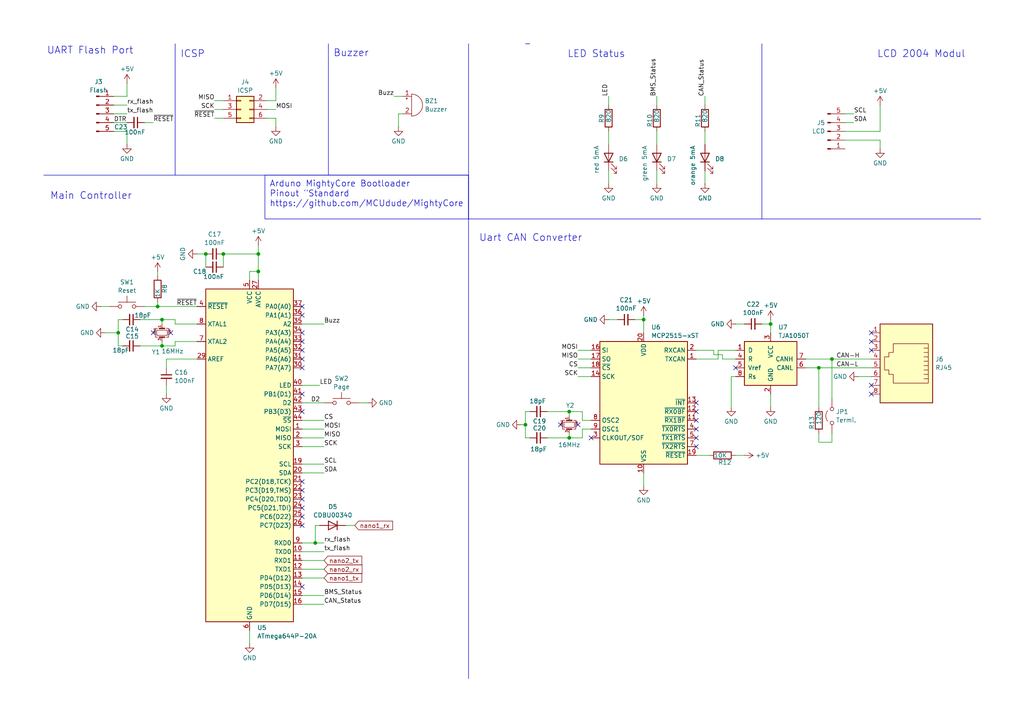
<source format=kicad_sch>
(kicad_sch
	(version 20231120)
	(generator "eeschema")
	(generator_version "8.0")
	(uuid "c420125c-7ab0-4c70-9b54-4083f8c7d26b")
	(paper "A4")
	(lib_symbols
		(symbol "ATmega164-324-644-128:ATmega644P-20A"
			(exclude_from_sim no)
			(in_bom yes)
			(on_board yes)
			(property "Reference" "U"
				(at -12.7 49.53 0)
				(effects
					(font
						(size 1.27 1.27)
					)
					(justify left bottom)
				)
			)
			(property "Value" "ATmega644P-20A"
				(at 2.54 -49.53 0)
				(effects
					(font
						(size 1.27 1.27)
					)
					(justify left top)
				)
			)
			(property "Footprint" "Package_QFP:TQFP-44_10x10mm_P0.8mm"
				(at 0 0 0)
				(effects
					(font
						(size 1.27 1.27)
						(italic yes)
					)
					(hide yes)
				)
			)
			(property "Datasheet" "http://ww1.microchip.com/downloads/en/DeviceDoc/Atmel-42744-ATmega644P_Datasheet.pdf"
				(at 0 0 0)
				(effects
					(font
						(size 1.27 1.27)
					)
					(hide yes)
				)
			)
			(property "Description" "20MHz, 64kB Flash, 4kB SRAM, 2kB EEPROM, JTAG, TQFP-44"
				(at 0 0 0)
				(effects
					(font
						(size 1.27 1.27)
					)
					(hide yes)
				)
			)
			(property "ki_keywords" "AVR 8bit Microcontroller MegaAVR PicoPower"
				(at 0 0 0)
				(effects
					(font
						(size 1.27 1.27)
					)
					(hide yes)
				)
			)
			(property "ki_fp_filters" "TQFP*10x10mm*P0.8mm*"
				(at 0 0 0)
				(effects
					(font
						(size 1.27 1.27)
					)
					(hide yes)
				)
			)
			(symbol "ATmega644P-20A_0_1"
				(rectangle
					(start -12.7 48.26)
					(end 12.7 -48.26)
					(stroke
						(width 0.254)
						(type default)
					)
					(fill
						(type background)
					)
				)
			)
			(symbol "ATmega644P-20A_1_1"
				(pin bidirectional line
					(at 15.24 7.62 180)
					(length 2.54)
					(name "PB5(D5,MOSI)"
						(effects
							(font
								(size 1.27 1.27)
							)
						)
					)
					(number "1"
						(effects
							(font
								(size 1.27 1.27)
							)
						)
					)
					(alternate "D5" bidirectional line)
					(alternate "MOSI" bidirectional line)
				)
				(pin bidirectional line
					(at 15.24 -27.94 180)
					(length 2.54)
					(name "PD1(D9,TXD0)"
						(effects
							(font
								(size 1.27 1.27)
							)
						)
					)
					(number "10"
						(effects
							(font
								(size 1.27 1.27)
							)
						)
					)
					(alternate "D9" bidirectional line)
					(alternate "TXD0" bidirectional line)
				)
				(pin bidirectional line
					(at 15.24 -30.48 180)
					(length 2.54)
					(name "PD2(D10,RXD1)"
						(effects
							(font
								(size 1.27 1.27)
							)
						)
					)
					(number "11"
						(effects
							(font
								(size 1.27 1.27)
							)
						)
					)
					(alternate "D10" bidirectional line)
					(alternate "RXD1" bidirectional line)
				)
				(pin bidirectional line
					(at 15.24 -33.02 180)
					(length 2.54)
					(name "PD3(D11,TXD1)"
						(effects
							(font
								(size 1.27 1.27)
							)
						)
					)
					(number "12"
						(effects
							(font
								(size 1.27 1.27)
							)
						)
					)
					(alternate "D11" bidirectional line)
					(alternate "TXD1" bidirectional line)
				)
				(pin bidirectional line
					(at 15.24 -35.56 180)
					(length 2.54)
					(name "PD4(D12)"
						(effects
							(font
								(size 1.27 1.27)
							)
						)
					)
					(number "13"
						(effects
							(font
								(size 1.27 1.27)
							)
						)
					)
					(alternate "D12" bidirectional line)
				)
				(pin bidirectional line
					(at 15.24 -38.1 180)
					(length 2.54)
					(name "PD5(D13)"
						(effects
							(font
								(size 1.27 1.27)
							)
						)
					)
					(number "14"
						(effects
							(font
								(size 1.27 1.27)
							)
						)
					)
					(alternate "D13" bidirectional line)
				)
				(pin bidirectional line
					(at 15.24 -40.64 180)
					(length 2.54)
					(name "PD6(D14)"
						(effects
							(font
								(size 1.27 1.27)
							)
						)
					)
					(number "15"
						(effects
							(font
								(size 1.27 1.27)
							)
						)
					)
					(alternate "D14" bidirectional line)
				)
				(pin bidirectional line
					(at 15.24 -43.18 180)
					(length 2.54)
					(name "PD7(D15)"
						(effects
							(font
								(size 1.27 1.27)
							)
						)
					)
					(number "16"
						(effects
							(font
								(size 1.27 1.27)
							)
						)
					)
					(alternate "D15" bidirectional line)
				)
				(pin passive line
					(at 0 50.8 270)
					(length 2.54) hide
					(name "VCC"
						(effects
							(font
								(size 1.27 1.27)
							)
						)
					)
					(number "17"
						(effects
							(font
								(size 1.27 1.27)
							)
						)
					)
				)
				(pin passive line
					(at 0 -50.8 90)
					(length 2.54) hide
					(name "GND"
						(effects
							(font
								(size 1.27 1.27)
							)
						)
					)
					(number "18"
						(effects
							(font
								(size 1.27 1.27)
							)
						)
					)
				)
				(pin bidirectional line
					(at 15.24 -2.54 180)
					(length 2.54)
					(name "PC0(D16,SCL)"
						(effects
							(font
								(size 1.27 1.27)
							)
						)
					)
					(number "19"
						(effects
							(font
								(size 1.27 1.27)
							)
						)
					)
					(alternate "D16" bidirectional line)
					(alternate "SCL" bidirectional line)
				)
				(pin bidirectional line
					(at 15.24 5.08 180)
					(length 2.54)
					(name "PB6(D6,MISO)"
						(effects
							(font
								(size 1.27 1.27)
							)
						)
					)
					(number "2"
						(effects
							(font
								(size 1.27 1.27)
							)
						)
					)
					(alternate "D6" bidirectional line)
					(alternate "MISO" bidirectional line)
				)
				(pin bidirectional line
					(at 15.24 -5.08 180)
					(length 2.54)
					(name "PC1(D17,SDA)"
						(effects
							(font
								(size 1.27 1.27)
							)
						)
					)
					(number "20"
						(effects
							(font
								(size 1.27 1.27)
							)
						)
					)
					(alternate "D17" bidirectional line)
					(alternate "SDA" bidirectional line)
				)
				(pin bidirectional line
					(at 15.24 -7.62 180)
					(length 2.54)
					(name "PC2(D18,TCK)"
						(effects
							(font
								(size 1.27 1.27)
							)
						)
					)
					(number "21"
						(effects
							(font
								(size 1.27 1.27)
							)
						)
					)
					(alternate "D18" bidirectional line)
					(alternate "TCK" bidirectional line)
				)
				(pin bidirectional line
					(at 15.24 -10.16 180)
					(length 2.54)
					(name "PC3(D19,TMS)"
						(effects
							(font
								(size 1.27 1.27)
							)
						)
					)
					(number "22"
						(effects
							(font
								(size 1.27 1.27)
							)
						)
					)
					(alternate "D19" bidirectional line)
					(alternate "TMS" bidirectional line)
				)
				(pin bidirectional line
					(at 15.24 -12.7 180)
					(length 2.54)
					(name "PC4(D20,TDO)"
						(effects
							(font
								(size 1.27 1.27)
							)
						)
					)
					(number "23"
						(effects
							(font
								(size 1.27 1.27)
							)
						)
					)
					(alternate "D20" bidirectional line)
					(alternate "TDO" bidirectional line)
				)
				(pin bidirectional line
					(at 15.24 -15.24 180)
					(length 2.54)
					(name "PC5(D21,TDI)"
						(effects
							(font
								(size 1.27 1.27)
							)
						)
					)
					(number "24"
						(effects
							(font
								(size 1.27 1.27)
							)
						)
					)
					(alternate "D20" bidirectional line)
					(alternate "TDI" bidirectional line)
				)
				(pin bidirectional line
					(at 15.24 -17.78 180)
					(length 2.54)
					(name "PC6(D22)"
						(effects
							(font
								(size 1.27 1.27)
							)
						)
					)
					(number "25"
						(effects
							(font
								(size 1.27 1.27)
							)
						)
					)
					(alternate "D22" bidirectional line)
				)
				(pin bidirectional line
					(at 15.24 -20.32 180)
					(length 2.54)
					(name "PC7(D23)"
						(effects
							(font
								(size 1.27 1.27)
							)
						)
					)
					(number "26"
						(effects
							(font
								(size 1.27 1.27)
							)
						)
					)
					(alternate "D23" bidirectional line)
				)
				(pin power_in line
					(at 2.54 50.8 270)
					(length 2.54)
					(name "AVCC"
						(effects
							(font
								(size 1.27 1.27)
							)
						)
					)
					(number "27"
						(effects
							(font
								(size 1.27 1.27)
							)
						)
					)
				)
				(pin passive line
					(at 0 -50.8 90)
					(length 2.54) hide
					(name "GND"
						(effects
							(font
								(size 1.27 1.27)
							)
						)
					)
					(number "28"
						(effects
							(font
								(size 1.27 1.27)
							)
						)
					)
				)
				(pin passive line
					(at -15.24 27.94 0)
					(length 2.54)
					(name "AREF"
						(effects
							(font
								(size 1.27 1.27)
							)
						)
					)
					(number "29"
						(effects
							(font
								(size 1.27 1.27)
							)
						)
					)
				)
				(pin bidirectional line
					(at 15.24 2.54 180)
					(length 2.54)
					(name "PB7(D7,SCK)"
						(effects
							(font
								(size 1.27 1.27)
							)
						)
					)
					(number "3"
						(effects
							(font
								(size 1.27 1.27)
							)
						)
					)
					(alternate "D7" bidirectional line)
					(alternate "SCK" bidirectional line)
				)
				(pin bidirectional line
					(at 15.24 25.4 180)
					(length 2.54)
					(name "PA7(A7)"
						(effects
							(font
								(size 1.27 1.27)
							)
						)
					)
					(number "30"
						(effects
							(font
								(size 1.27 1.27)
							)
						)
					)
					(alternate "A7" bidirectional line)
				)
				(pin bidirectional line
					(at 15.24 27.94 180)
					(length 2.54)
					(name "PA6(A6)"
						(effects
							(font
								(size 1.27 1.27)
							)
						)
					)
					(number "31"
						(effects
							(font
								(size 1.27 1.27)
							)
						)
					)
					(alternate "A6" bidirectional line)
				)
				(pin bidirectional line
					(at 15.24 30.48 180)
					(length 2.54)
					(name "PA5(A5)"
						(effects
							(font
								(size 1.27 1.27)
							)
						)
					)
					(number "32"
						(effects
							(font
								(size 1.27 1.27)
							)
						)
					)
					(alternate "A5" bidirectional line)
				)
				(pin bidirectional line
					(at 15.24 33.02 180)
					(length 2.54)
					(name "PA4(A4)"
						(effects
							(font
								(size 1.27 1.27)
							)
						)
					)
					(number "33"
						(effects
							(font
								(size 1.27 1.27)
							)
						)
					)
					(alternate "A4" bidirectional line)
				)
				(pin bidirectional line
					(at 15.24 35.56 180)
					(length 2.54)
					(name "PA3(A3)"
						(effects
							(font
								(size 1.27 1.27)
							)
						)
					)
					(number "34"
						(effects
							(font
								(size 1.27 1.27)
							)
						)
					)
					(alternate "A3" bidirectional line)
				)
				(pin bidirectional line
					(at 15.24 38.1 180)
					(length 2.54)
					(name "PA2(A2)"
						(effects
							(font
								(size 1.27 1.27)
							)
						)
					)
					(number "35"
						(effects
							(font
								(size 1.27 1.27)
							)
						)
					)
					(alternate "A2" bidirectional line)
				)
				(pin bidirectional line
					(at 15.24 40.64 180)
					(length 2.54)
					(name "PA1(A1)"
						(effects
							(font
								(size 1.27 1.27)
							)
						)
					)
					(number "36"
						(effects
							(font
								(size 1.27 1.27)
							)
						)
					)
					(alternate "A1" bidirectional line)
				)
				(pin bidirectional line
					(at 15.24 43.18 180)
					(length 2.54)
					(name "PA0(A0)"
						(effects
							(font
								(size 1.27 1.27)
							)
						)
					)
					(number "37"
						(effects
							(font
								(size 1.27 1.27)
							)
						)
					)
					(alternate "" input line)
					(alternate "A0" bidirectional line)
					(alternate "D24" bidirectional line)
				)
				(pin passive line
					(at 0 50.8 270)
					(length 2.54) hide
					(name "VCC"
						(effects
							(font
								(size 1.27 1.27)
							)
						)
					)
					(number "38"
						(effects
							(font
								(size 1.27 1.27)
							)
						)
					)
				)
				(pin passive line
					(at 0 -50.8 90)
					(length 2.54) hide
					(name "GND"
						(effects
							(font
								(size 1.27 1.27)
							)
						)
					)
					(number "39"
						(effects
							(font
								(size 1.27 1.27)
							)
						)
					)
				)
				(pin input line
					(at -15.24 43.18 0)
					(length 2.54)
					(name "~{RESET}"
						(effects
							(font
								(size 1.27 1.27)
							)
						)
					)
					(number "4"
						(effects
							(font
								(size 1.27 1.27)
							)
						)
					)
				)
				(pin bidirectional line
					(at 15.24 20.32 180)
					(length 2.54)
					(name "PB0(D0,LED)"
						(effects
							(font
								(size 1.27 1.27)
							)
						)
					)
					(number "40"
						(effects
							(font
								(size 1.27 1.27)
							)
						)
					)
					(alternate "D0" bidirectional line)
					(alternate "LED" bidirectional line)
				)
				(pin bidirectional line
					(at 15.24 17.78 180)
					(length 2.54)
					(name "PB1(D1)"
						(effects
							(font
								(size 1.27 1.27)
							)
						)
					)
					(number "41"
						(effects
							(font
								(size 1.27 1.27)
							)
						)
					)
					(alternate "D1" bidirectional line)
				)
				(pin bidirectional line
					(at 15.24 15.24 180)
					(length 2.54)
					(name "PB2(D2,INT2)"
						(effects
							(font
								(size 1.27 1.27)
							)
						)
					)
					(number "42"
						(effects
							(font
								(size 1.27 1.27)
							)
						)
					)
					(alternate "D2" bidirectional line)
				)
				(pin bidirectional line
					(at 15.24 12.7 180)
					(length 2.54)
					(name "PB3(D3)"
						(effects
							(font
								(size 1.27 1.27)
							)
						)
					)
					(number "43"
						(effects
							(font
								(size 1.27 1.27)
							)
						)
					)
					(alternate "D3" bidirectional line)
				)
				(pin bidirectional line
					(at 15.24 10.16 180)
					(length 2.54)
					(name "PB4(D4,~{SS})"
						(effects
							(font
								(size 1.27 1.27)
							)
						)
					)
					(number "44"
						(effects
							(font
								(size 1.27 1.27)
							)
						)
					)
					(alternate "D4" bidirectional line)
					(alternate "~{SS}" bidirectional line)
				)
				(pin power_in line
					(at 0 50.8 270)
					(length 2.54)
					(name "VCC"
						(effects
							(font
								(size 1.27 1.27)
							)
						)
					)
					(number "5"
						(effects
							(font
								(size 1.27 1.27)
							)
						)
					)
				)
				(pin power_in line
					(at 0 -50.8 90)
					(length 2.54)
					(name "GND"
						(effects
							(font
								(size 1.27 1.27)
							)
						)
					)
					(number "6"
						(effects
							(font
								(size 1.27 1.27)
							)
						)
					)
				)
				(pin output line
					(at -15.24 33.02 0)
					(length 2.54)
					(name "XTAL2"
						(effects
							(font
								(size 1.27 1.27)
							)
						)
					)
					(number "7"
						(effects
							(font
								(size 1.27 1.27)
							)
						)
					)
				)
				(pin input line
					(at -15.24 38.1 0)
					(length 2.54)
					(name "XTAL1"
						(effects
							(font
								(size 1.27 1.27)
							)
						)
					)
					(number "8"
						(effects
							(font
								(size 1.27 1.27)
							)
						)
					)
				)
				(pin bidirectional line
					(at 15.24 -25.4 180)
					(length 2.54)
					(name "PD0(D8,RXD0)"
						(effects
							(font
								(size 1.27 1.27)
							)
						)
					)
					(number "9"
						(effects
							(font
								(size 1.27 1.27)
							)
						)
					)
					(alternate "D8" bidirectional line)
					(alternate "RXD0" bidirectional line)
				)
			)
		)
		(symbol "Connector:Conn_01x05_Pin"
			(pin_names
				(offset 1.016) hide)
			(exclude_from_sim no)
			(in_bom yes)
			(on_board yes)
			(property "Reference" "J"
				(at 0 7.62 0)
				(effects
					(font
						(size 1.27 1.27)
					)
				)
			)
			(property "Value" "Conn_01x05_Pin"
				(at 0 -7.62 0)
				(effects
					(font
						(size 1.27 1.27)
					)
				)
			)
			(property "Footprint" ""
				(at 0 0 0)
				(effects
					(font
						(size 1.27 1.27)
					)
					(hide yes)
				)
			)
			(property "Datasheet" "~"
				(at 0 0 0)
				(effects
					(font
						(size 1.27 1.27)
					)
					(hide yes)
				)
			)
			(property "Description" "Generic connector, single row, 01x05, script generated"
				(at 0 0 0)
				(effects
					(font
						(size 1.27 1.27)
					)
					(hide yes)
				)
			)
			(property "ki_locked" ""
				(at 0 0 0)
				(effects
					(font
						(size 1.27 1.27)
					)
				)
			)
			(property "ki_keywords" "connector"
				(at 0 0 0)
				(effects
					(font
						(size 1.27 1.27)
					)
					(hide yes)
				)
			)
			(property "ki_fp_filters" "Connector*:*_1x??_*"
				(at 0 0 0)
				(effects
					(font
						(size 1.27 1.27)
					)
					(hide yes)
				)
			)
			(symbol "Conn_01x05_Pin_1_1"
				(polyline
					(pts
						(xy 1.27 -5.08) (xy 0.8636 -5.08)
					)
					(stroke
						(width 0.1524)
						(type default)
					)
					(fill
						(type none)
					)
				)
				(polyline
					(pts
						(xy 1.27 -2.54) (xy 0.8636 -2.54)
					)
					(stroke
						(width 0.1524)
						(type default)
					)
					(fill
						(type none)
					)
				)
				(polyline
					(pts
						(xy 1.27 0) (xy 0.8636 0)
					)
					(stroke
						(width 0.1524)
						(type default)
					)
					(fill
						(type none)
					)
				)
				(polyline
					(pts
						(xy 1.27 2.54) (xy 0.8636 2.54)
					)
					(stroke
						(width 0.1524)
						(type default)
					)
					(fill
						(type none)
					)
				)
				(polyline
					(pts
						(xy 1.27 5.08) (xy 0.8636 5.08)
					)
					(stroke
						(width 0.1524)
						(type default)
					)
					(fill
						(type none)
					)
				)
				(rectangle
					(start 0.8636 -4.953)
					(end 0 -5.207)
					(stroke
						(width 0.1524)
						(type default)
					)
					(fill
						(type outline)
					)
				)
				(rectangle
					(start 0.8636 -2.413)
					(end 0 -2.667)
					(stroke
						(width 0.1524)
						(type default)
					)
					(fill
						(type outline)
					)
				)
				(rectangle
					(start 0.8636 0.127)
					(end 0 -0.127)
					(stroke
						(width 0.1524)
						(type default)
					)
					(fill
						(type outline)
					)
				)
				(rectangle
					(start 0.8636 2.667)
					(end 0 2.413)
					(stroke
						(width 0.1524)
						(type default)
					)
					(fill
						(type outline)
					)
				)
				(rectangle
					(start 0.8636 5.207)
					(end 0 4.953)
					(stroke
						(width 0.1524)
						(type default)
					)
					(fill
						(type outline)
					)
				)
				(pin passive line
					(at 5.08 5.08 180)
					(length 3.81)
					(name "Pin_1"
						(effects
							(font
								(size 1.27 1.27)
							)
						)
					)
					(number "1"
						(effects
							(font
								(size 1.27 1.27)
							)
						)
					)
				)
				(pin passive line
					(at 5.08 2.54 180)
					(length 3.81)
					(name "Pin_2"
						(effects
							(font
								(size 1.27 1.27)
							)
						)
					)
					(number "2"
						(effects
							(font
								(size 1.27 1.27)
							)
						)
					)
				)
				(pin passive line
					(at 5.08 0 180)
					(length 3.81)
					(name "Pin_3"
						(effects
							(font
								(size 1.27 1.27)
							)
						)
					)
					(number "3"
						(effects
							(font
								(size 1.27 1.27)
							)
						)
					)
				)
				(pin passive line
					(at 5.08 -2.54 180)
					(length 3.81)
					(name "Pin_4"
						(effects
							(font
								(size 1.27 1.27)
							)
						)
					)
					(number "4"
						(effects
							(font
								(size 1.27 1.27)
							)
						)
					)
				)
				(pin passive line
					(at 5.08 -5.08 180)
					(length 3.81)
					(name "Pin_5"
						(effects
							(font
								(size 1.27 1.27)
							)
						)
					)
					(number "5"
						(effects
							(font
								(size 1.27 1.27)
							)
						)
					)
				)
			)
		)
		(symbol "Connector:RJ45"
			(pin_names
				(offset 1.016)
			)
			(exclude_from_sim no)
			(in_bom yes)
			(on_board yes)
			(property "Reference" "J"
				(at -5.08 13.97 0)
				(effects
					(font
						(size 1.27 1.27)
					)
					(justify right)
				)
			)
			(property "Value" "RJ45"
				(at 2.54 13.97 0)
				(effects
					(font
						(size 1.27 1.27)
					)
					(justify left)
				)
			)
			(property "Footprint" ""
				(at 0 0.635 90)
				(effects
					(font
						(size 1.27 1.27)
					)
					(hide yes)
				)
			)
			(property "Datasheet" "~"
				(at 0 0.635 90)
				(effects
					(font
						(size 1.27 1.27)
					)
					(hide yes)
				)
			)
			(property "Description" "RJ connector, 8P8C (8 positions 8 connected)"
				(at 0 0 0)
				(effects
					(font
						(size 1.27 1.27)
					)
					(hide yes)
				)
			)
			(property "ki_keywords" "8P8C RJ socket connector"
				(at 0 0 0)
				(effects
					(font
						(size 1.27 1.27)
					)
					(hide yes)
				)
			)
			(property "ki_fp_filters" "8P8C* RJ31* RJ32* RJ33* RJ34* RJ35* RJ41* RJ45* RJ49* RJ61*"
				(at 0 0 0)
				(effects
					(font
						(size 1.27 1.27)
					)
					(hide yes)
				)
			)
			(symbol "RJ45_0_1"
				(polyline
					(pts
						(xy -5.08 4.445) (xy -6.35 4.445)
					)
					(stroke
						(width 0)
						(type default)
					)
					(fill
						(type none)
					)
				)
				(polyline
					(pts
						(xy -5.08 5.715) (xy -6.35 5.715)
					)
					(stroke
						(width 0)
						(type default)
					)
					(fill
						(type none)
					)
				)
				(polyline
					(pts
						(xy -6.35 -3.175) (xy -5.08 -3.175) (xy -5.08 -3.175)
					)
					(stroke
						(width 0)
						(type default)
					)
					(fill
						(type none)
					)
				)
				(polyline
					(pts
						(xy -6.35 -1.905) (xy -5.08 -1.905) (xy -5.08 -1.905)
					)
					(stroke
						(width 0)
						(type default)
					)
					(fill
						(type none)
					)
				)
				(polyline
					(pts
						(xy -6.35 -0.635) (xy -5.08 -0.635) (xy -5.08 -0.635)
					)
					(stroke
						(width 0)
						(type default)
					)
					(fill
						(type none)
					)
				)
				(polyline
					(pts
						(xy -6.35 0.635) (xy -5.08 0.635) (xy -5.08 0.635)
					)
					(stroke
						(width 0)
						(type default)
					)
					(fill
						(type none)
					)
				)
				(polyline
					(pts
						(xy -6.35 1.905) (xy -5.08 1.905) (xy -5.08 1.905)
					)
					(stroke
						(width 0)
						(type default)
					)
					(fill
						(type none)
					)
				)
				(polyline
					(pts
						(xy -5.08 3.175) (xy -6.35 3.175) (xy -6.35 3.175)
					)
					(stroke
						(width 0)
						(type default)
					)
					(fill
						(type none)
					)
				)
				(polyline
					(pts
						(xy -6.35 -4.445) (xy -6.35 6.985) (xy 3.81 6.985) (xy 3.81 4.445) (xy 5.08 4.445) (xy 5.08 3.175)
						(xy 6.35 3.175) (xy 6.35 -0.635) (xy 5.08 -0.635) (xy 5.08 -1.905) (xy 3.81 -1.905) (xy 3.81 -4.445)
						(xy -6.35 -4.445) (xy -6.35 -4.445)
					)
					(stroke
						(width 0)
						(type default)
					)
					(fill
						(type none)
					)
				)
				(rectangle
					(start 7.62 12.7)
					(end -7.62 -10.16)
					(stroke
						(width 0.254)
						(type default)
					)
					(fill
						(type background)
					)
				)
			)
			(symbol "RJ45_1_1"
				(pin passive line
					(at 10.16 -7.62 180)
					(length 2.54)
					(name "~"
						(effects
							(font
								(size 1.27 1.27)
							)
						)
					)
					(number "1"
						(effects
							(font
								(size 1.27 1.27)
							)
						)
					)
				)
				(pin passive line
					(at 10.16 -5.08 180)
					(length 2.54)
					(name "~"
						(effects
							(font
								(size 1.27 1.27)
							)
						)
					)
					(number "2"
						(effects
							(font
								(size 1.27 1.27)
							)
						)
					)
				)
				(pin passive line
					(at 10.16 -2.54 180)
					(length 2.54)
					(name "~"
						(effects
							(font
								(size 1.27 1.27)
							)
						)
					)
					(number "3"
						(effects
							(font
								(size 1.27 1.27)
							)
						)
					)
				)
				(pin passive line
					(at 10.16 0 180)
					(length 2.54)
					(name "~"
						(effects
							(font
								(size 1.27 1.27)
							)
						)
					)
					(number "4"
						(effects
							(font
								(size 1.27 1.27)
							)
						)
					)
				)
				(pin passive line
					(at 10.16 2.54 180)
					(length 2.54)
					(name "~"
						(effects
							(font
								(size 1.27 1.27)
							)
						)
					)
					(number "5"
						(effects
							(font
								(size 1.27 1.27)
							)
						)
					)
				)
				(pin passive line
					(at 10.16 5.08 180)
					(length 2.54)
					(name "~"
						(effects
							(font
								(size 1.27 1.27)
							)
						)
					)
					(number "6"
						(effects
							(font
								(size 1.27 1.27)
							)
						)
					)
				)
				(pin passive line
					(at 10.16 7.62 180)
					(length 2.54)
					(name "~"
						(effects
							(font
								(size 1.27 1.27)
							)
						)
					)
					(number "7"
						(effects
							(font
								(size 1.27 1.27)
							)
						)
					)
				)
				(pin passive line
					(at 10.16 10.16 180)
					(length 2.54)
					(name "~"
						(effects
							(font
								(size 1.27 1.27)
							)
						)
					)
					(number "8"
						(effects
							(font
								(size 1.27 1.27)
							)
						)
					)
				)
			)
		)
		(symbol "Connector_Generic:Conn_02x03_Odd_Even"
			(pin_names
				(offset 1.016) hide)
			(exclude_from_sim no)
			(in_bom yes)
			(on_board yes)
			(property "Reference" "J"
				(at 1.27 5.08 0)
				(effects
					(font
						(size 1.27 1.27)
					)
				)
			)
			(property "Value" "Conn_02x03_Odd_Even"
				(at 1.27 -5.08 0)
				(effects
					(font
						(size 1.27 1.27)
					)
				)
			)
			(property "Footprint" ""
				(at 0 0 0)
				(effects
					(font
						(size 1.27 1.27)
					)
					(hide yes)
				)
			)
			(property "Datasheet" "~"
				(at 0 0 0)
				(effects
					(font
						(size 1.27 1.27)
					)
					(hide yes)
				)
			)
			(property "Description" "Generic connector, double row, 02x03, odd/even pin numbering scheme (row 1 odd numbers, row 2 even numbers), script generated (kicad-library-utils/schlib/autogen/connector/)"
				(at 0 0 0)
				(effects
					(font
						(size 1.27 1.27)
					)
					(hide yes)
				)
			)
			(property "ki_keywords" "connector"
				(at 0 0 0)
				(effects
					(font
						(size 1.27 1.27)
					)
					(hide yes)
				)
			)
			(property "ki_fp_filters" "Connector*:*_2x??_*"
				(at 0 0 0)
				(effects
					(font
						(size 1.27 1.27)
					)
					(hide yes)
				)
			)
			(symbol "Conn_02x03_Odd_Even_1_1"
				(rectangle
					(start -1.27 -2.413)
					(end 0 -2.667)
					(stroke
						(width 0.1524)
						(type default)
					)
					(fill
						(type none)
					)
				)
				(rectangle
					(start -1.27 0.127)
					(end 0 -0.127)
					(stroke
						(width 0.1524)
						(type default)
					)
					(fill
						(type none)
					)
				)
				(rectangle
					(start -1.27 2.667)
					(end 0 2.413)
					(stroke
						(width 0.1524)
						(type default)
					)
					(fill
						(type none)
					)
				)
				(rectangle
					(start -1.27 3.81)
					(end 3.81 -3.81)
					(stroke
						(width 0.254)
						(type default)
					)
					(fill
						(type background)
					)
				)
				(rectangle
					(start 3.81 -2.413)
					(end 2.54 -2.667)
					(stroke
						(width 0.1524)
						(type default)
					)
					(fill
						(type none)
					)
				)
				(rectangle
					(start 3.81 0.127)
					(end 2.54 -0.127)
					(stroke
						(width 0.1524)
						(type default)
					)
					(fill
						(type none)
					)
				)
				(rectangle
					(start 3.81 2.667)
					(end 2.54 2.413)
					(stroke
						(width 0.1524)
						(type default)
					)
					(fill
						(type none)
					)
				)
				(pin passive line
					(at -5.08 2.54 0)
					(length 3.81)
					(name "Pin_1"
						(effects
							(font
								(size 1.27 1.27)
							)
						)
					)
					(number "1"
						(effects
							(font
								(size 1.27 1.27)
							)
						)
					)
				)
				(pin passive line
					(at 7.62 2.54 180)
					(length 3.81)
					(name "Pin_2"
						(effects
							(font
								(size 1.27 1.27)
							)
						)
					)
					(number "2"
						(effects
							(font
								(size 1.27 1.27)
							)
						)
					)
				)
				(pin passive line
					(at -5.08 0 0)
					(length 3.81)
					(name "Pin_3"
						(effects
							(font
								(size 1.27 1.27)
							)
						)
					)
					(number "3"
						(effects
							(font
								(size 1.27 1.27)
							)
						)
					)
				)
				(pin passive line
					(at 7.62 0 180)
					(length 3.81)
					(name "Pin_4"
						(effects
							(font
								(size 1.27 1.27)
							)
						)
					)
					(number "4"
						(effects
							(font
								(size 1.27 1.27)
							)
						)
					)
				)
				(pin passive line
					(at -5.08 -2.54 0)
					(length 3.81)
					(name "Pin_5"
						(effects
							(font
								(size 1.27 1.27)
							)
						)
					)
					(number "5"
						(effects
							(font
								(size 1.27 1.27)
							)
						)
					)
				)
				(pin passive line
					(at 7.62 -2.54 180)
					(length 3.81)
					(name "Pin_6"
						(effects
							(font
								(size 1.27 1.27)
							)
						)
					)
					(number "6"
						(effects
							(font
								(size 1.27 1.27)
							)
						)
					)
				)
			)
		)
		(symbol "Device:Buzzer"
			(pin_names
				(offset 0.0254) hide)
			(exclude_from_sim no)
			(in_bom yes)
			(on_board yes)
			(property "Reference" "BZ"
				(at 3.81 1.27 0)
				(effects
					(font
						(size 1.27 1.27)
					)
					(justify left)
				)
			)
			(property "Value" "Buzzer"
				(at 3.81 -1.27 0)
				(effects
					(font
						(size 1.27 1.27)
					)
					(justify left)
				)
			)
			(property "Footprint" ""
				(at -0.635 2.54 90)
				(effects
					(font
						(size 1.27 1.27)
					)
					(hide yes)
				)
			)
			(property "Datasheet" "~"
				(at -0.635 2.54 90)
				(effects
					(font
						(size 1.27 1.27)
					)
					(hide yes)
				)
			)
			(property "Description" "Buzzer, polarized"
				(at 0 0 0)
				(effects
					(font
						(size 1.27 1.27)
					)
					(hide yes)
				)
			)
			(property "ki_keywords" "quartz resonator ceramic"
				(at 0 0 0)
				(effects
					(font
						(size 1.27 1.27)
					)
					(hide yes)
				)
			)
			(property "ki_fp_filters" "*Buzzer*"
				(at 0 0 0)
				(effects
					(font
						(size 1.27 1.27)
					)
					(hide yes)
				)
			)
			(symbol "Buzzer_0_1"
				(arc
					(start 0 -3.175)
					(mid 3.1612 0)
					(end 0 3.175)
					(stroke
						(width 0)
						(type default)
					)
					(fill
						(type none)
					)
				)
				(polyline
					(pts
						(xy -1.651 1.905) (xy -1.143 1.905)
					)
					(stroke
						(width 0)
						(type default)
					)
					(fill
						(type none)
					)
				)
				(polyline
					(pts
						(xy -1.397 2.159) (xy -1.397 1.651)
					)
					(stroke
						(width 0)
						(type default)
					)
					(fill
						(type none)
					)
				)
				(polyline
					(pts
						(xy 0 3.175) (xy 0 -3.175)
					)
					(stroke
						(width 0)
						(type default)
					)
					(fill
						(type none)
					)
				)
			)
			(symbol "Buzzer_1_1"
				(pin passive line
					(at -2.54 2.54 0)
					(length 2.54)
					(name "+"
						(effects
							(font
								(size 1.27 1.27)
							)
						)
					)
					(number "1"
						(effects
							(font
								(size 1.27 1.27)
							)
						)
					)
				)
				(pin passive line
					(at -2.54 -2.54 0)
					(length 2.54)
					(name "-"
						(effects
							(font
								(size 1.27 1.27)
							)
						)
					)
					(number "2"
						(effects
							(font
								(size 1.27 1.27)
							)
						)
					)
				)
			)
		)
		(symbol "Device:C_Small"
			(pin_numbers hide)
			(pin_names
				(offset 0.254) hide)
			(exclude_from_sim no)
			(in_bom yes)
			(on_board yes)
			(property "Reference" "C"
				(at 0.254 1.778 0)
				(effects
					(font
						(size 1.27 1.27)
					)
					(justify left)
				)
			)
			(property "Value" "C_Small"
				(at 0.254 -2.032 0)
				(effects
					(font
						(size 1.27 1.27)
					)
					(justify left)
				)
			)
			(property "Footprint" ""
				(at 0 0 0)
				(effects
					(font
						(size 1.27 1.27)
					)
					(hide yes)
				)
			)
			(property "Datasheet" "~"
				(at 0 0 0)
				(effects
					(font
						(size 1.27 1.27)
					)
					(hide yes)
				)
			)
			(property "Description" "Unpolarized capacitor, small symbol"
				(at 0 0 0)
				(effects
					(font
						(size 1.27 1.27)
					)
					(hide yes)
				)
			)
			(property "ki_keywords" "capacitor cap"
				(at 0 0 0)
				(effects
					(font
						(size 1.27 1.27)
					)
					(hide yes)
				)
			)
			(property "ki_fp_filters" "C_*"
				(at 0 0 0)
				(effects
					(font
						(size 1.27 1.27)
					)
					(hide yes)
				)
			)
			(symbol "C_Small_0_1"
				(polyline
					(pts
						(xy -1.524 -0.508) (xy 1.524 -0.508)
					)
					(stroke
						(width 0.3302)
						(type default)
					)
					(fill
						(type none)
					)
				)
				(polyline
					(pts
						(xy -1.524 0.508) (xy 1.524 0.508)
					)
					(stroke
						(width 0.3048)
						(type default)
					)
					(fill
						(type none)
					)
				)
			)
			(symbol "C_Small_1_1"
				(pin passive line
					(at 0 2.54 270)
					(length 2.032)
					(name "~"
						(effects
							(font
								(size 1.27 1.27)
							)
						)
					)
					(number "1"
						(effects
							(font
								(size 1.27 1.27)
							)
						)
					)
				)
				(pin passive line
					(at 0 -2.54 90)
					(length 2.032)
					(name "~"
						(effects
							(font
								(size 1.27 1.27)
							)
						)
					)
					(number "2"
						(effects
							(font
								(size 1.27 1.27)
							)
						)
					)
				)
			)
		)
		(symbol "Device:Crystal_GND24_Small"
			(pin_names
				(offset 1.016) hide)
			(exclude_from_sim no)
			(in_bom yes)
			(on_board yes)
			(property "Reference" "Y"
				(at 1.27 4.445 0)
				(effects
					(font
						(size 1.27 1.27)
					)
					(justify left)
				)
			)
			(property "Value" "Crystal_GND24_Small"
				(at 1.27 2.54 0)
				(effects
					(font
						(size 1.27 1.27)
					)
					(justify left)
				)
			)
			(property "Footprint" ""
				(at 0 0 0)
				(effects
					(font
						(size 1.27 1.27)
					)
					(hide yes)
				)
			)
			(property "Datasheet" "~"
				(at 0 0 0)
				(effects
					(font
						(size 1.27 1.27)
					)
					(hide yes)
				)
			)
			(property "Description" "Four pin crystal, GND on pins 2 and 4, small symbol"
				(at 0 0 0)
				(effects
					(font
						(size 1.27 1.27)
					)
					(hide yes)
				)
			)
			(property "ki_keywords" "quartz ceramic resonator oscillator"
				(at 0 0 0)
				(effects
					(font
						(size 1.27 1.27)
					)
					(hide yes)
				)
			)
			(property "ki_fp_filters" "Crystal*"
				(at 0 0 0)
				(effects
					(font
						(size 1.27 1.27)
					)
					(hide yes)
				)
			)
			(symbol "Crystal_GND24_Small_0_1"
				(rectangle
					(start -0.762 -1.524)
					(end 0.762 1.524)
					(stroke
						(width 0)
						(type default)
					)
					(fill
						(type none)
					)
				)
				(polyline
					(pts
						(xy -1.27 -0.762) (xy -1.27 0.762)
					)
					(stroke
						(width 0.381)
						(type default)
					)
					(fill
						(type none)
					)
				)
				(polyline
					(pts
						(xy 1.27 -0.762) (xy 1.27 0.762)
					)
					(stroke
						(width 0.381)
						(type default)
					)
					(fill
						(type none)
					)
				)
				(polyline
					(pts
						(xy -1.27 -1.27) (xy -1.27 -1.905) (xy 1.27 -1.905) (xy 1.27 -1.27)
					)
					(stroke
						(width 0)
						(type default)
					)
					(fill
						(type none)
					)
				)
				(polyline
					(pts
						(xy -1.27 1.27) (xy -1.27 1.905) (xy 1.27 1.905) (xy 1.27 1.27)
					)
					(stroke
						(width 0)
						(type default)
					)
					(fill
						(type none)
					)
				)
			)
			(symbol "Crystal_GND24_Small_1_1"
				(pin passive line
					(at -2.54 0 0)
					(length 1.27)
					(name "1"
						(effects
							(font
								(size 1.27 1.27)
							)
						)
					)
					(number "1"
						(effects
							(font
								(size 0.762 0.762)
							)
						)
					)
				)
				(pin passive line
					(at 0 -2.54 90)
					(length 0.635)
					(name "2"
						(effects
							(font
								(size 1.27 1.27)
							)
						)
					)
					(number "2"
						(effects
							(font
								(size 0.762 0.762)
							)
						)
					)
				)
				(pin passive line
					(at 2.54 0 180)
					(length 1.27)
					(name "3"
						(effects
							(font
								(size 1.27 1.27)
							)
						)
					)
					(number "3"
						(effects
							(font
								(size 0.762 0.762)
							)
						)
					)
				)
				(pin passive line
					(at 0 2.54 270)
					(length 0.635)
					(name "4"
						(effects
							(font
								(size 1.27 1.27)
							)
						)
					)
					(number "4"
						(effects
							(font
								(size 0.762 0.762)
							)
						)
					)
				)
			)
		)
		(symbol "Device:D"
			(pin_numbers hide)
			(pin_names
				(offset 1.016) hide)
			(exclude_from_sim no)
			(in_bom yes)
			(on_board yes)
			(property "Reference" "D"
				(at 0 2.54 0)
				(effects
					(font
						(size 1.27 1.27)
					)
				)
			)
			(property "Value" "D"
				(at 0 -2.54 0)
				(effects
					(font
						(size 1.27 1.27)
					)
				)
			)
			(property "Footprint" ""
				(at 0 0 0)
				(effects
					(font
						(size 1.27 1.27)
					)
					(hide yes)
				)
			)
			(property "Datasheet" "~"
				(at 0 0 0)
				(effects
					(font
						(size 1.27 1.27)
					)
					(hide yes)
				)
			)
			(property "Description" "Diode"
				(at 0 0 0)
				(effects
					(font
						(size 1.27 1.27)
					)
					(hide yes)
				)
			)
			(property "Sim.Device" "D"
				(at 0 0 0)
				(effects
					(font
						(size 1.27 1.27)
					)
					(hide yes)
				)
			)
			(property "Sim.Pins" "1=K 2=A"
				(at 0 0 0)
				(effects
					(font
						(size 1.27 1.27)
					)
					(hide yes)
				)
			)
			(property "ki_keywords" "diode"
				(at 0 0 0)
				(effects
					(font
						(size 1.27 1.27)
					)
					(hide yes)
				)
			)
			(property "ki_fp_filters" "TO-???* *_Diode_* *SingleDiode* D_*"
				(at 0 0 0)
				(effects
					(font
						(size 1.27 1.27)
					)
					(hide yes)
				)
			)
			(symbol "D_0_1"
				(polyline
					(pts
						(xy -1.27 1.27) (xy -1.27 -1.27)
					)
					(stroke
						(width 0.254)
						(type default)
					)
					(fill
						(type none)
					)
				)
				(polyline
					(pts
						(xy 1.27 0) (xy -1.27 0)
					)
					(stroke
						(width 0)
						(type default)
					)
					(fill
						(type none)
					)
				)
				(polyline
					(pts
						(xy 1.27 1.27) (xy 1.27 -1.27) (xy -1.27 0) (xy 1.27 1.27)
					)
					(stroke
						(width 0.254)
						(type default)
					)
					(fill
						(type none)
					)
				)
			)
			(symbol "D_1_1"
				(pin passive line
					(at -3.81 0 0)
					(length 2.54)
					(name "K"
						(effects
							(font
								(size 1.27 1.27)
							)
						)
					)
					(number "1"
						(effects
							(font
								(size 1.27 1.27)
							)
						)
					)
				)
				(pin passive line
					(at 3.81 0 180)
					(length 2.54)
					(name "A"
						(effects
							(font
								(size 1.27 1.27)
							)
						)
					)
					(number "2"
						(effects
							(font
								(size 1.27 1.27)
							)
						)
					)
				)
			)
		)
		(symbol "Device:LED"
			(pin_numbers hide)
			(pin_names
				(offset 1.016) hide)
			(exclude_from_sim no)
			(in_bom yes)
			(on_board yes)
			(property "Reference" "D"
				(at 0 2.54 0)
				(effects
					(font
						(size 1.27 1.27)
					)
				)
			)
			(property "Value" "LED"
				(at 0 -2.54 0)
				(effects
					(font
						(size 1.27 1.27)
					)
				)
			)
			(property "Footprint" ""
				(at 0 0 0)
				(effects
					(font
						(size 1.27 1.27)
					)
					(hide yes)
				)
			)
			(property "Datasheet" "~"
				(at 0 0 0)
				(effects
					(font
						(size 1.27 1.27)
					)
					(hide yes)
				)
			)
			(property "Description" "Light emitting diode"
				(at 0 0 0)
				(effects
					(font
						(size 1.27 1.27)
					)
					(hide yes)
				)
			)
			(property "ki_keywords" "LED diode"
				(at 0 0 0)
				(effects
					(font
						(size 1.27 1.27)
					)
					(hide yes)
				)
			)
			(property "ki_fp_filters" "LED* LED_SMD:* LED_THT:*"
				(at 0 0 0)
				(effects
					(font
						(size 1.27 1.27)
					)
					(hide yes)
				)
			)
			(symbol "LED_0_1"
				(polyline
					(pts
						(xy -1.27 -1.27) (xy -1.27 1.27)
					)
					(stroke
						(width 0.254)
						(type default)
					)
					(fill
						(type none)
					)
				)
				(polyline
					(pts
						(xy -1.27 0) (xy 1.27 0)
					)
					(stroke
						(width 0)
						(type default)
					)
					(fill
						(type none)
					)
				)
				(polyline
					(pts
						(xy 1.27 -1.27) (xy 1.27 1.27) (xy -1.27 0) (xy 1.27 -1.27)
					)
					(stroke
						(width 0.254)
						(type default)
					)
					(fill
						(type none)
					)
				)
				(polyline
					(pts
						(xy -3.048 -0.762) (xy -4.572 -2.286) (xy -3.81 -2.286) (xy -4.572 -2.286) (xy -4.572 -1.524)
					)
					(stroke
						(width 0)
						(type default)
					)
					(fill
						(type none)
					)
				)
				(polyline
					(pts
						(xy -1.778 -0.762) (xy -3.302 -2.286) (xy -2.54 -2.286) (xy -3.302 -2.286) (xy -3.302 -1.524)
					)
					(stroke
						(width 0)
						(type default)
					)
					(fill
						(type none)
					)
				)
			)
			(symbol "LED_1_1"
				(pin passive line
					(at -3.81 0 0)
					(length 2.54)
					(name "K"
						(effects
							(font
								(size 1.27 1.27)
							)
						)
					)
					(number "1"
						(effects
							(font
								(size 1.27 1.27)
							)
						)
					)
				)
				(pin passive line
					(at 3.81 0 180)
					(length 2.54)
					(name "A"
						(effects
							(font
								(size 1.27 1.27)
							)
						)
					)
					(number "2"
						(effects
							(font
								(size 1.27 1.27)
							)
						)
					)
				)
			)
		)
		(symbol "Device:R"
			(pin_numbers hide)
			(pin_names
				(offset 0)
			)
			(exclude_from_sim no)
			(in_bom yes)
			(on_board yes)
			(property "Reference" "R"
				(at 2.032 0 90)
				(effects
					(font
						(size 1.27 1.27)
					)
				)
			)
			(property "Value" "R"
				(at 0 0 90)
				(effects
					(font
						(size 1.27 1.27)
					)
				)
			)
			(property "Footprint" ""
				(at -1.778 0 90)
				(effects
					(font
						(size 1.27 1.27)
					)
					(hide yes)
				)
			)
			(property "Datasheet" "~"
				(at 0 0 0)
				(effects
					(font
						(size 1.27 1.27)
					)
					(hide yes)
				)
			)
			(property "Description" "Resistor"
				(at 0 0 0)
				(effects
					(font
						(size 1.27 1.27)
					)
					(hide yes)
				)
			)
			(property "ki_keywords" "R res resistor"
				(at 0 0 0)
				(effects
					(font
						(size 1.27 1.27)
					)
					(hide yes)
				)
			)
			(property "ki_fp_filters" "R_*"
				(at 0 0 0)
				(effects
					(font
						(size 1.27 1.27)
					)
					(hide yes)
				)
			)
			(symbol "R_0_1"
				(rectangle
					(start -1.016 -2.54)
					(end 1.016 2.54)
					(stroke
						(width 0.254)
						(type default)
					)
					(fill
						(type none)
					)
				)
			)
			(symbol "R_1_1"
				(pin passive line
					(at 0 3.81 270)
					(length 1.27)
					(name "~"
						(effects
							(font
								(size 1.27 1.27)
							)
						)
					)
					(number "1"
						(effects
							(font
								(size 1.27 1.27)
							)
						)
					)
				)
				(pin passive line
					(at 0 -3.81 90)
					(length 1.27)
					(name "~"
						(effects
							(font
								(size 1.27 1.27)
							)
						)
					)
					(number "2"
						(effects
							(font
								(size 1.27 1.27)
							)
						)
					)
				)
			)
		)
		(symbol "Interface_CAN_LIN:MCP2515-xST"
			(exclude_from_sim no)
			(in_bom yes)
			(on_board yes)
			(property "Reference" "U"
				(at -10.16 19.685 0)
				(effects
					(font
						(size 1.27 1.27)
					)
					(justify right)
				)
			)
			(property "Value" "MCP2515-xST"
				(at 19.05 20.32 0)
				(effects
					(font
						(size 1.27 1.27)
					)
					(justify right top)
				)
			)
			(property "Footprint" "Package_SO:TSSOP-20_4.4x6.5mm_P0.65mm"
				(at 0 -22.86 0)
				(effects
					(font
						(size 1.27 1.27)
						(italic yes)
					)
					(hide yes)
				)
			)
			(property "Datasheet" "http://ww1.microchip.com/downloads/en/DeviceDoc/21801e.pdf"
				(at 2.54 -20.32 0)
				(effects
					(font
						(size 1.27 1.27)
					)
					(hide yes)
				)
			)
			(property "Description" "Stand-Alone CAN Controller with SPI Interface, TSSOP-20"
				(at 0 0 0)
				(effects
					(font
						(size 1.27 1.27)
					)
					(hide yes)
				)
			)
			(property "ki_keywords" "CAN Controller SPI"
				(at 0 0 0)
				(effects
					(font
						(size 1.27 1.27)
					)
					(hide yes)
				)
			)
			(property "ki_fp_filters" "TSSOP*4.4x6.5mm*P0.65mm*"
				(at 0 0 0)
				(effects
					(font
						(size 1.27 1.27)
					)
					(hide yes)
				)
			)
			(symbol "MCP2515-xST_0_1"
				(rectangle
					(start -12.7 17.78)
					(end 12.7 -17.78)
					(stroke
						(width 0.254)
						(type default)
					)
					(fill
						(type background)
					)
				)
			)
			(symbol "MCP2515-xST_1_1"
				(pin output line
					(at 15.24 12.7 180)
					(length 2.54)
					(name "TXCAN"
						(effects
							(font
								(size 1.27 1.27)
							)
						)
					)
					(number "1"
						(effects
							(font
								(size 1.27 1.27)
							)
						)
					)
				)
				(pin power_in line
					(at 0 -20.32 90)
					(length 2.54)
					(name "VSS"
						(effects
							(font
								(size 1.27 1.27)
							)
						)
					)
					(number "10"
						(effects
							(font
								(size 1.27 1.27)
							)
						)
					)
				)
				(pin output line
					(at 15.24 -5.08 180)
					(length 2.54)
					(name "~{RX1BF}"
						(effects
							(font
								(size 1.27 1.27)
							)
						)
					)
					(number "11"
						(effects
							(font
								(size 1.27 1.27)
							)
						)
					)
				)
				(pin output line
					(at 15.24 -2.54 180)
					(length 2.54)
					(name "~{RX0BF}"
						(effects
							(font
								(size 1.27 1.27)
							)
						)
					)
					(number "12"
						(effects
							(font
								(size 1.27 1.27)
							)
						)
					)
				)
				(pin output line
					(at 15.24 0 180)
					(length 2.54)
					(name "~{INT}"
						(effects
							(font
								(size 1.27 1.27)
							)
						)
					)
					(number "13"
						(effects
							(font
								(size 1.27 1.27)
							)
						)
					)
				)
				(pin input line
					(at -15.24 7.62 0)
					(length 2.54)
					(name "SCK"
						(effects
							(font
								(size 1.27 1.27)
							)
						)
					)
					(number "14"
						(effects
							(font
								(size 1.27 1.27)
							)
						)
					)
				)
				(pin no_connect line
					(at -12.7 -2.54 0)
					(length 2.54) hide
					(name "NC"
						(effects
							(font
								(size 1.27 1.27)
							)
						)
					)
					(number "15"
						(effects
							(font
								(size 1.27 1.27)
							)
						)
					)
				)
				(pin input line
					(at -15.24 15.24 0)
					(length 2.54)
					(name "SI"
						(effects
							(font
								(size 1.27 1.27)
							)
						)
					)
					(number "16"
						(effects
							(font
								(size 1.27 1.27)
							)
						)
					)
				)
				(pin output line
					(at -15.24 12.7 0)
					(length 2.54)
					(name "SO"
						(effects
							(font
								(size 1.27 1.27)
							)
						)
					)
					(number "17"
						(effects
							(font
								(size 1.27 1.27)
							)
						)
					)
				)
				(pin input line
					(at -15.24 10.16 0)
					(length 2.54)
					(name "~{CS}"
						(effects
							(font
								(size 1.27 1.27)
							)
						)
					)
					(number "18"
						(effects
							(font
								(size 1.27 1.27)
							)
						)
					)
				)
				(pin input line
					(at 15.24 -15.24 180)
					(length 2.54)
					(name "~{RESET}"
						(effects
							(font
								(size 1.27 1.27)
							)
						)
					)
					(number "19"
						(effects
							(font
								(size 1.27 1.27)
							)
						)
					)
				)
				(pin input line
					(at 15.24 15.24 180)
					(length 2.54)
					(name "RXCAN"
						(effects
							(font
								(size 1.27 1.27)
							)
						)
					)
					(number "2"
						(effects
							(font
								(size 1.27 1.27)
							)
						)
					)
				)
				(pin power_in line
					(at 0 20.32 270)
					(length 2.54)
					(name "VDD"
						(effects
							(font
								(size 1.27 1.27)
							)
						)
					)
					(number "20"
						(effects
							(font
								(size 1.27 1.27)
							)
						)
					)
				)
				(pin output line
					(at -15.24 -10.16 0)
					(length 2.54)
					(name "CLKOUT/SOF"
						(effects
							(font
								(size 1.27 1.27)
							)
						)
					)
					(number "3"
						(effects
							(font
								(size 1.27 1.27)
							)
						)
					)
				)
				(pin input line
					(at 15.24 -7.62 180)
					(length 2.54)
					(name "~{TX0RTS}"
						(effects
							(font
								(size 1.27 1.27)
							)
						)
					)
					(number "4"
						(effects
							(font
								(size 1.27 1.27)
							)
						)
					)
				)
				(pin input line
					(at 15.24 -10.16 180)
					(length 2.54)
					(name "~{TX1RTS}"
						(effects
							(font
								(size 1.27 1.27)
							)
						)
					)
					(number "5"
						(effects
							(font
								(size 1.27 1.27)
							)
						)
					)
				)
				(pin no_connect line
					(at -12.7 0 0)
					(length 2.54) hide
					(name "NC"
						(effects
							(font
								(size 1.27 1.27)
							)
						)
					)
					(number "6"
						(effects
							(font
								(size 1.27 1.27)
							)
						)
					)
				)
				(pin input line
					(at 15.24 -12.7 180)
					(length 2.54)
					(name "~{TX2RTS}"
						(effects
							(font
								(size 1.27 1.27)
							)
						)
					)
					(number "7"
						(effects
							(font
								(size 1.27 1.27)
							)
						)
					)
				)
				(pin output line
					(at -15.24 -5.08 0)
					(length 2.54)
					(name "OSC2"
						(effects
							(font
								(size 1.27 1.27)
							)
						)
					)
					(number "8"
						(effects
							(font
								(size 1.27 1.27)
							)
						)
					)
				)
				(pin input line
					(at -15.24 -7.62 0)
					(length 2.54)
					(name "OSC1"
						(effects
							(font
								(size 1.27 1.27)
							)
						)
					)
					(number "9"
						(effects
							(font
								(size 1.27 1.27)
							)
						)
					)
				)
			)
		)
		(symbol "Interface_CAN_LIN:SN65HVD230"
			(pin_names
				(offset 1.016)
			)
			(exclude_from_sim no)
			(in_bom yes)
			(on_board yes)
			(property "Reference" "U"
				(at -2.54 10.16 0)
				(effects
					(font
						(size 1.27 1.27)
					)
					(justify right)
				)
			)
			(property "Value" "SN65HVD230"
				(at -2.54 7.62 0)
				(effects
					(font
						(size 1.27 1.27)
					)
					(justify right)
				)
			)
			(property "Footprint" "Package_SO:SOIC-8_3.9x4.9mm_P1.27mm"
				(at 0 -12.7 0)
				(effects
					(font
						(size 1.27 1.27)
					)
					(hide yes)
				)
			)
			(property "Datasheet" "http://www.ti.com/lit/ds/symlink/sn65hvd230.pdf"
				(at -2.54 10.16 0)
				(effects
					(font
						(size 1.27 1.27)
					)
					(hide yes)
				)
			)
			(property "Description" "CAN Bus Transceivers, 3.3V, 1Mbps, Low-Power capabilities, SOIC-8"
				(at 0 0 0)
				(effects
					(font
						(size 1.27 1.27)
					)
					(hide yes)
				)
			)
			(property "ki_keywords" "can transeiver ti low-power"
				(at 0 0 0)
				(effects
					(font
						(size 1.27 1.27)
					)
					(hide yes)
				)
			)
			(property "ki_fp_filters" "SOIC*3.9x4.9mm*P1.27mm*"
				(at 0 0 0)
				(effects
					(font
						(size 1.27 1.27)
					)
					(hide yes)
				)
			)
			(symbol "SN65HVD230_0_1"
				(rectangle
					(start -7.62 5.08)
					(end 7.62 -7.62)
					(stroke
						(width 0.254)
						(type default)
					)
					(fill
						(type background)
					)
				)
			)
			(symbol "SN65HVD230_1_1"
				(pin input line
					(at -10.16 2.54 0)
					(length 2.54)
					(name "D"
						(effects
							(font
								(size 1.27 1.27)
							)
						)
					)
					(number "1"
						(effects
							(font
								(size 1.27 1.27)
							)
						)
					)
				)
				(pin power_in line
					(at 0 -10.16 90)
					(length 2.54)
					(name "GND"
						(effects
							(font
								(size 1.27 1.27)
							)
						)
					)
					(number "2"
						(effects
							(font
								(size 1.27 1.27)
							)
						)
					)
				)
				(pin power_in line
					(at 0 7.62 270)
					(length 2.54)
					(name "VCC"
						(effects
							(font
								(size 1.27 1.27)
							)
						)
					)
					(number "3"
						(effects
							(font
								(size 1.27 1.27)
							)
						)
					)
				)
				(pin output line
					(at -10.16 0 0)
					(length 2.54)
					(name "R"
						(effects
							(font
								(size 1.27 1.27)
							)
						)
					)
					(number "4"
						(effects
							(font
								(size 1.27 1.27)
							)
						)
					)
				)
				(pin output line
					(at -10.16 -2.54 0)
					(length 2.54)
					(name "Vref"
						(effects
							(font
								(size 1.27 1.27)
							)
						)
					)
					(number "5"
						(effects
							(font
								(size 1.27 1.27)
							)
						)
					)
				)
				(pin bidirectional line
					(at 10.16 -2.54 180)
					(length 2.54)
					(name "CANL"
						(effects
							(font
								(size 1.27 1.27)
							)
						)
					)
					(number "6"
						(effects
							(font
								(size 1.27 1.27)
							)
						)
					)
				)
				(pin bidirectional line
					(at 10.16 0 180)
					(length 2.54)
					(name "CANH"
						(effects
							(font
								(size 1.27 1.27)
							)
						)
					)
					(number "7"
						(effects
							(font
								(size 1.27 1.27)
							)
						)
					)
				)
				(pin input line
					(at -10.16 -5.08 0)
					(length 2.54)
					(name "Rs"
						(effects
							(font
								(size 1.27 1.27)
							)
						)
					)
					(number "8"
						(effects
							(font
								(size 1.27 1.27)
							)
						)
					)
				)
			)
		)
		(symbol "Jumper:Jumper_2_Open"
			(pin_numbers hide)
			(pin_names
				(offset 0) hide)
			(exclude_from_sim yes)
			(in_bom yes)
			(on_board yes)
			(property "Reference" "JP"
				(at 0 2.794 0)
				(effects
					(font
						(size 1.27 1.27)
					)
				)
			)
			(property "Value" "Jumper_2_Open"
				(at 0 -2.286 0)
				(effects
					(font
						(size 1.27 1.27)
					)
				)
			)
			(property "Footprint" ""
				(at 0 0 0)
				(effects
					(font
						(size 1.27 1.27)
					)
					(hide yes)
				)
			)
			(property "Datasheet" "~"
				(at 0 0 0)
				(effects
					(font
						(size 1.27 1.27)
					)
					(hide yes)
				)
			)
			(property "Description" "Jumper, 2-pole, open"
				(at 0 0 0)
				(effects
					(font
						(size 1.27 1.27)
					)
					(hide yes)
				)
			)
			(property "ki_keywords" "Jumper SPST"
				(at 0 0 0)
				(effects
					(font
						(size 1.27 1.27)
					)
					(hide yes)
				)
			)
			(property "ki_fp_filters" "Jumper* TestPoint*2Pads* TestPoint*Bridge*"
				(at 0 0 0)
				(effects
					(font
						(size 1.27 1.27)
					)
					(hide yes)
				)
			)
			(symbol "Jumper_2_Open_0_0"
				(circle
					(center -2.032 0)
					(radius 0.508)
					(stroke
						(width 0)
						(type default)
					)
					(fill
						(type none)
					)
				)
				(circle
					(center 2.032 0)
					(radius 0.508)
					(stroke
						(width 0)
						(type default)
					)
					(fill
						(type none)
					)
				)
			)
			(symbol "Jumper_2_Open_0_1"
				(arc
					(start 1.524 1.27)
					(mid 0 1.778)
					(end -1.524 1.27)
					(stroke
						(width 0)
						(type default)
					)
					(fill
						(type none)
					)
				)
			)
			(symbol "Jumper_2_Open_1_1"
				(pin passive line
					(at -5.08 0 0)
					(length 2.54)
					(name "A"
						(effects
							(font
								(size 1.27 1.27)
							)
						)
					)
					(number "1"
						(effects
							(font
								(size 1.27 1.27)
							)
						)
					)
				)
				(pin passive line
					(at 5.08 0 180)
					(length 2.54)
					(name "B"
						(effects
							(font
								(size 1.27 1.27)
							)
						)
					)
					(number "2"
						(effects
							(font
								(size 1.27 1.27)
							)
						)
					)
				)
			)
		)
		(symbol "Switch:SW_Push"
			(pin_numbers hide)
			(pin_names
				(offset 1.016) hide)
			(exclude_from_sim no)
			(in_bom yes)
			(on_board yes)
			(property "Reference" "SW"
				(at 1.27 2.54 0)
				(effects
					(font
						(size 1.27 1.27)
					)
					(justify left)
				)
			)
			(property "Value" "SW_Push"
				(at 0 -1.524 0)
				(effects
					(font
						(size 1.27 1.27)
					)
				)
			)
			(property "Footprint" ""
				(at 0 5.08 0)
				(effects
					(font
						(size 1.27 1.27)
					)
					(hide yes)
				)
			)
			(property "Datasheet" "~"
				(at 0 5.08 0)
				(effects
					(font
						(size 1.27 1.27)
					)
					(hide yes)
				)
			)
			(property "Description" "Push button switch, generic, two pins"
				(at 0 0 0)
				(effects
					(font
						(size 1.27 1.27)
					)
					(hide yes)
				)
			)
			(property "ki_keywords" "switch normally-open pushbutton push-button"
				(at 0 0 0)
				(effects
					(font
						(size 1.27 1.27)
					)
					(hide yes)
				)
			)
			(symbol "SW_Push_0_1"
				(circle
					(center -2.032 0)
					(radius 0.508)
					(stroke
						(width 0)
						(type default)
					)
					(fill
						(type none)
					)
				)
				(polyline
					(pts
						(xy 0 1.27) (xy 0 3.048)
					)
					(stroke
						(width 0)
						(type default)
					)
					(fill
						(type none)
					)
				)
				(polyline
					(pts
						(xy 2.54 1.27) (xy -2.54 1.27)
					)
					(stroke
						(width 0)
						(type default)
					)
					(fill
						(type none)
					)
				)
				(circle
					(center 2.032 0)
					(radius 0.508)
					(stroke
						(width 0)
						(type default)
					)
					(fill
						(type none)
					)
				)
				(pin passive line
					(at -5.08 0 0)
					(length 2.54)
					(name "1"
						(effects
							(font
								(size 1.27 1.27)
							)
						)
					)
					(number "1"
						(effects
							(font
								(size 1.27 1.27)
							)
						)
					)
				)
				(pin passive line
					(at 5.08 0 180)
					(length 2.54)
					(name "2"
						(effects
							(font
								(size 1.27 1.27)
							)
						)
					)
					(number "2"
						(effects
							(font
								(size 1.27 1.27)
							)
						)
					)
				)
			)
		)
		(symbol "power:+3.3V"
			(power)
			(pin_numbers hide)
			(pin_names
				(offset 0) hide)
			(exclude_from_sim no)
			(in_bom yes)
			(on_board yes)
			(property "Reference" "#PWR"
				(at 0 -3.81 0)
				(effects
					(font
						(size 1.27 1.27)
					)
					(hide yes)
				)
			)
			(property "Value" "+3.3V"
				(at 0 3.556 0)
				(effects
					(font
						(size 1.27 1.27)
					)
				)
			)
			(property "Footprint" ""
				(at 0 0 0)
				(effects
					(font
						(size 1.27 1.27)
					)
					(hide yes)
				)
			)
			(property "Datasheet" ""
				(at 0 0 0)
				(effects
					(font
						(size 1.27 1.27)
					)
					(hide yes)
				)
			)
			(property "Description" "Power symbol creates a global label with name \"+3.3V\""
				(at 0 0 0)
				(effects
					(font
						(size 1.27 1.27)
					)
					(hide yes)
				)
			)
			(property "ki_keywords" "global power"
				(at 0 0 0)
				(effects
					(font
						(size 1.27 1.27)
					)
					(hide yes)
				)
			)
			(symbol "+3.3V_0_1"
				(polyline
					(pts
						(xy -0.762 1.27) (xy 0 2.54)
					)
					(stroke
						(width 0)
						(type default)
					)
					(fill
						(type none)
					)
				)
				(polyline
					(pts
						(xy 0 0) (xy 0 2.54)
					)
					(stroke
						(width 0)
						(type default)
					)
					(fill
						(type none)
					)
				)
				(polyline
					(pts
						(xy 0 2.54) (xy 0.762 1.27)
					)
					(stroke
						(width 0)
						(type default)
					)
					(fill
						(type none)
					)
				)
			)
			(symbol "+3.3V_1_1"
				(pin power_in line
					(at 0 0 90)
					(length 0)
					(name "~"
						(effects
							(font
								(size 1.27 1.27)
							)
						)
					)
					(number "1"
						(effects
							(font
								(size 1.27 1.27)
							)
						)
					)
				)
			)
		)
		(symbol "power:GND"
			(power)
			(pin_numbers hide)
			(pin_names
				(offset 0) hide)
			(exclude_from_sim no)
			(in_bom yes)
			(on_board yes)
			(property "Reference" "#PWR"
				(at 0 -6.35 0)
				(effects
					(font
						(size 1.27 1.27)
					)
					(hide yes)
				)
			)
			(property "Value" "GND"
				(at 0 -3.81 0)
				(effects
					(font
						(size 1.27 1.27)
					)
				)
			)
			(property "Footprint" ""
				(at 0 0 0)
				(effects
					(font
						(size 1.27 1.27)
					)
					(hide yes)
				)
			)
			(property "Datasheet" ""
				(at 0 0 0)
				(effects
					(font
						(size 1.27 1.27)
					)
					(hide yes)
				)
			)
			(property "Description" "Power symbol creates a global label with name \"GND\" , ground"
				(at 0 0 0)
				(effects
					(font
						(size 1.27 1.27)
					)
					(hide yes)
				)
			)
			(property "ki_keywords" "global power"
				(at 0 0 0)
				(effects
					(font
						(size 1.27 1.27)
					)
					(hide yes)
				)
			)
			(symbol "GND_0_1"
				(polyline
					(pts
						(xy 0 0) (xy 0 -1.27) (xy 1.27 -1.27) (xy 0 -2.54) (xy -1.27 -1.27) (xy 0 -1.27)
					)
					(stroke
						(width 0)
						(type default)
					)
					(fill
						(type none)
					)
				)
			)
			(symbol "GND_1_1"
				(pin power_in line
					(at 0 0 270)
					(length 0)
					(name "~"
						(effects
							(font
								(size 1.27 1.27)
							)
						)
					)
					(number "1"
						(effects
							(font
								(size 1.27 1.27)
							)
						)
					)
				)
			)
		)
	)
	(junction
		(at 46.99 92.71)
		(diameter 0)
		(color 0 0 0 0)
		(uuid "053f6900-eb9d-43a1-a397-86124be02847")
	)
	(junction
		(at 165.1 127)
		(diameter 0)
		(color 0 0 0 0)
		(uuid "31586145-f61e-4404-b093-71f5e8c5fd2a")
	)
	(junction
		(at 152.4 123.19)
		(diameter 0)
		(color 0 0 0 0)
		(uuid "4b803d61-94be-4587-b377-76dd13e164d2")
	)
	(junction
		(at 64.77 73.66)
		(diameter 0)
		(color 0 0 0 0)
		(uuid "61f77d6a-c7e8-4fed-a00b-cef222f09eac")
	)
	(junction
		(at 223.52 93.98)
		(diameter 0)
		(color 0 0 0 0)
		(uuid "74186434-eb5f-4aa0-822f-c4c809f33c9e")
	)
	(junction
		(at 59.69 73.66)
		(diameter 0)
		(color 0 0 0 0)
		(uuid "7796ead0-22f5-41ee-953d-2ecc56c0ea08")
	)
	(junction
		(at 237.49 106.68)
		(diameter 0)
		(color 0 0 0 0)
		(uuid "79193d78-85bd-4603-8686-6352498b359c")
	)
	(junction
		(at 241.3 104.14)
		(diameter 0)
		(color 0 0 0 0)
		(uuid "9ecf0ce5-3fa6-44bd-bb93-6e28f209b49e")
	)
	(junction
		(at 45.72 88.9)
		(diameter 0)
		(color 0 0 0 0)
		(uuid "a668d4a0-0d6c-464d-91a6-167d7b55758f")
	)
	(junction
		(at 34.29 96.52)
		(diameter 0)
		(color 0 0 0 0)
		(uuid "a6bfc550-21b1-47b9-91fa-0ed897a01afe")
	)
	(junction
		(at 46.99 100.33)
		(diameter 0)
		(color 0 0 0 0)
		(uuid "a779b6c4-cf18-4c54-96f6-76edf7aa001b")
	)
	(junction
		(at 91.44 157.48)
		(diameter 0)
		(color 0 0 0 0)
		(uuid "a91c3da2-5727-4197-bdf6-cd620bc86946")
	)
	(junction
		(at 165.1 119.38)
		(diameter 0)
		(color 0 0 0 0)
		(uuid "c3100e66-2039-463f-8f04-6ecde9e45296")
	)
	(junction
		(at 74.93 73.66)
		(diameter 0)
		(color 0 0 0 0)
		(uuid "d097653e-f6b7-48c5-ab6b-02b23314290f")
	)
	(junction
		(at 186.69 92.71)
		(diameter 0)
		(color 0 0 0 0)
		(uuid "dbfbf939-a4c9-4461-b59a-712f8365d200")
	)
	(junction
		(at 74.93 78.74)
		(diameter 0)
		(color 0 0 0 0)
		(uuid "dc7671e0-8b20-4726-960a-4175f74d9307")
	)
	(no_connect
		(at 201.93 119.38)
		(uuid "0daa348a-6e8a-4283-8314-091c35613a86")
	)
	(no_connect
		(at 87.63 104.14)
		(uuid "0ed05473-4e60-4251-9548-dab2b371caa9")
	)
	(no_connect
		(at 87.63 96.52)
		(uuid "15676f8a-0969-4c32-86a5-e6eb5e343c1e")
	)
	(no_connect
		(at 201.93 116.84)
		(uuid "1f31d084-f523-496b-9cc0-a12d59705172")
	)
	(no_connect
		(at 44.45 96.52)
		(uuid "2221159e-749f-4011-847d-f626662864e9")
	)
	(no_connect
		(at 87.63 99.06)
		(uuid "3446e6ea-f003-4ec8-aaf7-94ce3a1635d5")
	)
	(no_connect
		(at 87.63 106.68)
		(uuid "3bdbe324-bdc2-43c9-9ba8-2c59e16461ef")
	)
	(no_connect
		(at 87.63 142.24)
		(uuid "41690272-0701-49d9-9b26-5c309926cab2")
	)
	(no_connect
		(at 252.73 96.52)
		(uuid "51d74640-cad9-42d1-9e5d-871e4a221f8e")
	)
	(no_connect
		(at 171.45 127)
		(uuid "56d07d28-7f49-442a-93b9-e68dc64d540e")
	)
	(no_connect
		(at 87.63 114.3)
		(uuid "5d957c15-9f2f-473d-8a11-c2a27ad460c0")
	)
	(no_connect
		(at 201.93 124.46)
		(uuid "65bec7c6-052b-4d31-87cb-def05e71574e")
	)
	(no_connect
		(at 201.93 121.92)
		(uuid "66ea52cb-48c5-4402-92ef-33ce99d34221")
	)
	(no_connect
		(at 213.36 106.68)
		(uuid "68ce5c56-b64e-4458-9074-e6b13b1f1390")
	)
	(no_connect
		(at 87.63 119.38)
		(uuid "6a5280eb-e4af-40a7-a6ff-2a84fa7d5197")
	)
	(no_connect
		(at 201.93 129.54)
		(uuid "754d33fd-d064-4bdc-b872-115c61dc6ed3")
	)
	(no_connect
		(at 87.63 170.18)
		(uuid "7e072f47-0398-4a1c-b1e8-9014ff1389f3")
	)
	(no_connect
		(at 167.64 123.19)
		(uuid "820f281c-fff5-4cef-ac33-34233dd1a1ff")
	)
	(no_connect
		(at 87.63 88.9)
		(uuid "8bd19f96-8334-40dd-b011-01641a1d7158")
	)
	(no_connect
		(at 252.73 101.6)
		(uuid "95435674-c6bf-4c7c-bff0-c6fe55fff907")
	)
	(no_connect
		(at 252.73 114.3)
		(uuid "9b4173c8-5ab8-49e3-bee2-d67e83609489")
	)
	(no_connect
		(at 87.63 101.6)
		(uuid "9d07e0ca-151c-4f11-951b-52a3814a6bf7")
	)
	(no_connect
		(at 162.56 123.19)
		(uuid "a85d6015-9c6d-40ad-a570-3b2fbaf9fbbc")
	)
	(no_connect
		(at 49.53 96.52)
		(uuid "a8bf73f0-4e37-498d-be91-52a8a7c13298")
	)
	(no_connect
		(at 87.63 144.78)
		(uuid "a97efae4-fc2a-49eb-9fa8-861b8ce60fe7")
	)
	(no_connect
		(at 87.63 91.44)
		(uuid "b47274c2-828f-44a8-8910-374be21ba8a8")
	)
	(no_connect
		(at 87.63 147.32)
		(uuid "d73556d3-f361-4385-b44e-ad60279259a6")
	)
	(no_connect
		(at 87.63 149.86)
		(uuid "dc7adec3-98af-4fed-8841-4d9e54319696")
	)
	(no_connect
		(at 87.63 152.4)
		(uuid "dd5091ae-42ac-41df-9eb3-3577f97d373e")
	)
	(no_connect
		(at 201.93 127)
		(uuid "f3472679-8481-41a1-8e1c-fa821d0a397d")
	)
	(no_connect
		(at 252.73 111.76)
		(uuid "f43da2c5-7278-46ff-a80b-99cd9c7bf63a")
	)
	(no_connect
		(at 252.73 99.06)
		(uuid "f47669b3-6d83-46fc-a006-87fb15491208")
	)
	(no_connect
		(at 87.63 139.7)
		(uuid "ff4389e8-00ba-4657-8fa9-ff4efa613b08")
	)
	(wire
		(pts
			(xy 77.47 29.21) (xy 80.01 29.21)
		)
		(stroke
			(width 0)
			(type default)
		)
		(uuid "01d27701-09dc-480e-a592-e9d057e299ac")
	)
	(wire
		(pts
			(xy 176.53 27.94) (xy 176.53 30.48)
		)
		(stroke
			(width 0)
			(type default)
		)
		(uuid "033f4078-f4fb-405f-b56c-a6f6e6b428a2")
	)
	(wire
		(pts
			(xy 255.27 40.64) (xy 255.27 43.18)
		)
		(stroke
			(width 0)
			(type default)
		)
		(uuid "082a4e90-64c5-44a4-a57b-566bfa353efe")
	)
	(wire
		(pts
			(xy 245.11 35.56) (xy 247.65 35.56)
		)
		(stroke
			(width 0)
			(type default)
		)
		(uuid "08b0d616-e951-4f58-b22e-c848aa0fc725")
	)
	(wire
		(pts
			(xy 167.64 101.6) (xy 171.45 101.6)
		)
		(stroke
			(width 0)
			(type default)
		)
		(uuid "0a4a5e55-449d-474f-a2f1-76e86f8342c8")
	)
	(wire
		(pts
			(xy 104.14 116.84) (xy 106.68 116.84)
		)
		(stroke
			(width 0)
			(type default)
		)
		(uuid "0e3a65a4-2e3b-4cf3-bd38-13af7e3a4389")
	)
	(wire
		(pts
			(xy 93.98 124.46) (xy 87.63 124.46)
		)
		(stroke
			(width 0)
			(type default)
		)
		(uuid "10c16790-f2cc-44b4-b945-10a7ef539b93")
	)
	(wire
		(pts
			(xy 46.99 100.33) (xy 46.99 99.06)
		)
		(stroke
			(width 0)
			(type default)
		)
		(uuid "1177ba58-7b79-4483-a4fa-b4bf9c59c2bf")
	)
	(wire
		(pts
			(xy 213.36 109.22) (xy 212.09 109.22)
		)
		(stroke
			(width 0)
			(type default)
		)
		(uuid "1196f3ef-aa6a-494e-bbf0-ea10b6b85bf1")
	)
	(wire
		(pts
			(xy 93.98 137.16) (xy 87.63 137.16)
		)
		(stroke
			(width 0)
			(type default)
		)
		(uuid "14506eda-7b07-4047-a50e-8e251a9c78fe")
	)
	(wire
		(pts
			(xy 77.47 31.75) (xy 80.01 31.75)
		)
		(stroke
			(width 0)
			(type default)
		)
		(uuid "14620de4-134e-4456-9ed9-a246ed64276a")
	)
	(wire
		(pts
			(xy 33.02 35.56) (xy 36.83 35.56)
		)
		(stroke
			(width 0)
			(type default)
		)
		(uuid "1780a4ad-22ea-4b87-8acf-4f815a9b3dbe")
	)
	(wire
		(pts
			(xy 186.69 91.44) (xy 186.69 92.71)
		)
		(stroke
			(width 0)
			(type default)
		)
		(uuid "188d3bad-d38e-4f3d-a7f2-a30a04cdcb0f")
	)
	(wire
		(pts
			(xy 168.91 127) (xy 165.1 127)
		)
		(stroke
			(width 0)
			(type default)
		)
		(uuid "196fdfaf-2307-4804-900a-0ab19a334988")
	)
	(wire
		(pts
			(xy 115.57 33.02) (xy 115.57 36.83)
		)
		(stroke
			(width 0)
			(type default)
		)
		(uuid "19a4af3a-579b-42af-8dfa-5d96d1f52e61")
	)
	(wire
		(pts
			(xy 208.28 104.14) (xy 208.28 101.6)
		)
		(stroke
			(width 0)
			(type default)
		)
		(uuid "1b3ee2f8-2475-4b25-a829-651b889e43f6")
	)
	(wire
		(pts
			(xy 33.02 38.1) (xy 36.83 38.1)
		)
		(stroke
			(width 0)
			(type default)
		)
		(uuid "1b87086f-9f59-45b9-a40f-b7ab81fd36be")
	)
	(wire
		(pts
			(xy 40.64 100.33) (xy 46.99 100.33)
		)
		(stroke
			(width 0)
			(type default)
		)
		(uuid "1d452305-ee60-422d-b63d-66b05563c211")
	)
	(wire
		(pts
			(xy 59.69 73.66) (xy 57.15 73.66)
		)
		(stroke
			(width 0)
			(type default)
		)
		(uuid "20ffc79f-23c0-4b10-afe3-bc1d45abc510")
	)
	(wire
		(pts
			(xy 153.67 127) (xy 152.4 127)
		)
		(stroke
			(width 0)
			(type default)
		)
		(uuid "23ad30da-8f90-48d0-8c03-3ebbe55df8f8")
	)
	(wire
		(pts
			(xy 87.63 175.26) (xy 93.98 175.26)
		)
		(stroke
			(width 0)
			(type default)
		)
		(uuid "24017bc4-d8bc-4495-b02a-5971c4f6edba")
	)
	(wire
		(pts
			(xy 213.36 132.08) (xy 215.9 132.08)
		)
		(stroke
			(width 0)
			(type default)
		)
		(uuid "299f0bfd-e2cd-489e-bf71-a992312b092d")
	)
	(wire
		(pts
			(xy 248.92 109.22) (xy 252.73 109.22)
		)
		(stroke
			(width 0)
			(type default)
		)
		(uuid "2a9d8201-f708-4e48-89f6-7cd84de91999")
	)
	(wire
		(pts
			(xy 176.53 38.1) (xy 176.53 41.91)
		)
		(stroke
			(width 0)
			(type default)
		)
		(uuid "2f8bb9bb-f3ab-4beb-b73f-c266e4f6ab35")
	)
	(wire
		(pts
			(xy 186.69 137.16) (xy 186.69 140.97)
		)
		(stroke
			(width 0)
			(type default)
		)
		(uuid "338aeb3a-b289-47a5-9d37-ee583b21b818")
	)
	(wire
		(pts
			(xy 87.63 167.64) (xy 93.98 167.64)
		)
		(stroke
			(width 0)
			(type default)
		)
		(uuid "355c3919-ec11-49f8-b445-809f1af1b780")
	)
	(wire
		(pts
			(xy 207.01 101.6) (xy 201.93 101.6)
		)
		(stroke
			(width 0)
			(type default)
		)
		(uuid "356700df-1f2b-430c-aeb5-5152fa5686c0")
	)
	(wire
		(pts
			(xy 92.71 152.4) (xy 91.44 152.4)
		)
		(stroke
			(width 0)
			(type default)
		)
		(uuid "36874376-f936-4aac-a4dc-2c45b3f81707")
	)
	(wire
		(pts
			(xy 167.64 104.14) (xy 171.45 104.14)
		)
		(stroke
			(width 0)
			(type default)
		)
		(uuid "3a22dd6d-3354-4077-b25a-ed8abaa66f5a")
	)
	(wire
		(pts
			(xy 237.49 128.27) (xy 237.49 125.73)
		)
		(stroke
			(width 0)
			(type default)
		)
		(uuid "3cfe07b6-7787-46d9-943f-6b0ed2661d56")
	)
	(wire
		(pts
			(xy 93.98 127) (xy 87.63 127)
		)
		(stroke
			(width 0)
			(type default)
		)
		(uuid "40e307b7-a551-44f3-a97c-a1e7ac0c63c4")
	)
	(wire
		(pts
			(xy 208.28 101.6) (xy 213.36 101.6)
		)
		(stroke
			(width 0)
			(type default)
		)
		(uuid "41339705-d1c6-4ff5-8cfd-9d4834de645a")
	)
	(wire
		(pts
			(xy 201.93 132.08) (xy 205.74 132.08)
		)
		(stroke
			(width 0)
			(type default)
		)
		(uuid "43a7377e-b1f2-4896-a490-2232fb3ab759")
	)
	(wire
		(pts
			(xy 72.39 182.88) (xy 72.39 186.69)
		)
		(stroke
			(width 0)
			(type default)
		)
		(uuid "454187af-9394-496f-9dc6-27dcb0d82dff")
	)
	(polyline
		(pts
			(xy 135.89 50.8) (xy 135.89 12.7)
		)
		(stroke
			(width 0)
			(type default)
		)
		(uuid "470821b2-4680-454c-ad32-f9b48c323213")
	)
	(wire
		(pts
			(xy 233.68 106.68) (xy 237.49 106.68)
		)
		(stroke
			(width 0)
			(type default)
		)
		(uuid "49dadfa3-1bad-4d0d-b668-c52b38726a82")
	)
	(wire
		(pts
			(xy 74.93 73.66) (xy 74.93 78.74)
		)
		(stroke
			(width 0)
			(type default)
		)
		(uuid "4a775bb1-ad32-4c41-8ae2-f35d920ed73c")
	)
	(polyline
		(pts
			(xy 12.7 50.8) (xy 135.89 50.8)
		)
		(stroke
			(width 0)
			(type default)
		)
		(uuid "4c5117ae-320a-4124-a1f4-75426460fe56")
	)
	(wire
		(pts
			(xy 212.09 109.22) (xy 212.09 118.11)
		)
		(stroke
			(width 0)
			(type default)
		)
		(uuid "4fabed0b-7ea3-4a8b-b212-12db44d9d3a4")
	)
	(wire
		(pts
			(xy 168.91 121.92) (xy 171.45 121.92)
		)
		(stroke
			(width 0)
			(type default)
		)
		(uuid "513f21a4-fbe8-4688-94d4-4e7d99ce521d")
	)
	(wire
		(pts
			(xy 87.63 93.98) (xy 93.98 93.98)
		)
		(stroke
			(width 0)
			(type default)
		)
		(uuid "5213ee4d-7821-4b3d-8dd7-4ec0261bdb83")
	)
	(wire
		(pts
			(xy 152.4 119.38) (xy 152.4 123.19)
		)
		(stroke
			(width 0)
			(type default)
		)
		(uuid "52f879e0-47a9-408b-868e-813995b7dd3c")
	)
	(wire
		(pts
			(xy 213.36 104.14) (xy 209.55 104.14)
		)
		(stroke
			(width 0)
			(type default)
		)
		(uuid "56318209-992d-423a-8362-5ca6a4476456")
	)
	(wire
		(pts
			(xy 233.68 104.14) (xy 241.3 104.14)
		)
		(stroke
			(width 0)
			(type default)
		)
		(uuid "565baa4a-a989-441c-919c-5fef0657f707")
	)
	(wire
		(pts
			(xy 207.01 102.87) (xy 207.01 101.6)
		)
		(stroke
			(width 0)
			(type default)
		)
		(uuid "56c754b4-dcbd-4063-b2ee-8ba2d97e2b9e")
	)
	(wire
		(pts
			(xy 62.23 31.75) (xy 64.77 31.75)
		)
		(stroke
			(width 0)
			(type default)
		)
		(uuid "5902e41f-2533-4e46-86cc-f157b9a8c268")
	)
	(wire
		(pts
			(xy 72.39 81.28) (xy 72.39 78.74)
		)
		(stroke
			(width 0)
			(type default)
		)
		(uuid "5d5d3b91-983b-44cb-869d-9909e5a02998")
	)
	(wire
		(pts
			(xy 152.4 123.19) (xy 151.13 123.19)
		)
		(stroke
			(width 0)
			(type default)
		)
		(uuid "5f702859-1582-4894-ab26-fda7083732cc")
	)
	(wire
		(pts
			(xy 74.93 78.74) (xy 74.93 81.28)
		)
		(stroke
			(width 0)
			(type default)
		)
		(uuid "6088cd22-8ebe-434d-a167-05760af5820a")
	)
	(wire
		(pts
			(xy 165.1 127) (xy 165.1 125.73)
		)
		(stroke
			(width 0)
			(type default)
		)
		(uuid "622207ce-f453-485b-b2d7-91b8c912e885")
	)
	(wire
		(pts
			(xy 57.15 99.06) (xy 50.8 99.06)
		)
		(stroke
			(width 0)
			(type default)
		)
		(uuid "635a8032-b279-49d4-ab4e-a288a25c90d0")
	)
	(wire
		(pts
			(xy 87.63 172.72) (xy 93.98 172.72)
		)
		(stroke
			(width 0)
			(type default)
		)
		(uuid "66c9e201-b2db-46ee-b8a0-62ad6a97d959")
	)
	(wire
		(pts
			(xy 167.64 109.22) (xy 171.45 109.22)
		)
		(stroke
			(width 0)
			(type default)
		)
		(uuid "70ec3c7a-c1e7-44c0-9088-59ae955bacc8")
	)
	(wire
		(pts
			(xy 62.23 29.21) (xy 64.77 29.21)
		)
		(stroke
			(width 0)
			(type default)
		)
		(uuid "728afe46-909a-4894-95fd-cbd3d38c7431")
	)
	(polyline
		(pts
			(xy 95.25 12.7) (xy 95.25 50.8)
		)
		(stroke
			(width 0)
			(type default)
		)
		(uuid "7381f8b4-7505-4807-b6ee-a5f672dfc1a3")
	)
	(wire
		(pts
			(xy 87.63 160.02) (xy 93.98 160.02)
		)
		(stroke
			(width 0)
			(type default)
		)
		(uuid "73e894b0-eb67-4b1c-a794-794ea86e91af")
	)
	(wire
		(pts
			(xy 204.47 27.94) (xy 204.47 30.48)
		)
		(stroke
			(width 0)
			(type default)
		)
		(uuid "74129b5d-af19-4952-b4e5-3da53b1d4dae")
	)
	(wire
		(pts
			(xy 245.11 33.02) (xy 247.65 33.02)
		)
		(stroke
			(width 0)
			(type default)
		)
		(uuid "742e84a4-b664-4152-85cd-9997cc36a895")
	)
	(wire
		(pts
			(xy 77.47 34.29) (xy 80.01 34.29)
		)
		(stroke
			(width 0)
			(type default)
		)
		(uuid "7c9c604a-ae92-44f5-8cac-40eb45e1b504")
	)
	(wire
		(pts
			(xy 92.71 111.76) (xy 87.63 111.76)
		)
		(stroke
			(width 0)
			(type default)
		)
		(uuid "7fa5e223-f760-4e4e-8013-700f1ad5d3c3")
	)
	(wire
		(pts
			(xy 59.69 73.66) (xy 59.69 77.47)
		)
		(stroke
			(width 0)
			(type default)
		)
		(uuid "800fd671-d740-4cb4-84dd-755651f3db5b")
	)
	(wire
		(pts
			(xy 34.29 96.52) (xy 30.48 96.52)
		)
		(stroke
			(width 0)
			(type default)
		)
		(uuid "8106f086-6829-4d74-a7b3-876a675e9ae1")
	)
	(wire
		(pts
			(xy 34.29 92.71) (xy 34.29 96.52)
		)
		(stroke
			(width 0)
			(type default)
		)
		(uuid "816f5c22-508a-437b-abbd-8b073a65e75e")
	)
	(wire
		(pts
			(xy 57.15 93.98) (xy 50.8 93.98)
		)
		(stroke
			(width 0)
			(type default)
		)
		(uuid "82601e05-be6d-4678-bcc6-89289eac410c")
	)
	(wire
		(pts
			(xy 64.77 73.66) (xy 74.93 73.66)
		)
		(stroke
			(width 0)
			(type default)
		)
		(uuid "85d575cc-4cbe-42b2-947a-9bf93abdb82b")
	)
	(wire
		(pts
			(xy 153.67 119.38) (xy 152.4 119.38)
		)
		(stroke
			(width 0)
			(type default)
		)
		(uuid "874b74a2-31ac-4309-a408-284e50d336b3")
	)
	(wire
		(pts
			(xy 114.3 27.94) (xy 116.84 27.94)
		)
		(stroke
			(width 0)
			(type default)
		)
		(uuid "881c7d49-2792-47d3-b2cc-1799e7cb9354")
	)
	(wire
		(pts
			(xy 190.5 27.94) (xy 190.5 30.48)
		)
		(stroke
			(width 0)
			(type default)
		)
		(uuid "8a4b74a1-459c-430d-85bb-10052407c8cd")
	)
	(wire
		(pts
			(xy 241.3 104.14) (xy 241.3 115.57)
		)
		(stroke
			(width 0)
			(type default)
		)
		(uuid "8a90fe32-cf37-4b60-a4ff-3809329946dc")
	)
	(wire
		(pts
			(xy 93.98 129.54) (xy 87.63 129.54)
		)
		(stroke
			(width 0)
			(type default)
		)
		(uuid "8abe3e9f-7921-43b3-9f7f-90af259a55c7")
	)
	(wire
		(pts
			(xy 34.29 100.33) (xy 34.29 96.52)
		)
		(stroke
			(width 0)
			(type default)
		)
		(uuid "8b87de28-6d3d-4a93-8af2-674824fc9b9d")
	)
	(wire
		(pts
			(xy 80.01 25.4) (xy 80.01 29.21)
		)
		(stroke
			(width 0)
			(type default)
		)
		(uuid "8ba57ab3-bba4-47f0-96fb-b62e4c75a3d5")
	)
	(wire
		(pts
			(xy 50.8 93.98) (xy 50.8 92.71)
		)
		(stroke
			(width 0)
			(type default)
		)
		(uuid "8d59a33f-4c85-4a73-9f94-86aceace4ef3")
	)
	(wire
		(pts
			(xy 152.4 127) (xy 152.4 123.19)
		)
		(stroke
			(width 0)
			(type default)
		)
		(uuid "8d92d282-11a9-4b87-8154-2c229d5444a7")
	)
	(wire
		(pts
			(xy 223.52 114.3) (xy 223.52 118.11)
		)
		(stroke
			(width 0)
			(type default)
		)
		(uuid "9114637c-aefd-4e5e-9dea-ffa6473b1a65")
	)
	(wire
		(pts
			(xy 93.98 134.62) (xy 87.63 134.62)
		)
		(stroke
			(width 0)
			(type default)
		)
		(uuid "935d9724-c3da-41b9-9dfa-f2e762203cb2")
	)
	(wire
		(pts
			(xy 167.64 106.68) (xy 171.45 106.68)
		)
		(stroke
			(width 0)
			(type default)
		)
		(uuid "96d06d89-0816-4521-a5bc-b2752215892c")
	)
	(polyline
		(pts
			(xy 50.8 12.7) (xy 50.8 50.8)
		)
		(stroke
			(width 0)
			(type default)
		)
		(uuid "96dfafb6-f454-4f6f-869e-37e3d32788bc")
	)
	(polyline
		(pts
			(xy 135.89 63.5) (xy 135.89 196.85)
		)
		(stroke
			(width 0)
			(type default)
		)
		(uuid "97ec244a-587d-459a-b49c-a23414b6b1c3")
	)
	(wire
		(pts
			(xy 35.56 100.33) (xy 34.29 100.33)
		)
		(stroke
			(width 0)
			(type default)
		)
		(uuid "98b0fa2a-2b6f-40c1-bc0c-1a553776569b")
	)
	(wire
		(pts
			(xy 46.99 92.71) (xy 40.64 92.71)
		)
		(stroke
			(width 0)
			(type default)
		)
		(uuid "992f2af5-7520-4940-b20b-84797721e360")
	)
	(wire
		(pts
			(xy 165.1 127) (xy 158.75 127)
		)
		(stroke
			(width 0)
			(type default)
		)
		(uuid "9bc38c24-e7fc-46f3-9545-06ca86da47b2")
	)
	(wire
		(pts
			(xy 237.49 106.68) (xy 237.49 118.11)
		)
		(stroke
			(width 0)
			(type default)
		)
		(uuid "9c8c7ab0-d2b0-460b-a132-a75e83685804")
	)
	(wire
		(pts
			(xy 168.91 124.46) (xy 168.91 127)
		)
		(stroke
			(width 0)
			(type default)
		)
		(uuid "9cbdff39-adb7-4d35-b970-943e829e0ef5")
	)
	(wire
		(pts
			(xy 87.63 165.1) (xy 93.98 165.1)
		)
		(stroke
			(width 0)
			(type default)
		)
		(uuid "9ebdb0a2-7da6-40c6-bac5-983c34df35e0")
	)
	(wire
		(pts
			(xy 176.53 92.71) (xy 179.07 92.71)
		)
		(stroke
			(width 0)
			(type default)
		)
		(uuid "a042bb47-b3b2-4573-9623-bd1236990aa3")
	)
	(wire
		(pts
			(xy 165.1 119.38) (xy 158.75 119.38)
		)
		(stroke
			(width 0)
			(type default)
		)
		(uuid "a28e7819-8d1c-4c99-b114-412dcd172870")
	)
	(polyline
		(pts
			(xy 135.89 50.8) (xy 135.89 63.5)
		)
		(stroke
			(width 0)
			(type default)
		)
		(uuid "a56126f9-2aa0-44f3-afbe-0940ea261a10")
	)
	(wire
		(pts
			(xy 48.26 104.14) (xy 48.26 106.68)
		)
		(stroke
			(width 0)
			(type default)
		)
		(uuid "abf0dcea-e0e1-4c53-a219-9098642b96e9")
	)
	(wire
		(pts
			(xy 245.11 38.1) (xy 255.27 38.1)
		)
		(stroke
			(width 0)
			(type default)
		)
		(uuid "acdb4e50-416a-4b64-8c38-a032fbc113cd")
	)
	(wire
		(pts
			(xy 45.72 88.9) (xy 41.91 88.9)
		)
		(stroke
			(width 0)
			(type default)
		)
		(uuid "ae7b63f3-e816-440d-b1fd-c12a43789425")
	)
	(wire
		(pts
			(xy 45.72 88.9) (xy 57.15 88.9)
		)
		(stroke
			(width 0)
			(type default)
		)
		(uuid "aea695c9-784a-456e-a9ca-632adf6033e4")
	)
	(wire
		(pts
			(xy 33.02 33.02) (xy 36.83 33.02)
		)
		(stroke
			(width 0)
			(type default)
		)
		(uuid "af9fd1d0-a52c-44e5-abae-8dd7d7a9284c")
	)
	(wire
		(pts
			(xy 241.3 125.73) (xy 241.3 128.27)
		)
		(stroke
			(width 0)
			(type default)
		)
		(uuid "b17d7d4c-6885-4a18-980d-c6a3fd791d12")
	)
	(wire
		(pts
			(xy 62.23 34.29) (xy 64.77 34.29)
		)
		(stroke
			(width 0)
			(type default)
		)
		(uuid "b3ac8c4d-f359-4aca-a4fa-074dfa37ccc6")
	)
	(wire
		(pts
			(xy 46.99 93.98) (xy 46.99 92.71)
		)
		(stroke
			(width 0)
			(type default)
		)
		(uuid "b53c26ac-d9d1-4507-84d7-bfcf94766e9d")
	)
	(wire
		(pts
			(xy 241.3 104.14) (xy 252.73 104.14)
		)
		(stroke
			(width 0)
			(type default)
		)
		(uuid "b5af9073-71f5-4066-83f2-96500f1f5dbb")
	)
	(wire
		(pts
			(xy 50.8 99.06) (xy 50.8 100.33)
		)
		(stroke
			(width 0)
			(type default)
		)
		(uuid "b6059c1b-a312-4a3b-9ea0-eee5a792a8b4")
	)
	(wire
		(pts
			(xy 168.91 119.38) (xy 165.1 119.38)
		)
		(stroke
			(width 0)
			(type default)
		)
		(uuid "b6fe46f2-2896-441f-ab25-29316f60f11e")
	)
	(wire
		(pts
			(xy 50.8 92.71) (xy 46.99 92.71)
		)
		(stroke
			(width 0)
			(type default)
		)
		(uuid "b8e4eb4c-60ed-44f9-8330-eacee35e14cf")
	)
	(wire
		(pts
			(xy 241.3 128.27) (xy 237.49 128.27)
		)
		(stroke
			(width 0)
			(type default)
		)
		(uuid "bdc03f01-f331-4977-a920-cf91f6aaec5e")
	)
	(wire
		(pts
			(xy 168.91 121.92) (xy 168.91 119.38)
		)
		(stroke
			(width 0)
			(type default)
		)
		(uuid "bde2131d-9e6b-48b7-b2c6-b03cda499e3b")
	)
	(wire
		(pts
			(xy 93.98 121.92) (xy 87.63 121.92)
		)
		(stroke
			(width 0)
			(type default)
		)
		(uuid "c0780ae5-d780-4974-92ff-f6fcf7485327")
	)
	(wire
		(pts
			(xy 223.52 92.71) (xy 223.52 93.98)
		)
		(stroke
			(width 0)
			(type default)
		)
		(uuid "c0d81db5-f5bf-438f-95b9-327d783bb6a9")
	)
	(polyline
		(pts
			(xy 152.4 12.7) (xy 153.67 12.7)
		)
		(stroke
			(width 0)
			(type default)
		)
		(uuid "c136c81a-6525-47c5-a331-8657a30a3163")
	)
	(wire
		(pts
			(xy 57.15 104.14) (xy 48.26 104.14)
		)
		(stroke
			(width 0)
			(type default)
		)
		(uuid "c175295b-da9a-4f00-983e-76c47593811f")
	)
	(wire
		(pts
			(xy 31.75 88.9) (xy 29.21 88.9)
		)
		(stroke
			(width 0)
			(type default)
		)
		(uuid "c2d56d33-a984-465b-9bfc-9c48175f4890")
	)
	(wire
		(pts
			(xy 91.44 157.48) (xy 87.63 157.48)
		)
		(stroke
			(width 0)
			(type default)
		)
		(uuid "c35eb650-bd7d-4edb-aabd-5fbf44477eed")
	)
	(wire
		(pts
			(xy 46.99 100.33) (xy 50.8 100.33)
		)
		(stroke
			(width 0)
			(type default)
		)
		(uuid "ca6ae58e-f1aa-493b-9a02-6df034bc098e")
	)
	(wire
		(pts
			(xy 45.72 78.74) (xy 45.72 80.01)
		)
		(stroke
			(width 0)
			(type default)
		)
		(uuid "cac8ef72-f7ea-4a04-b7e0-c082877f2fc7")
	)
	(wire
		(pts
			(xy 223.52 93.98) (xy 223.52 96.52)
		)
		(stroke
			(width 0)
			(type default)
		)
		(uuid "cbf77d72-16ac-41b5-9487-cce9f3353f80")
	)
	(wire
		(pts
			(xy 209.55 104.14) (xy 209.55 102.87)
		)
		(stroke
			(width 0)
			(type default)
		)
		(uuid "cf8188f2-35d8-4b87-8d70-7015c2d17963")
	)
	(wire
		(pts
			(xy 36.83 38.1) (xy 36.83 41.91)
		)
		(stroke
			(width 0)
			(type default)
		)
		(uuid "d0350a69-b5ee-4ab8-8e52-e8da20dae255")
	)
	(wire
		(pts
			(xy 190.5 38.1) (xy 190.5 41.91)
		)
		(stroke
			(width 0)
			(type default)
		)
		(uuid "d1186eb7-9f8c-44db-915e-3abf1aa14c9f")
	)
	(wire
		(pts
			(xy 176.53 49.53) (xy 176.53 53.34)
		)
		(stroke
			(width 0)
			(type default)
		)
		(uuid "d235a8b8-7e63-4782-8202-16de92cc8a51")
	)
	(wire
		(pts
			(xy 36.83 27.94) (xy 36.83 24.13)
		)
		(stroke
			(width 0)
			(type default)
		)
		(uuid "d2a1c4bc-065c-4b44-953c-4d212cce95dd")
	)
	(wire
		(pts
			(xy 64.77 73.66) (xy 64.77 77.47)
		)
		(stroke
			(width 0)
			(type default)
		)
		(uuid "d7913711-fe11-4867-b2d2-d84c949d21dc")
	)
	(wire
		(pts
			(xy 100.33 152.4) (xy 102.87 152.4)
		)
		(stroke
			(width 0)
			(type default)
		)
		(uuid "da17bfbd-6142-4e78-b5cb-5cdbbfe4f1bb")
	)
	(wire
		(pts
			(xy 184.15 92.71) (xy 186.69 92.71)
		)
		(stroke
			(width 0)
			(type default)
		)
		(uuid "dc62426d-e884-42c3-9928-006360a57e99")
	)
	(wire
		(pts
			(xy 245.11 40.64) (xy 255.27 40.64)
		)
		(stroke
			(width 0)
			(type default)
		)
		(uuid "dd4c5c86-61af-46bf-9da4-60d91f7ce072")
	)
	(wire
		(pts
			(xy 186.69 92.71) (xy 186.69 96.52)
		)
		(stroke
			(width 0)
			(type default)
		)
		(uuid "dd6ddb45-5f20-401e-ac25-79f70de17da5")
	)
	(wire
		(pts
			(xy 87.63 162.56) (xy 93.98 162.56)
		)
		(stroke
			(width 0)
			(type default)
		)
		(uuid "df1f29d1-de76-4b56-ba9e-f267162b6f53")
	)
	(wire
		(pts
			(xy 220.98 93.98) (xy 223.52 93.98)
		)
		(stroke
			(width 0)
			(type default)
		)
		(uuid "df9d5006-53a5-4483-8260-97ac57262853")
	)
	(wire
		(pts
			(xy 168.91 124.46) (xy 171.45 124.46)
		)
		(stroke
			(width 0)
			(type default)
		)
		(uuid "e19b282a-182f-47c8-b670-0ed5aa394662")
	)
	(wire
		(pts
			(xy 204.47 49.53) (xy 204.47 53.34)
		)
		(stroke
			(width 0)
			(type default)
		)
		(uuid "e19daf33-647c-4edc-bb70-77fe659a0d36")
	)
	(wire
		(pts
			(xy 116.84 33.02) (xy 115.57 33.02)
		)
		(stroke
			(width 0)
			(type default)
		)
		(uuid "e283740b-e200-4b16-b114-730027ca61c9")
	)
	(wire
		(pts
			(xy 213.36 93.98) (xy 215.9 93.98)
		)
		(stroke
			(width 0)
			(type default)
		)
		(uuid "e3841786-a94f-4b69-b0c9-8c791180a135")
	)
	(wire
		(pts
			(xy 48.26 111.76) (xy 48.26 114.3)
		)
		(stroke
			(width 0)
			(type default)
		)
		(uuid "e3ff6791-294d-49c5-8e56-53eacd309014")
	)
	(wire
		(pts
			(xy 91.44 152.4) (xy 91.44 157.48)
		)
		(stroke
			(width 0)
			(type default)
		)
		(uuid "e4f206de-feba-4dab-b667-bea8af7c2a14")
	)
	(wire
		(pts
			(xy 190.5 49.53) (xy 190.5 53.34)
		)
		(stroke
			(width 0)
			(type default)
		)
		(uuid "e5d67426-3ffc-4259-ad9b-790435a1be33")
	)
	(wire
		(pts
			(xy 201.93 104.14) (xy 208.28 104.14)
		)
		(stroke
			(width 0)
			(type default)
		)
		(uuid "e658c094-b853-4f31-914b-6810853a1b07")
	)
	(wire
		(pts
			(xy 35.56 92.71) (xy 34.29 92.71)
		)
		(stroke
			(width 0)
			(type default)
		)
		(uuid "e8114dea-cbbe-48ad-8a74-2ee161c42800")
	)
	(polyline
		(pts
			(xy 135.89 63.5) (xy 284.48 63.5)
		)
		(stroke
			(width 0)
			(type default)
		)
		(uuid "e917a5a5-4a97-45d5-8194-3f0184b338a3")
	)
	(wire
		(pts
			(xy 209.55 102.87) (xy 207.01 102.87)
		)
		(stroke
			(width 0)
			(type default)
		)
		(uuid "ea1d214c-6123-4c78-9097-685e945590c1")
	)
	(wire
		(pts
			(xy 87.63 116.84) (xy 93.98 116.84)
		)
		(stroke
			(width 0)
			(type default)
		)
		(uuid "ea411561-d240-4c60-8815-7295942a88fc")
	)
	(wire
		(pts
			(xy 80.01 34.29) (xy 80.01 36.83)
		)
		(stroke
			(width 0)
			(type default)
		)
		(uuid "ebe659c6-10d1-4b4f-8341-c1f9649bd54e")
	)
	(wire
		(pts
			(xy 165.1 120.65) (xy 165.1 119.38)
		)
		(stroke
			(width 0)
			(type default)
		)
		(uuid "ec9b3b5f-d869-4e68-998d-93bb82f9aca8")
	)
	(wire
		(pts
			(xy 45.72 88.9) (xy 45.72 87.63)
		)
		(stroke
			(width 0)
			(type default)
		)
		(uuid "ed3f8181-f6a0-4d57-aaa2-14e73d459aad")
	)
	(wire
		(pts
			(xy 33.02 30.48) (xy 36.83 30.48)
		)
		(stroke
			(width 0)
			(type default)
		)
		(uuid "ee5fb2b9-1773-4d96-933f-1aec5a1d76e2")
	)
	(wire
		(pts
			(xy 204.47 38.1) (xy 204.47 41.91)
		)
		(stroke
			(width 0)
			(type default)
		)
		(uuid "efc5ca3c-fbe8-4f3c-bb81-7b6e47890575")
	)
	(wire
		(pts
			(xy 72.39 78.74) (xy 74.93 78.74)
		)
		(stroke
			(width 0)
			(type default)
		)
		(uuid "f31f5fa6-0a23-44f1-89e2-d00f0f3a0aec")
	)
	(wire
		(pts
			(xy 255.27 38.1) (xy 255.27 30.48)
		)
		(stroke
			(width 0)
			(type default)
		)
		(uuid "f68efe46-5274-46d4-ab69-4df8991ed3bf")
	)
	(wire
		(pts
			(xy 237.49 106.68) (xy 252.73 106.68)
		)
		(stroke
			(width 0)
			(type default)
		)
		(uuid "f72e919a-c0aa-4c72-8188-a87884331fe2")
	)
	(wire
		(pts
			(xy 41.91 35.56) (xy 44.45 35.56)
		)
		(stroke
			(width 0)
			(type default)
		)
		(uuid "f7924a76-0912-4202-b3b0-2c82e83a5c6d")
	)
	(wire
		(pts
			(xy 33.02 27.94) (xy 36.83 27.94)
		)
		(stroke
			(width 0)
			(type default)
		)
		(uuid "f7ba8ded-d322-4e77-920f-1d1e184be822")
	)
	(wire
		(pts
			(xy 74.93 71.12) (xy 74.93 73.66)
		)
		(stroke
			(width 0)
			(type default)
		)
		(uuid "fb971ab0-b6f9-470f-8103-2b18907452a6")
	)
	(polyline
		(pts
			(xy 220.98 12.7) (xy 220.98 63.5)
		)
		(stroke
			(width 0)
			(type default)
		)
		(uuid "fe6b7489-7ef0-4520-aa37-542222eaa51f")
	)
	(wire
		(pts
			(xy 93.98 157.48) (xy 91.44 157.48)
		)
		(stroke
			(width 0)
			(type default)
		)
		(uuid "ff283744-2dbd-4977-9d7e-32e23ce15770")
	)
	(text_box "Arduno MightyCore Bootloader\nPinout \"Standard\nhttps://github.com/MCUdude/MightyCore"
		(exclude_from_sim no)
		(at 76.835 50.8 0)
		(size 59.055 12.7)
		(stroke
			(width 0)
			(type default)
		)
		(fill
			(type none)
		)
		(effects
			(font
				(size 1.778 1.778)
			)
			(justify left top)
		)
		(uuid "01a8177d-9bb0-40b7-ab63-fa242b8e1acb")
	)
	(text "LCD 2004 Modul"
		(exclude_from_sim no)
		(at 267.208 15.748 0)
		(effects
			(font
				(size 2.032 2.032)
			)
		)
		(uuid "1169ab67-bf02-4073-b8b6-ccbf3c47b04e")
	)
	(text "UART Flash Port"
		(exclude_from_sim no)
		(at 26.162 14.732 0)
		(effects
			(font
				(size 2.032 2.032)
			)
		)
		(uuid "31ccfc42-b7f2-44d7-8219-79cee4c55b0e")
	)
	(text "ICSP"
		(exclude_from_sim no)
		(at 55.88 15.748 0)
		(effects
			(font
				(size 2.032 2.032)
			)
		)
		(uuid "4114ea4b-1afd-4579-a71c-4ef509b40b40")
	)
	(text "LED Status"
		(exclude_from_sim no)
		(at 172.974 15.748 0)
		(effects
			(font
				(size 2.032 2.032)
			)
		)
		(uuid "4eee23de-b527-4050-b3cd-5d7e534afc3d")
	)
	(text "Main Controller"
		(exclude_from_sim no)
		(at 26.416 56.896 0)
		(effects
			(font
				(size 2.032 2.032)
			)
		)
		(uuid "98dab74a-6985-4454-ab71-aac1cfb1bf91")
	)
	(text "Buzzer"
		(exclude_from_sim no)
		(at 101.854 15.494 0)
		(effects
			(font
				(size 2.032 2.032)
			)
		)
		(uuid "cc15c0af-8639-421f-bfff-48da762cd033")
	)
	(text "Uart CAN Converter"
		(exclude_from_sim no)
		(at 153.924 69.088 0)
		(effects
			(font
				(size 2.032 2.032)
			)
		)
		(uuid "d7edbf36-32bd-4e1e-8431-ca872132c4f7")
	)
	(label "~{RESET}"
		(at 62.23 34.29 180)
		(fields_autoplaced yes)
		(effects
			(font
				(size 1.27 1.27)
			)
			(justify right bottom)
		)
		(uuid "0138321b-2ccb-4769-b923-d65bbc128ca3")
	)
	(label "CAN-L"
		(at 242.57 106.68 0)
		(fields_autoplaced yes)
		(effects
			(font
				(size 1.27 1.27)
			)
			(justify left bottom)
		)
		(uuid "015e5108-4056-4a59-b229-e7298d9bd000")
	)
	(label "~{RESET}"
		(at 57.15 88.9 180)
		(fields_autoplaced yes)
		(effects
			(font
				(size 1.27 1.27)
			)
			(justify right bottom)
		)
		(uuid "030b82f5-bbff-4177-8f37-ad94c52fc2fe")
	)
	(label "MOSI"
		(at 167.64 101.6 180)
		(fields_autoplaced yes)
		(effects
			(font
				(size 1.27 1.27)
			)
			(justify right bottom)
		)
		(uuid "0fc3e511-130c-44af-84aa-351d856507c4")
	)
	(label "SDA"
		(at 93.98 137.16 0)
		(fields_autoplaced yes)
		(effects
			(font
				(size 1.27 1.27)
			)
			(justify left bottom)
		)
		(uuid "18401f44-2867-4378-b3ff-039aa235c285")
	)
	(label "LED"
		(at 176.53 27.94 90)
		(fields_autoplaced yes)
		(effects
			(font
				(size 1.27 1.27)
			)
			(justify left bottom)
		)
		(uuid "19567546-e442-4088-9dc2-ff2e47ac1049")
	)
	(label "MOSI"
		(at 80.01 31.75 0)
		(fields_autoplaced yes)
		(effects
			(font
				(size 1.27 1.27)
			)
			(justify left bottom)
		)
		(uuid "19922e4e-65fe-4e63-b2e4-fbe25cc357bd")
	)
	(label "SCL"
		(at 93.98 134.62 0)
		(fields_autoplaced yes)
		(effects
			(font
				(size 1.27 1.27)
			)
			(justify left bottom)
		)
		(uuid "1c77894e-3dd7-49df-b938-74d0a17c1648")
	)
	(label "MISO"
		(at 62.23 29.21 180)
		(fields_autoplaced yes)
		(effects
			(font
				(size 1.27 1.27)
			)
			(justify right bottom)
		)
		(uuid "2ab87a91-1158-49a3-95d2-e3a3d8f12acf")
	)
	(label "MOSI"
		(at 93.98 124.46 0)
		(fields_autoplaced yes)
		(effects
			(font
				(size 1.27 1.27)
			)
			(justify left bottom)
		)
		(uuid "2b83d26a-88ce-4fe3-926c-8ae7ba8fb30c")
	)
	(label "rx_flash"
		(at 36.83 30.48 0)
		(fields_autoplaced yes)
		(effects
			(font
				(size 1.27 1.27)
			)
			(justify left bottom)
		)
		(uuid "34762bab-886e-4d7f-a059-2289e982c7e8")
	)
	(label "LED"
		(at 92.71 111.76 0)
		(fields_autoplaced yes)
		(effects
			(font
				(size 1.27 1.27)
			)
			(justify left bottom)
		)
		(uuid "386aca18-3020-4a2b-bda9-252a354aa2af")
	)
	(label "Buzz"
		(at 114.3 27.94 180)
		(fields_autoplaced yes)
		(effects
			(font
				(size 1.27 1.27)
			)
			(justify right bottom)
		)
		(uuid "3c173f57-2f54-4240-bf7b-d91436ba601c")
	)
	(label "MISO"
		(at 167.64 104.14 180)
		(fields_autoplaced yes)
		(effects
			(font
				(size 1.27 1.27)
			)
			(justify right bottom)
		)
		(uuid "45d58e6c-177b-4cec-bb7f-660e9d13fed1")
	)
	(label "SCK"
		(at 93.98 129.54 0)
		(fields_autoplaced yes)
		(effects
			(font
				(size 1.27 1.27)
			)
			(justify left bottom)
		)
		(uuid "485e2e61-2816-4c12-8e82-9c645ae31bb4")
	)
	(label "Buzz"
		(at 93.98 93.98 0)
		(fields_autoplaced yes)
		(effects
			(font
				(size 1.27 1.27)
			)
			(justify left bottom)
		)
		(uuid "4df1ff2c-3cc0-410b-8edb-220f4c377a56")
	)
	(label "BMS_Status"
		(at 93.98 172.72 0)
		(fields_autoplaced yes)
		(effects
			(font
				(size 1.27 1.27)
			)
			(justify left bottom)
		)
		(uuid "84a29332-f407-41a9-92b4-9bcd2ae1f713")
	)
	(label "SCL"
		(at 247.65 33.02 0)
		(fields_autoplaced yes)
		(effects
			(font
				(size 1.27 1.27)
			)
			(justify left bottom)
		)
		(uuid "879c1c21-d118-427d-b9c4-d80e0f480480")
	)
	(label "CAN_Status"
		(at 204.47 27.94 90)
		(fields_autoplaced yes)
		(effects
			(font
				(size 1.27 1.27)
			)
			(justify left bottom)
		)
		(uuid "90bc3f3a-c4bc-4bc0-9dec-89d51f4fd007")
	)
	(label "MISO"
		(at 93.98 127 0)
		(fields_autoplaced yes)
		(effects
			(font
				(size 1.27 1.27)
			)
			(justify left bottom)
		)
		(uuid "93f28bff-5bf2-4e7c-a3cd-4ccc26c4ff51")
	)
	(label "BMS_Status"
		(at 190.5 27.94 90)
		(fields_autoplaced yes)
		(effects
			(font
				(size 1.27 1.27)
			)
			(justify left bottom)
		)
		(uuid "9dd7d7d5-00bc-4761-88bb-d20c41f71cd3")
	)
	(label "CAN_Status"
		(at 93.98 175.26 0)
		(fields_autoplaced yes)
		(effects
			(font
				(size 1.27 1.27)
			)
			(justify left bottom)
		)
		(uuid "a462e113-b122-4732-9f7c-2ad264af2ff6")
	)
	(label "DTR"
		(at 33.02 35.56 0)
		(fields_autoplaced yes)
		(effects
			(font
				(size 1.27 1.27)
			)
			(justify left bottom)
		)
		(uuid "aa356870-0b88-489c-b1ed-603cd1172098")
	)
	(label "SCK"
		(at 62.23 31.75 180)
		(fields_autoplaced yes)
		(effects
			(font
				(size 1.27 1.27)
			)
			(justify right bottom)
		)
		(uuid "bbb76c15-f551-4788-b1c2-46a3b22c8436")
	)
	(label "~{RESET}"
		(at 44.45 35.56 0)
		(fields_autoplaced yes)
		(effects
			(font
				(size 1.27 1.27)
			)
			(justify left bottom)
		)
		(uuid "bfd8892c-d2ac-4c19-86dc-eac4328dabab")
	)
	(label "D2"
		(at 90.17 116.84 0)
		(fields_autoplaced yes)
		(effects
			(font
				(size 1.27 1.27)
			)
			(justify left bottom)
		)
		(uuid "c3a8d22a-f53e-4cd4-9b76-6f31086e8340")
	)
	(label "SDA"
		(at 247.65 35.56 0)
		(fields_autoplaced yes)
		(effects
			(font
				(size 1.27 1.27)
			)
			(justify left bottom)
		)
		(uuid "c830c3a7-1928-4fa8-9428-00d1319fe472")
	)
	(label "CAN-H"
		(at 242.57 104.14 0)
		(fields_autoplaced yes)
		(effects
			(font
				(size 1.27 1.27)
			)
			(justify left bottom)
		)
		(uuid "d2142b18-c636-43d9-8642-34dba12d1f01")
	)
	(label "tx_flash"
		(at 93.98 160.02 0)
		(fields_autoplaced yes)
		(effects
			(font
				(size 1.27 1.27)
			)
			(justify left bottom)
		)
		(uuid "d3d22ad1-352c-4673-85c0-8311a25a9eda")
	)
	(label "SCK"
		(at 167.64 109.22 180)
		(fields_autoplaced yes)
		(effects
			(font
				(size 1.27 1.27)
			)
			(justify right bottom)
		)
		(uuid "d720a302-cfed-48c0-9352-e98a64ed83ee")
	)
	(label "tx_flash"
		(at 36.83 33.02 0)
		(fields_autoplaced yes)
		(effects
			(font
				(size 1.27 1.27)
			)
			(justify left bottom)
		)
		(uuid "e8126660-2a26-4677-bcf4-48760221daef")
	)
	(label "CS"
		(at 167.64 106.68 180)
		(fields_autoplaced yes)
		(effects
			(font
				(size 1.27 1.27)
			)
			(justify right bottom)
		)
		(uuid "ececa0d6-2e6f-4f9e-ba7b-388814df6909")
	)
	(label "rx_flash"
		(at 93.98 157.48 0)
		(fields_autoplaced yes)
		(effects
			(font
				(size 1.27 1.27)
			)
			(justify left bottom)
		)
		(uuid "f03fc743-6fa4-4f86-a922-d2b9c0ce3afd")
	)
	(label "CS"
		(at 93.98 121.92 0)
		(fields_autoplaced yes)
		(effects
			(font
				(size 1.27 1.27)
			)
			(justify left bottom)
		)
		(uuid "f56d2f48-6294-4399-9953-0621f4d90cc8")
	)
	(global_label "nano1_tx"
		(shape input)
		(at 93.98 167.64 0)
		(fields_autoplaced yes)
		(effects
			(font
				(size 1.27 1.27)
			)
			(justify left)
		)
		(uuid "1f387c3b-1152-4a40-b440-7845aaf0c6d2")
		(property "Intersheetrefs" "${INTERSHEET_REFS}"
			(at 107.0645 167.64 0)
			(effects
				(font
					(size 1.27 1.27)
				)
				(justify left)
				(hide yes)
			)
		)
	)
	(global_label "nano1_rx"
		(shape input)
		(at 102.87 152.4 0)
		(fields_autoplaced yes)
		(effects
			(font
				(size 1.27 1.27)
			)
			(justify left)
		)
		(uuid "ae4c0f5a-469d-4638-9cd1-757bde300d08")
		(property "Intersheetrefs" "${INTERSHEET_REFS}"
			(at 114.4426 152.4 0)
			(effects
				(font
					(size 1.27 1.27)
				)
				(justify left)
				(hide yes)
			)
		)
	)
	(global_label "nano2_tx"
		(shape input)
		(at 93.98 162.56 0)
		(fields_autoplaced yes)
		(effects
			(font
				(size 1.27 1.27)
			)
			(justify left)
		)
		(uuid "e6800bc9-817c-46d9-a992-25a204267fda")
		(property "Intersheetrefs" "${INTERSHEET_REFS}"
			(at 105.4921 162.56 0)
			(effects
				(font
					(size 1.27 1.27)
				)
				(justify left)
				(hide yes)
			)
		)
	)
	(global_label "nano2_rx"
		(shape input)
		(at 93.98 165.1 0)
		(fields_autoplaced yes)
		(effects
			(font
				(size 1.27 1.27)
			)
			(justify left)
		)
		(uuid "fd0caf70-8c16-4489-b341-8dfc68e0273c")
		(property "Intersheetrefs" "${INTERSHEET_REFS}"
			(at 105.5526 165.1 0)
			(effects
				(font
					(size 1.27 1.27)
				)
				(justify left)
				(hide yes)
			)
		)
	)
	(symbol
		(lib_id "Device:LED")
		(at 204.47 45.72 90)
		(unit 1)
		(exclude_from_sim no)
		(in_bom yes)
		(on_board yes)
		(dnp no)
		(uuid "01d185ee-5402-4e78-bef9-88a437bd5ab2")
		(property "Reference" "D8"
			(at 207.391 46.0953 90)
			(effects
				(font
					(size 1.27 1.27)
				)
				(justify right)
			)
		)
		(property "Value" "orange 5mA"
			(at 200.914 42.164 0)
			(effects
				(font
					(size 1.27 1.27)
				)
				(justify right)
			)
		)
		(property "Footprint" "LED_SMD:LED_0603_1608Metric_Pad1.05x0.95mm_HandSolder"
			(at 204.47 45.72 0)
			(effects
				(font
					(size 1.27 1.27)
				)
				(hide yes)
			)
		)
		(property "Datasheet" "~"
			(at 204.47 45.72 0)
			(effects
				(font
					(size 1.27 1.27)
				)
				(hide yes)
			)
		)
		(property "Description" "Light emitting diode"
			(at 204.47 45.72 0)
			(effects
				(font
					(size 1.27 1.27)
				)
				(hide yes)
			)
		)
		(property "Part Number" ""
			(at 204.47 45.72 0)
			(effects
				(font
					(size 1.27 1.27)
				)
				(hide yes)
			)
		)
		(pin "2"
			(uuid "01357629-a492-4601-987b-80fa6099c0f2")
		)
		(pin "1"
			(uuid "ff187e86-546c-4cc3-b171-90d77cd3cbc9")
		)
		(instances
			(project "JK-BMS_CAN"
				(path "/d82ff742-6f7f-4a3b-883a-5922801ae813/49db526c-fdfa-49f8-940f-9cb274099387"
					(reference "D8")
					(unit 1)
				)
			)
		)
	)
	(symbol
		(lib_id "power:+3.3V")
		(at 215.9 132.08 270)
		(unit 1)
		(exclude_from_sim no)
		(in_bom yes)
		(on_board yes)
		(dnp no)
		(fields_autoplaced yes)
		(uuid "0ab01509-d7a1-4ad3-9868-db85ad399cce")
		(property "Reference" "#PWR051"
			(at 212.09 132.08 0)
			(effects
				(font
					(size 1.27 1.27)
				)
				(hide yes)
			)
		)
		(property "Value" "+5V"
			(at 219.075 132.08 90)
			(effects
				(font
					(size 1.27 1.27)
				)
				(justify left)
			)
		)
		(property "Footprint" ""
			(at 215.9 132.08 0)
			(effects
				(font
					(size 1.27 1.27)
				)
				(hide yes)
			)
		)
		(property "Datasheet" ""
			(at 215.9 132.08 0)
			(effects
				(font
					(size 1.27 1.27)
				)
				(hide yes)
			)
		)
		(property "Description" "Power symbol creates a global label with name \"+3.3V\""
			(at 215.9 132.08 0)
			(effects
				(font
					(size 1.27 1.27)
				)
				(hide yes)
			)
		)
		(pin "1"
			(uuid "8ff38a7f-b791-489f-b8a7-a87f8aea8493")
		)
		(instances
			(project "JK-BMS_CAN"
				(path "/d82ff742-6f7f-4a3b-883a-5922801ae813/49db526c-fdfa-49f8-940f-9cb274099387"
					(reference "#PWR051")
					(unit 1)
				)
			)
		)
	)
	(symbol
		(lib_id "power:GND")
		(at 176.53 92.71 270)
		(unit 1)
		(exclude_from_sim no)
		(in_bom yes)
		(on_board yes)
		(dnp no)
		(fields_autoplaced yes)
		(uuid "0b3c9285-5884-4330-a2c3-cc2ac5979151")
		(property "Reference" "#PWR044"
			(at 170.18 92.71 0)
			(effects
				(font
					(size 1.27 1.27)
				)
				(hide yes)
			)
		)
		(property "Value" "GND"
			(at 173.3551 92.71 90)
			(effects
				(font
					(size 1.27 1.27)
				)
				(justify right)
			)
		)
		(property "Footprint" ""
			(at 176.53 92.71 0)
			(effects
				(font
					(size 1.27 1.27)
				)
				(hide yes)
			)
		)
		(property "Datasheet" ""
			(at 176.53 92.71 0)
			(effects
				(font
					(size 1.27 1.27)
				)
				(hide yes)
			)
		)
		(property "Description" "Power symbol creates a global label with name \"GND\" , ground"
			(at 176.53 92.71 0)
			(effects
				(font
					(size 1.27 1.27)
				)
				(hide yes)
			)
		)
		(pin "1"
			(uuid "23d87716-e85c-413e-a635-7957753f5102")
		)
		(instances
			(project "JK-BMS_CAN"
				(path "/d82ff742-6f7f-4a3b-883a-5922801ae813/49db526c-fdfa-49f8-940f-9cb274099387"
					(reference "#PWR044")
					(unit 1)
				)
			)
		)
	)
	(symbol
		(lib_id "Device:C_Small")
		(at 181.61 92.71 90)
		(unit 1)
		(exclude_from_sim no)
		(in_bom yes)
		(on_board yes)
		(dnp no)
		(fields_autoplaced yes)
		(uuid "106127e2-8bed-4193-add9-c3ccde1550f9")
		(property "Reference" "C21"
			(at 181.6163 87.0034 90)
			(effects
				(font
					(size 1.27 1.27)
				)
			)
		)
		(property "Value" "100nF"
			(at 181.6163 89.4277 90)
			(effects
				(font
					(size 1.27 1.27)
				)
			)
		)
		(property "Footprint" "Capacitor_SMD:C_0603_1608Metric_Pad1.08x0.95mm_HandSolder"
			(at 181.61 92.71 0)
			(effects
				(font
					(size 1.27 1.27)
				)
				(hide yes)
			)
		)
		(property "Datasheet" "~"
			(at 181.61 92.71 0)
			(effects
				(font
					(size 1.27 1.27)
				)
				(hide yes)
			)
		)
		(property "Description" "Unpolarized capacitor, small symbol"
			(at 181.61 92.71 0)
			(effects
				(font
					(size 1.27 1.27)
				)
				(hide yes)
			)
		)
		(property "Part Number" ""
			(at 181.61 92.71 0)
			(effects
				(font
					(size 1.27 1.27)
				)
				(hide yes)
			)
		)
		(pin "2"
			(uuid "082e34cc-c2d0-4375-a05d-7777d7b45ccb")
		)
		(pin "1"
			(uuid "3b057267-d62b-4c28-92f5-c76a6a170287")
		)
		(instances
			(project "JK-BMS_CAN"
				(path "/d82ff742-6f7f-4a3b-883a-5922801ae813/49db526c-fdfa-49f8-940f-9cb274099387"
					(reference "C21")
					(unit 1)
				)
			)
		)
	)
	(symbol
		(lib_id "Device:Buzzer")
		(at 119.38 30.48 0)
		(unit 1)
		(exclude_from_sim no)
		(in_bom yes)
		(on_board yes)
		(dnp no)
		(fields_autoplaced yes)
		(uuid "125bf903-251f-46b2-8569-b72a207b7a89")
		(property "Reference" "BZ1"
			(at 123.1762 29.2678 0)
			(effects
				(font
					(size 1.27 1.27)
				)
				(justify left)
			)
		)
		(property "Value" "Buzzer"
			(at 123.1762 31.6921 0)
			(effects
				(font
					(size 1.27 1.27)
				)
				(justify left)
			)
		)
		(property "Footprint" "Buzzer_Beeper:Buzzer_12x9.5RM7.6"
			(at 118.745 27.94 90)
			(effects
				(font
					(size 1.27 1.27)
				)
				(hide yes)
			)
		)
		(property "Datasheet" "~"
			(at 118.745 27.94 90)
			(effects
				(font
					(size 1.27 1.27)
				)
				(hide yes)
			)
		)
		(property "Description" "Buzzer, polarized"
			(at 119.38 30.48 0)
			(effects
				(font
					(size 1.27 1.27)
				)
				(hide yes)
			)
		)
		(pin "2"
			(uuid "754fc98a-8422-4511-919a-d33d4c9dd88e")
		)
		(pin "1"
			(uuid "d8ee6098-82f2-40c7-9f17-0cea68c1da50")
		)
		(instances
			(project "JK-BMS_CAN"
				(path "/d82ff742-6f7f-4a3b-883a-5922801ae813/49db526c-fdfa-49f8-940f-9cb274099387"
					(reference "BZ1")
					(unit 1)
				)
			)
		)
	)
	(symbol
		(lib_id "power:+3.3V")
		(at 223.52 92.71 0)
		(unit 1)
		(exclude_from_sim no)
		(in_bom yes)
		(on_board yes)
		(dnp no)
		(fields_autoplaced yes)
		(uuid "12b035e3-60a6-4490-8037-c967a2b43edb")
		(property "Reference" "#PWR052"
			(at 223.52 96.52 0)
			(effects
				(font
					(size 1.27 1.27)
				)
				(hide yes)
			)
		)
		(property "Value" "+5V"
			(at 223.52 88.5769 0)
			(effects
				(font
					(size 1.27 1.27)
				)
			)
		)
		(property "Footprint" ""
			(at 223.52 92.71 0)
			(effects
				(font
					(size 1.27 1.27)
				)
				(hide yes)
			)
		)
		(property "Datasheet" ""
			(at 223.52 92.71 0)
			(effects
				(font
					(size 1.27 1.27)
				)
				(hide yes)
			)
		)
		(property "Description" "Power symbol creates a global label with name \"+3.3V\""
			(at 223.52 92.71 0)
			(effects
				(font
					(size 1.27 1.27)
				)
				(hide yes)
			)
		)
		(pin "1"
			(uuid "8d6e7a99-634c-4fb7-915f-fbf31771a4f4")
		)
		(instances
			(project "JK-BMS_CAN"
				(path "/d82ff742-6f7f-4a3b-883a-5922801ae813/49db526c-fdfa-49f8-940f-9cb274099387"
					(reference "#PWR052")
					(unit 1)
				)
			)
		)
	)
	(symbol
		(lib_id "Device:C_Small")
		(at 38.1 100.33 270)
		(unit 1)
		(exclude_from_sim no)
		(in_bom yes)
		(on_board yes)
		(dnp no)
		(uuid "1ea6e995-d4bd-47bc-8235-3f0c1b066a60")
		(property "Reference" "C15"
			(at 38.354 97.536 90)
			(effects
				(font
					(size 1.27 1.27)
				)
			)
		)
		(property "Value" "18pF"
			(at 35.052 101.6 90)
			(effects
				(font
					(size 1.27 1.27)
				)
			)
		)
		(property "Footprint" "Capacitor_SMD:C_0603_1608Metric_Pad1.08x0.95mm_HandSolder"
			(at 38.1 100.33 0)
			(effects
				(font
					(size 1.27 1.27)
				)
				(hide yes)
			)
		)
		(property "Datasheet" "~"
			(at 38.1 100.33 0)
			(effects
				(font
					(size 1.27 1.27)
				)
				(hide yes)
			)
		)
		(property "Description" "Unpolarized capacitor, small symbol"
			(at 38.1 100.33 0)
			(effects
				(font
					(size 1.27 1.27)
				)
				(hide yes)
			)
		)
		(pin "2"
			(uuid "1089beef-db62-4489-b020-dfb440d4ebc6")
		)
		(pin "1"
			(uuid "eb5fedb8-bb62-4d96-a8da-bcfda7dad719")
		)
		(instances
			(project "JK-BMS_CAN"
				(path "/d82ff742-6f7f-4a3b-883a-5922801ae813/49db526c-fdfa-49f8-940f-9cb274099387"
					(reference "C15")
					(unit 1)
				)
			)
		)
	)
	(symbol
		(lib_id "Switch:SW_Push")
		(at 99.06 116.84 0)
		(unit 1)
		(exclude_from_sim no)
		(in_bom yes)
		(on_board yes)
		(dnp no)
		(fields_autoplaced yes)
		(uuid "21a51102-581e-4013-8a5b-9e1a022724bc")
		(property "Reference" "SW2"
			(at 99.06 109.7747 0)
			(effects
				(font
					(size 1.27 1.27)
				)
			)
		)
		(property "Value" "Page"
			(at 99.06 112.1989 0)
			(effects
				(font
					(size 1.27 1.27)
				)
			)
		)
		(property "Footprint" "myfootprints:SW_Push_1P1T_NO_Vertical_Wuerth_434133025816"
			(at 99.06 111.76 0)
			(effects
				(font
					(size 1.27 1.27)
				)
				(hide yes)
			)
		)
		(property "Datasheet" "~"
			(at 99.06 111.76 0)
			(effects
				(font
					(size 1.27 1.27)
				)
				(hide yes)
			)
		)
		(property "Description" ""
			(at 99.06 116.84 0)
			(effects
				(font
					(size 1.27 1.27)
				)
				(hide yes)
			)
		)
		(property "Part Number" ""
			(at 99.06 116.84 0)
			(effects
				(font
					(size 1.27 1.27)
				)
				(hide yes)
			)
		)
		(pin "2"
			(uuid "247e3b2c-80b2-443a-b289-eb2f59857c21")
		)
		(pin "1"
			(uuid "6ccda767-535e-46ba-a71c-8e50c112e94b")
		)
		(instances
			(project "JK-BMS_CAN"
				(path "/d82ff742-6f7f-4a3b-883a-5922801ae813/49db526c-fdfa-49f8-940f-9cb274099387"
					(reference "SW2")
					(unit 1)
				)
			)
		)
	)
	(symbol
		(lib_id "Device:LED")
		(at 190.5 45.72 90)
		(unit 1)
		(exclude_from_sim no)
		(in_bom yes)
		(on_board yes)
		(dnp no)
		(uuid "238c422d-79d1-4675-933c-c57e14f30cfd")
		(property "Reference" "D7"
			(at 193.421 46.0953 90)
			(effects
				(font
					(size 1.27 1.27)
				)
				(justify right)
			)
		)
		(property "Value" "green 5mA"
			(at 186.944 42.164 0)
			(effects
				(font
					(size 1.27 1.27)
				)
				(justify right)
			)
		)
		(property "Footprint" "LED_SMD:LED_0603_1608Metric_Pad1.05x0.95mm_HandSolder"
			(at 190.5 45.72 0)
			(effects
				(font
					(size 1.27 1.27)
				)
				(hide yes)
			)
		)
		(property "Datasheet" "~"
			(at 190.5 45.72 0)
			(effects
				(font
					(size 1.27 1.27)
				)
				(hide yes)
			)
		)
		(property "Description" "Light emitting diode"
			(at 190.5 45.72 0)
			(effects
				(font
					(size 1.27 1.27)
				)
				(hide yes)
			)
		)
		(property "Part Number" ""
			(at 190.5 45.72 0)
			(effects
				(font
					(size 1.27 1.27)
				)
				(hide yes)
			)
		)
		(pin "2"
			(uuid "a1f47c4f-8b72-467d-b65d-d02fd2d660c9")
		)
		(pin "1"
			(uuid "35af684d-26cc-4326-8d3f-111d4f48a62d")
		)
		(instances
			(project "JK-BMS_CAN"
				(path "/d82ff742-6f7f-4a3b-883a-5922801ae813/49db526c-fdfa-49f8-940f-9cb274099387"
					(reference "D7")
					(unit 1)
				)
			)
		)
	)
	(symbol
		(lib_id "Device:R")
		(at 176.53 34.29 0)
		(unit 1)
		(exclude_from_sim no)
		(in_bom yes)
		(on_board yes)
		(dnp no)
		(uuid "23a8e166-c1c6-46b6-a234-656b8abe63e3")
		(property "Reference" "R9"
			(at 174.498 33.02 90)
			(effects
				(font
					(size 1.27 1.27)
				)
				(justify right)
			)
		)
		(property "Value" "820"
			(at 176.53 31.75 90)
			(effects
				(font
					(size 1.27 1.27)
				)
				(justify right)
			)
		)
		(property "Footprint" "Resistor_SMD:R_0603_1608Metric_Pad0.98x0.95mm_HandSolder"
			(at 174.752 34.29 90)
			(effects
				(font
					(size 1.27 1.27)
				)
				(hide yes)
			)
		)
		(property "Datasheet" "~"
			(at 176.53 34.29 0)
			(effects
				(font
					(size 1.27 1.27)
				)
				(hide yes)
			)
		)
		(property "Description" "Resistor"
			(at 176.53 34.29 0)
			(effects
				(font
					(size 1.27 1.27)
				)
				(hide yes)
			)
		)
		(property "Part Number" ""
			(at 176.53 34.29 0)
			(effects
				(font
					(size 1.27 1.27)
				)
				(hide yes)
			)
		)
		(pin "2"
			(uuid "1717d37c-35ba-4ed9-ade5-48ffd8dc7551")
		)
		(pin "1"
			(uuid "11eb1270-9615-46b7-b16e-5f1d460b9b4a")
		)
		(instances
			(project "JK-BMS_CAN"
				(path "/d82ff742-6f7f-4a3b-883a-5922801ae813/49db526c-fdfa-49f8-940f-9cb274099387"
					(reference "R9")
					(unit 1)
				)
			)
		)
	)
	(symbol
		(lib_id "power:GND")
		(at 30.48 96.52 270)
		(unit 1)
		(exclude_from_sim no)
		(in_bom yes)
		(on_board yes)
		(dnp no)
		(fields_autoplaced yes)
		(uuid "2506b173-c534-4e0e-ad63-0f631e27b15c")
		(property "Reference" "#PWR030"
			(at 24.13 96.52 0)
			(effects
				(font
					(size 1.27 1.27)
				)
				(hide yes)
			)
		)
		(property "Value" "GND"
			(at 27.305 96.52 90)
			(effects
				(font
					(size 1.27 1.27)
				)
				(justify right)
			)
		)
		(property "Footprint" ""
			(at 30.48 96.52 0)
			(effects
				(font
					(size 1.27 1.27)
				)
				(hide yes)
			)
		)
		(property "Datasheet" ""
			(at 30.48 96.52 0)
			(effects
				(font
					(size 1.27 1.27)
				)
				(hide yes)
			)
		)
		(property "Description" "Power symbol creates a global label with name \"GND\" , ground"
			(at 30.48 96.52 0)
			(effects
				(font
					(size 1.27 1.27)
				)
				(hide yes)
			)
		)
		(pin "1"
			(uuid "b659bb78-4daa-43e7-989d-1e944821ceb3")
		)
		(instances
			(project "JK-BMS_CAN"
				(path "/d82ff742-6f7f-4a3b-883a-5922801ae813/49db526c-fdfa-49f8-940f-9cb274099387"
					(reference "#PWR030")
					(unit 1)
				)
			)
		)
	)
	(symbol
		(lib_id "Connector:Conn_01x05_Pin")
		(at 240.03 38.1 0)
		(mirror x)
		(unit 1)
		(exclude_from_sim no)
		(in_bom yes)
		(on_board yes)
		(dnp no)
		(uuid "29895d2b-8c7e-40a2-afb7-7a4fded8a862")
		(property "Reference" "J5"
			(at 239.3188 35.6178 0)
			(effects
				(font
					(size 1.27 1.27)
				)
				(justify right)
			)
		)
		(property "Value" "LCD"
			(at 239.3188 38.0421 0)
			(effects
				(font
					(size 1.27 1.27)
				)
				(justify right)
			)
		)
		(property "Footprint" "Connector_JST:JST_PH_S4B-PH-K_1x04_P2.00mm_Horizontal"
			(at 240.03 38.1 0)
			(effects
				(font
					(size 1.27 1.27)
				)
				(hide yes)
			)
		)
		(property "Datasheet" "~"
			(at 240.03 38.1 0)
			(effects
				(font
					(size 1.27 1.27)
				)
				(hide yes)
			)
		)
		(property "Description" "Generic connector, single row, 01x05, script generated"
			(at 240.03 38.1 0)
			(effects
				(font
					(size 1.27 1.27)
				)
				(hide yes)
			)
		)
		(property "Part Number" ""
			(at 240.03 38.1 0)
			(effects
				(font
					(size 1.27 1.27)
				)
				(hide yes)
			)
		)
		(pin "2"
			(uuid "18fe66d4-4258-4c85-9a21-b4752c51eafe")
		)
		(pin "3"
			(uuid "8fae5364-3386-4ce0-9ed9-d371edad8e4b")
		)
		(pin "1"
			(uuid "02a22a46-83fe-46a8-8ce3-3dbc86922b61")
		)
		(pin "4"
			(uuid "d6b80a90-816e-4002-bb82-fe3bcc66e6cb")
		)
		(pin "5"
			(uuid "12c784da-606b-4143-9ad6-ea4c2a712323")
		)
		(instances
			(project "JK-BMS_CAN"
				(path "/d82ff742-6f7f-4a3b-883a-5922801ae813/49db526c-fdfa-49f8-940f-9cb274099387"
					(reference "J5")
					(unit 1)
				)
			)
		)
	)
	(symbol
		(lib_id "Device:R")
		(at 237.49 121.92 0)
		(unit 1)
		(exclude_from_sim no)
		(in_bom yes)
		(on_board yes)
		(dnp no)
		(uuid "2a6afc39-e96e-484f-8e7f-30f92b6da1a6")
		(property "Reference" "R13"
			(at 235.458 120.65 90)
			(effects
				(font
					(size 1.27 1.27)
				)
				(justify right)
			)
		)
		(property "Value" "120"
			(at 237.49 119.38 90)
			(effects
				(font
					(size 1.27 1.27)
				)
				(justify right)
			)
		)
		(property "Footprint" "Resistor_SMD:R_0603_1608Metric_Pad0.98x0.95mm_HandSolder"
			(at 235.712 121.92 90)
			(effects
				(font
					(size 1.27 1.27)
				)
				(hide yes)
			)
		)
		(property "Datasheet" "~"
			(at 237.49 121.92 0)
			(effects
				(font
					(size 1.27 1.27)
				)
				(hide yes)
			)
		)
		(property "Description" "Resistor"
			(at 237.49 121.92 0)
			(effects
				(font
					(size 1.27 1.27)
				)
				(hide yes)
			)
		)
		(property "Part Number" ""
			(at 237.49 121.92 0)
			(effects
				(font
					(size 1.27 1.27)
				)
				(hide yes)
			)
		)
		(pin "2"
			(uuid "bf5b68d2-cebe-481e-8dd9-716977265444")
		)
		(pin "1"
			(uuid "ac63ed16-24a0-4963-812d-b9f1b357ead5")
		)
		(instances
			(project "JK-BMS_CAN"
				(path "/d82ff742-6f7f-4a3b-883a-5922801ae813/49db526c-fdfa-49f8-940f-9cb274099387"
					(reference "R13")
					(unit 1)
				)
			)
		)
	)
	(symbol
		(lib_id "Interface_CAN_LIN:SN65HVD230")
		(at 223.52 104.14 0)
		(unit 1)
		(exclude_from_sim no)
		(in_bom yes)
		(on_board yes)
		(dnp no)
		(fields_autoplaced yes)
		(uuid "2e4f1654-b3c9-4dbc-8cc6-aeebe406b00a")
		(property "Reference" "U7"
			(at 225.7141 94.9155 0)
			(effects
				(font
					(size 1.27 1.27)
				)
				(justify left)
			)
		)
		(property "Value" "TJA1050T"
			(at 225.7141 97.3398 0)
			(effects
				(font
					(size 1.27 1.27)
				)
				(justify left)
			)
		)
		(property "Footprint" "Package_SO:SOIC-8_3.9x4.9mm_P1.27mm"
			(at 223.52 116.84 0)
			(effects
				(font
					(size 1.27 1.27)
				)
				(hide yes)
			)
		)
		(property "Datasheet" "http://www.ti.com/lit/ds/symlink/sn65hvd230.pdf"
			(at 220.98 93.98 0)
			(effects
				(font
					(size 1.27 1.27)
				)
				(hide yes)
			)
		)
		(property "Description" "CAN Bus Transceivers, 3.3V, 1Mbps, Low-Power capabilities, SOIC-8"
			(at 223.52 104.14 0)
			(effects
				(font
					(size 1.27 1.27)
				)
				(hide yes)
			)
		)
		(pin "3"
			(uuid "1f34a394-3535-4912-bb01-3543ed7876a7")
		)
		(pin "5"
			(uuid "27173287-70ca-4a85-8696-e3cb42d80e46")
		)
		(pin "2"
			(uuid "3374639f-cc41-4131-9e00-f8f91205d654")
		)
		(pin "8"
			(uuid "e24cb415-a67d-4911-a879-6c76de2ed98e")
		)
		(pin "6"
			(uuid "7abb3a95-a613-4034-9524-e1a2845afc78")
		)
		(pin "1"
			(uuid "f199ae78-2418-48b4-a489-4028a185acb1")
		)
		(pin "4"
			(uuid "e12bbd75-1a07-4ca7-a98e-364989817d31")
		)
		(pin "7"
			(uuid "f8cd5442-45d2-4080-876c-85f92f5d68c2")
		)
		(instances
			(project "JK-BMS_CAN"
				(path "/d82ff742-6f7f-4a3b-883a-5922801ae813/49db526c-fdfa-49f8-940f-9cb274099387"
					(reference "U7")
					(unit 1)
				)
			)
		)
	)
	(symbol
		(lib_id "power:GND")
		(at 176.53 53.34 0)
		(unit 1)
		(exclude_from_sim no)
		(in_bom yes)
		(on_board yes)
		(dnp no)
		(fields_autoplaced yes)
		(uuid "3143235d-7a0d-4f64-96da-c1ec02fd5619")
		(property "Reference" "#PWR043"
			(at 176.53 59.69 0)
			(effects
				(font
					(size 1.27 1.27)
				)
				(hide yes)
			)
		)
		(property "Value" "GND"
			(at 176.53 57.4731 0)
			(effects
				(font
					(size 1.27 1.27)
				)
			)
		)
		(property "Footprint" ""
			(at 176.53 53.34 0)
			(effects
				(font
					(size 1.27 1.27)
				)
				(hide yes)
			)
		)
		(property "Datasheet" ""
			(at 176.53 53.34 0)
			(effects
				(font
					(size 1.27 1.27)
				)
				(hide yes)
			)
		)
		(property "Description" "Power symbol creates a global label with name \"GND\" , ground"
			(at 176.53 53.34 0)
			(effects
				(font
					(size 1.27 1.27)
				)
				(hide yes)
			)
		)
		(pin "1"
			(uuid "82db9933-4f59-4436-8bf5-62c79bdf4a15")
		)
		(instances
			(project "JK-BMS_CAN"
				(path "/d82ff742-6f7f-4a3b-883a-5922801ae813/49db526c-fdfa-49f8-940f-9cb274099387"
					(reference "#PWR043")
					(unit 1)
				)
			)
		)
	)
	(symbol
		(lib_id "Connector_Generic:Conn_02x03_Odd_Even")
		(at 69.85 31.75 0)
		(unit 1)
		(exclude_from_sim no)
		(in_bom yes)
		(on_board yes)
		(dnp no)
		(fields_autoplaced yes)
		(uuid "32ef9c21-42d3-45f6-acee-e7cdce5a22f7")
		(property "Reference" "J4"
			(at 71.12 23.7955 0)
			(effects
				(font
					(size 1.27 1.27)
				)
			)
		)
		(property "Value" "ICSP"
			(at 71.12 26.2198 0)
			(effects
				(font
					(size 1.27 1.27)
				)
			)
		)
		(property "Footprint" "Connector_PinHeader_2.54mm:PinHeader_2x03_P2.54mm_Vertical"
			(at 69.85 31.75 0)
			(effects
				(font
					(size 1.27 1.27)
				)
				(hide yes)
			)
		)
		(property "Datasheet" "~"
			(at 69.85 31.75 0)
			(effects
				(font
					(size 1.27 1.27)
				)
				(hide yes)
			)
		)
		(property "Description" "Generic connector, double row, 02x03, odd/even pin numbering scheme (row 1 odd numbers, row 2 even numbers), script generated (kicad-library-utils/schlib/autogen/connector/)"
			(at 69.85 31.75 0)
			(effects
				(font
					(size 1.27 1.27)
				)
				(hide yes)
			)
		)
		(pin "6"
			(uuid "74618705-761c-4750-941f-52f84255266a")
		)
		(pin "1"
			(uuid "f09a4a7c-e774-42a8-9742-8353674ee61d")
		)
		(pin "4"
			(uuid "d21f3aab-e492-4e4b-8484-07ecd772c7d0")
		)
		(pin "2"
			(uuid "099012cf-308e-44c2-a3ef-75fbd87bed0a")
		)
		(pin "3"
			(uuid "5491904a-3d83-439a-9f31-1c5298afccf6")
		)
		(pin "5"
			(uuid "dc23c740-fe4b-4c16-9047-2fdcb49e46fa")
		)
		(instances
			(project "JK-BMS_CAN"
				(path "/d82ff742-6f7f-4a3b-883a-5922801ae813/49db526c-fdfa-49f8-940f-9cb274099387"
					(reference "J4")
					(unit 1)
				)
			)
		)
	)
	(symbol
		(lib_id "power:+3.3V")
		(at 80.01 25.4 0)
		(unit 1)
		(exclude_from_sim no)
		(in_bom yes)
		(on_board yes)
		(dnp no)
		(fields_autoplaced yes)
		(uuid "33abbbd1-5edf-4975-9d11-6d8a0e2d6b2f")
		(property "Reference" "#PWR038"
			(at 80.01 29.21 0)
			(effects
				(font
					(size 1.27 1.27)
				)
				(hide yes)
			)
		)
		(property "Value" "+5V"
			(at 80.01 21.2669 0)
			(effects
				(font
					(size 1.27 1.27)
				)
			)
		)
		(property "Footprint" ""
			(at 80.01 25.4 0)
			(effects
				(font
					(size 1.27 1.27)
				)
				(hide yes)
			)
		)
		(property "Datasheet" ""
			(at 80.01 25.4 0)
			(effects
				(font
					(size 1.27 1.27)
				)
				(hide yes)
			)
		)
		(property "Description" "Power symbol creates a global label with name \"+3.3V\""
			(at 80.01 25.4 0)
			(effects
				(font
					(size 1.27 1.27)
				)
				(hide yes)
			)
		)
		(pin "1"
			(uuid "d4441aa3-731f-4add-a78f-4ae7634af916")
		)
		(instances
			(project "JK-BMS_CAN"
				(path "/d82ff742-6f7f-4a3b-883a-5922801ae813/49db526c-fdfa-49f8-940f-9cb274099387"
					(reference "#PWR038")
					(unit 1)
				)
			)
		)
	)
	(symbol
		(lib_id "Interface_CAN_LIN:MCP2515-xST")
		(at 186.69 116.84 0)
		(unit 1)
		(exclude_from_sim no)
		(in_bom yes)
		(on_board yes)
		(dnp no)
		(fields_autoplaced yes)
		(uuid "38e97b43-68c9-4eb3-8e87-88d46c852b04")
		(property "Reference" "U6"
			(at 188.8841 94.9155 0)
			(effects
				(font
					(size 1.27 1.27)
				)
				(justify left)
			)
		)
		(property "Value" "MCP2515-xST"
			(at 188.8841 97.3398 0)
			(effects
				(font
					(size 1.27 1.27)
				)
				(justify left)
			)
		)
		(property "Footprint" "Package_SO:TSSOP-20_4.4x6.5mm_P0.65mm"
			(at 186.69 139.7 0)
			(effects
				(font
					(size 1.27 1.27)
					(italic yes)
				)
				(hide yes)
			)
		)
		(property "Datasheet" "http://ww1.microchip.com/downloads/en/DeviceDoc/21801e.pdf"
			(at 189.23 137.16 0)
			(effects
				(font
					(size 1.27 1.27)
				)
				(hide yes)
			)
		)
		(property "Description" "Stand-Alone CAN Controller with SPI Interface, TSSOP-20"
			(at 186.69 116.84 0)
			(effects
				(font
					(size 1.27 1.27)
				)
				(hide yes)
			)
		)
		(pin "20"
			(uuid "5050afdd-aed4-4b68-b99f-8b1755451dac")
		)
		(pin "2"
			(uuid "6a320ee5-3de2-489a-996a-9a66b3d04e04")
		)
		(pin "1"
			(uuid "db959c04-dca6-44b2-b7af-006911ff440e")
		)
		(pin "11"
			(uuid "560ff806-4bf4-4e41-82b9-8bc2f9ae2f2e")
		)
		(pin "10"
			(uuid "e13a9da2-ef7c-4da4-b048-e7f8e282bd48")
		)
		(pin "17"
			(uuid "933b97c3-22d6-482e-9655-e7a9072eea40")
		)
		(pin "14"
			(uuid "8f3cebef-7167-48c0-8aa7-bd66a592a644")
		)
		(pin "5"
			(uuid "07768e24-8ceb-4690-b9f0-d6611c376aa5")
		)
		(pin "8"
			(uuid "552f558c-fd49-420b-bcc7-a0823c1d3ce2")
		)
		(pin "9"
			(uuid "6ed2af7e-6cd8-4c96-89b3-ad8a58fba8be")
		)
		(pin "16"
			(uuid "934311f1-beb1-40bb-af85-aa7b98158f10")
		)
		(pin "6"
			(uuid "de02afe7-896d-4e81-b8e4-00297d9fd078")
		)
		(pin "18"
			(uuid "4484e6f7-a5b8-4350-a910-f44e1f7fc567")
		)
		(pin "19"
			(uuid "7c532a9a-df22-4c98-a55c-83e075ba3352")
		)
		(pin "4"
			(uuid "171b6088-d87b-4ae2-84e1-5be57c097763")
		)
		(pin "13"
			(uuid "3e91f120-8be5-4404-9915-2f4377b23e47")
		)
		(pin "7"
			(uuid "6b4bdcb1-8324-4537-8e27-3b6501e41475")
		)
		(pin "15"
			(uuid "d1a97c81-94a9-4afa-995c-28da265e4902")
		)
		(pin "3"
			(uuid "70eb577d-b16d-47ff-a888-cfc2b0f4248a")
		)
		(pin "12"
			(uuid "18fc8252-d0db-476d-ba15-aef487547092")
		)
		(instances
			(project "JK-BMS_CAN"
				(path "/d82ff742-6f7f-4a3b-883a-5922801ae813/49db526c-fdfa-49f8-940f-9cb274099387"
					(reference "U6")
					(unit 1)
				)
			)
		)
	)
	(symbol
		(lib_id "power:GND")
		(at 106.68 116.84 90)
		(unit 1)
		(exclude_from_sim no)
		(in_bom yes)
		(on_board yes)
		(dnp no)
		(fields_autoplaced yes)
		(uuid "3cd74d12-41ef-47f7-ab0b-7a7d4108d423")
		(property "Reference" "#PWR040"
			(at 113.03 116.84 0)
			(effects
				(font
					(size 1.27 1.27)
				)
				(hide yes)
			)
		)
		(property "Value" "GND"
			(at 109.855 116.84 90)
			(effects
				(font
					(size 1.27 1.27)
				)
				(justify right)
			)
		)
		(property "Footprint" ""
			(at 106.68 116.84 0)
			(effects
				(font
					(size 1.27 1.27)
				)
				(hide yes)
			)
		)
		(property "Datasheet" ""
			(at 106.68 116.84 0)
			(effects
				(font
					(size 1.27 1.27)
				)
				(hide yes)
			)
		)
		(property "Description" "Power symbol creates a global label with name \"GND\" , ground"
			(at 106.68 116.84 0)
			(effects
				(font
					(size 1.27 1.27)
				)
				(hide yes)
			)
		)
		(pin "1"
			(uuid "608d087d-20f2-4f8f-8d7d-56dab9f7a762")
		)
		(instances
			(project "JK-BMS_CAN"
				(path "/d82ff742-6f7f-4a3b-883a-5922801ae813/49db526c-fdfa-49f8-940f-9cb274099387"
					(reference "#PWR040")
					(unit 1)
				)
			)
		)
	)
	(symbol
		(lib_id "Device:R")
		(at 204.47 34.29 0)
		(unit 1)
		(exclude_from_sim no)
		(in_bom yes)
		(on_board yes)
		(dnp no)
		(uuid "417b13f6-b36f-4d07-8de2-6ebb248022b9")
		(property "Reference" "R11"
			(at 202.438 33.02 90)
			(effects
				(font
					(size 1.27 1.27)
				)
				(justify right)
			)
		)
		(property "Value" "820"
			(at 204.47 31.75 90)
			(effects
				(font
					(size 1.27 1.27)
				)
				(justify right)
			)
		)
		(property "Footprint" "Resistor_SMD:R_0603_1608Metric_Pad0.98x0.95mm_HandSolder"
			(at 202.692 34.29 90)
			(effects
				(font
					(size 1.27 1.27)
				)
				(hide yes)
			)
		)
		(property "Datasheet" "~"
			(at 204.47 34.29 0)
			(effects
				(font
					(size 1.27 1.27)
				)
				(hide yes)
			)
		)
		(property "Description" "Resistor"
			(at 204.47 34.29 0)
			(effects
				(font
					(size 1.27 1.27)
				)
				(hide yes)
			)
		)
		(property "Part Number" ""
			(at 204.47 34.29 0)
			(effects
				(font
					(size 1.27 1.27)
				)
				(hide yes)
			)
		)
		(pin "2"
			(uuid "d2d0a9f7-2f42-4b9c-9d4b-f952fb98eb9d")
		)
		(pin "1"
			(uuid "2957502a-faaf-45fa-987a-eb6969e4f0cd")
		)
		(instances
			(project "JK-BMS_CAN"
				(path "/d82ff742-6f7f-4a3b-883a-5922801ae813/49db526c-fdfa-49f8-940f-9cb274099387"
					(reference "R11")
					(unit 1)
				)
			)
		)
	)
	(symbol
		(lib_id "power:GND")
		(at 80.01 36.83 0)
		(unit 1)
		(exclude_from_sim no)
		(in_bom yes)
		(on_board yes)
		(dnp no)
		(fields_autoplaced yes)
		(uuid "429e0efb-ef6f-47f0-97c9-c054fad6bb79")
		(property "Reference" "#PWR039"
			(at 80.01 43.18 0)
			(effects
				(font
					(size 1.27 1.27)
				)
				(hide yes)
			)
		)
		(property "Value" "GND"
			(at 80.01 40.9631 0)
			(effects
				(font
					(size 1.27 1.27)
				)
			)
		)
		(property "Footprint" ""
			(at 80.01 36.83 0)
			(effects
				(font
					(size 1.27 1.27)
				)
				(hide yes)
			)
		)
		(property "Datasheet" ""
			(at 80.01 36.83 0)
			(effects
				(font
					(size 1.27 1.27)
				)
				(hide yes)
			)
		)
		(property "Description" "Power symbol creates a global label with name \"GND\" , ground"
			(at 80.01 36.83 0)
			(effects
				(font
					(size 1.27 1.27)
				)
				(hide yes)
			)
		)
		(pin "1"
			(uuid "6fe07668-f072-4377-9f03-1bf848ffbbe6")
		)
		(instances
			(project "JK-BMS_CAN"
				(path "/d82ff742-6f7f-4a3b-883a-5922801ae813/49db526c-fdfa-49f8-940f-9cb274099387"
					(reference "#PWR039")
					(unit 1)
				)
			)
		)
	)
	(symbol
		(lib_id "Device:C_Small")
		(at 38.1 92.71 270)
		(unit 1)
		(exclude_from_sim no)
		(in_bom yes)
		(on_board yes)
		(dnp no)
		(uuid "4d0b7461-e3d6-4225-9568-930ca71c5a7a")
		(property "Reference" "C14"
			(at 38.354 95.504 90)
			(effects
				(font
					(size 1.27 1.27)
				)
			)
		)
		(property "Value" "18pF"
			(at 41.402 91.44 90)
			(effects
				(font
					(size 1.27 1.27)
				)
			)
		)
		(property "Footprint" "Capacitor_SMD:C_0603_1608Metric_Pad1.08x0.95mm_HandSolder"
			(at 38.1 92.71 0)
			(effects
				(font
					(size 1.27 1.27)
				)
				(hide yes)
			)
		)
		(property "Datasheet" "~"
			(at 38.1 92.71 0)
			(effects
				(font
					(size 1.27 1.27)
				)
				(hide yes)
			)
		)
		(property "Description" "Unpolarized capacitor, small symbol"
			(at 38.1 92.71 0)
			(effects
				(font
					(size 1.27 1.27)
				)
				(hide yes)
			)
		)
		(pin "2"
			(uuid "7c435fa6-cbfb-4637-aac0-c7871aaf3f75")
		)
		(pin "1"
			(uuid "7694b0cf-d442-454e-882c-21b4d98d5d9c")
		)
		(instances
			(project "JK-BMS_CAN"
				(path "/d82ff742-6f7f-4a3b-883a-5922801ae813/49db526c-fdfa-49f8-940f-9cb274099387"
					(reference "C14")
					(unit 1)
				)
			)
		)
	)
	(symbol
		(lib_id "power:GND")
		(at 36.83 41.91 0)
		(unit 1)
		(exclude_from_sim no)
		(in_bom yes)
		(on_board yes)
		(dnp no)
		(fields_autoplaced yes)
		(uuid "5831d3ef-dbd1-446b-9567-e8260c52d6b2")
		(property "Reference" "#PWR032"
			(at 36.83 48.26 0)
			(effects
				(font
					(size 1.27 1.27)
				)
				(hide yes)
			)
		)
		(property "Value" "GND"
			(at 36.83 46.0431 0)
			(effects
				(font
					(size 1.27 1.27)
				)
			)
		)
		(property "Footprint" ""
			(at 36.83 41.91 0)
			(effects
				(font
					(size 1.27 1.27)
				)
				(hide yes)
			)
		)
		(property "Datasheet" ""
			(at 36.83 41.91 0)
			(effects
				(font
					(size 1.27 1.27)
				)
				(hide yes)
			)
		)
		(property "Description" "Power symbol creates a global label with name \"GND\" , ground"
			(at 36.83 41.91 0)
			(effects
				(font
					(size 1.27 1.27)
				)
				(hide yes)
			)
		)
		(pin "1"
			(uuid "5764ef2e-c353-4d55-b31f-6d539e110e00")
		)
		(instances
			(project "JK-BMS_CAN"
				(path "/d82ff742-6f7f-4a3b-883a-5922801ae813/49db526c-fdfa-49f8-940f-9cb274099387"
					(reference "#PWR032")
					(unit 1)
				)
			)
		)
	)
	(symbol
		(lib_id "power:GND")
		(at 213.36 93.98 270)
		(unit 1)
		(exclude_from_sim no)
		(in_bom yes)
		(on_board yes)
		(dnp no)
		(fields_autoplaced yes)
		(uuid "61784c76-e799-457a-842c-9a91a89484d0")
		(property "Reference" "#PWR050"
			(at 207.01 93.98 0)
			(effects
				(font
					(size 1.27 1.27)
				)
				(hide yes)
			)
		)
		(property "Value" "GND"
			(at 210.1851 93.98 90)
			(effects
				(font
					(size 1.27 1.27)
				)
				(justify right)
			)
		)
		(property "Footprint" ""
			(at 213.36 93.98 0)
			(effects
				(font
					(size 1.27 1.27)
				)
				(hide yes)
			)
		)
		(property "Datasheet" ""
			(at 213.36 93.98 0)
			(effects
				(font
					(size 1.27 1.27)
				)
				(hide yes)
			)
		)
		(property "Description" "Power symbol creates a global label with name \"GND\" , ground"
			(at 213.36 93.98 0)
			(effects
				(font
					(size 1.27 1.27)
				)
				(hide yes)
			)
		)
		(pin "1"
			(uuid "eddc1e93-b04b-4b1f-8328-f0a08ba64a80")
		)
		(instances
			(project "JK-BMS_CAN"
				(path "/d82ff742-6f7f-4a3b-883a-5922801ae813/49db526c-fdfa-49f8-940f-9cb274099387"
					(reference "#PWR050")
					(unit 1)
				)
			)
		)
	)
	(symbol
		(lib_id "power:GND")
		(at 212.09 118.11 0)
		(unit 1)
		(exclude_from_sim no)
		(in_bom yes)
		(on_board yes)
		(dnp no)
		(fields_autoplaced yes)
		(uuid "66960f50-506c-4da5-965e-d7224071ad30")
		(property "Reference" "#PWR049"
			(at 212.09 124.46 0)
			(effects
				(font
					(size 1.27 1.27)
				)
				(hide yes)
			)
		)
		(property "Value" "GND"
			(at 212.09 122.2431 0)
			(effects
				(font
					(size 1.27 1.27)
				)
			)
		)
		(property "Footprint" ""
			(at 212.09 118.11 0)
			(effects
				(font
					(size 1.27 1.27)
				)
				(hide yes)
			)
		)
		(property "Datasheet" ""
			(at 212.09 118.11 0)
			(effects
				(font
					(size 1.27 1.27)
				)
				(hide yes)
			)
		)
		(property "Description" "Power symbol creates a global label with name \"GND\" , ground"
			(at 212.09 118.11 0)
			(effects
				(font
					(size 1.27 1.27)
				)
				(hide yes)
			)
		)
		(pin "1"
			(uuid "3717b467-fe7f-48de-9567-730ff3189515")
		)
		(instances
			(project "JK-BMS_CAN"
				(path "/d82ff742-6f7f-4a3b-883a-5922801ae813/49db526c-fdfa-49f8-940f-9cb274099387"
					(reference "#PWR049")
					(unit 1)
				)
			)
		)
	)
	(symbol
		(lib_id "power:+3.3V")
		(at 74.93 71.12 0)
		(unit 1)
		(exclude_from_sim no)
		(in_bom yes)
		(on_board yes)
		(dnp no)
		(fields_autoplaced yes)
		(uuid "6e81f536-d694-4481-bf9c-c1742c2b1f4c")
		(property "Reference" "#PWR037"
			(at 74.93 74.93 0)
			(effects
				(font
					(size 1.27 1.27)
				)
				(hide yes)
			)
		)
		(property "Value" "+5V"
			(at 74.93 66.9869 0)
			(effects
				(font
					(size 1.27 1.27)
				)
			)
		)
		(property "Footprint" ""
			(at 74.93 71.12 0)
			(effects
				(font
					(size 1.27 1.27)
				)
				(hide yes)
			)
		)
		(property "Datasheet" ""
			(at 74.93 71.12 0)
			(effects
				(font
					(size 1.27 1.27)
				)
				(hide yes)
			)
		)
		(property "Description" "Power symbol creates a global label with name \"+3.3V\""
			(at 74.93 71.12 0)
			(effects
				(font
					(size 1.27 1.27)
				)
				(hide yes)
			)
		)
		(pin "1"
			(uuid "6fc52d5c-6cea-4c58-9a9e-b5592fe140f6")
		)
		(instances
			(project "JK-BMS_CAN"
				(path "/d82ff742-6f7f-4a3b-883a-5922801ae813/49db526c-fdfa-49f8-940f-9cb274099387"
					(reference "#PWR037")
					(unit 1)
				)
			)
		)
	)
	(symbol
		(lib_id "Device:C_Small")
		(at 39.37 35.56 270)
		(unit 1)
		(exclude_from_sim no)
		(in_bom yes)
		(on_board yes)
		(dnp no)
		(uuid "7129d0d5-9245-4397-973b-24c3e2b1fc3f")
		(property "Reference" "C23"
			(at 35.052 36.83 90)
			(effects
				(font
					(size 1.27 1.27)
				)
			)
		)
		(property "Value" "100nF"
			(at 39.116 38.354 90)
			(effects
				(font
					(size 1.27 1.27)
				)
			)
		)
		(property "Footprint" "Capacitor_SMD:C_0603_1608Metric_Pad1.08x0.95mm_HandSolder"
			(at 39.37 35.56 0)
			(effects
				(font
					(size 1.27 1.27)
				)
				(hide yes)
			)
		)
		(property "Datasheet" "~"
			(at 39.37 35.56 0)
			(effects
				(font
					(size 1.27 1.27)
				)
				(hide yes)
			)
		)
		(property "Description" "Unpolarized capacitor, small symbol"
			(at 39.37 35.56 0)
			(effects
				(font
					(size 1.27 1.27)
				)
				(hide yes)
			)
		)
		(property "Part Number" ""
			(at 39.37 35.56 0)
			(effects
				(font
					(size 1.27 1.27)
				)
				(hide yes)
			)
		)
		(pin "2"
			(uuid "6eb0d701-f58f-434f-8690-ceb0e7ac93ef")
		)
		(pin "1"
			(uuid "f6cd4a41-a1b4-41ec-a804-7135d3f7fdc8")
		)
		(instances
			(project "JK-BMS_CAN"
				(path "/d82ff742-6f7f-4a3b-883a-5922801ae813/49db526c-fdfa-49f8-940f-9cb274099387"
					(reference "C23")
					(unit 1)
				)
			)
		)
	)
	(symbol
		(lib_id "ATmega164-324-644-128:ATmega644P-20A")
		(at 72.39 132.08 0)
		(unit 1)
		(exclude_from_sim no)
		(in_bom yes)
		(on_board yes)
		(dnp no)
		(fields_autoplaced yes)
		(uuid "7129f887-f1af-44fe-978f-fb31d1699350")
		(property "Reference" "U5"
			(at 74.5841 182.0601 0)
			(effects
				(font
					(size 1.27 1.27)
				)
				(justify left)
			)
		)
		(property "Value" "ATmega644P-20A"
			(at 74.5841 184.4844 0)
			(effects
				(font
					(size 1.27 1.27)
				)
				(justify left)
			)
		)
		(property "Footprint" "Package_QFP:TQFP-44_10x10mm_P0.8mm"
			(at 72.39 132.08 0)
			(effects
				(font
					(size 1.27 1.27)
					(italic yes)
				)
				(hide yes)
			)
		)
		(property "Datasheet" "http://ww1.microchip.com/downloads/en/DeviceDoc/Atmel-42744-ATmega644P_Datasheet.pdf"
			(at 72.39 132.08 0)
			(effects
				(font
					(size 1.27 1.27)
				)
				(hide yes)
			)
		)
		(property "Description" "20MHz, 64kB Flash, 4kB SRAM, 2kB EEPROM, JTAG, TQFP-44"
			(at 72.39 132.08 0)
			(effects
				(font
					(size 1.27 1.27)
				)
				(hide yes)
			)
		)
		(pin "30"
			(uuid "d86717f2-caeb-4f41-8a6e-9168a19916f6")
		)
		(pin "31"
			(uuid "ed76e69f-e1af-4e51-bcc1-6c992f3dfffe")
		)
		(pin "2"
			(uuid "93b99803-31c4-478b-85bd-27184335b09f")
			(alternate "MISO")
		)
		(pin "32"
			(uuid "c32897bf-70aa-4325-abfc-158738d6f929")
		)
		(pin "33"
			(uuid "47515660-ece1-47fb-9166-1bb1f0fa853d")
		)
		(pin "35"
			(uuid "7716cb21-bb0e-4745-9506-e28e3c615607")
			(alternate "A2")
		)
		(pin "9"
			(uuid "afe8acc0-d42e-4990-8a4a-46193248a317")
			(alternate "RXD0")
		)
		(pin "25"
			(uuid "27b84717-9676-4bbb-bf1e-5ff839cc2b74")
		)
		(pin "36"
			(uuid "79e6c64f-c473-4fa6-afc0-6e97043bd276")
		)
		(pin "37"
			(uuid "d4b24659-321d-4894-adc1-a9029bc62600")
			(alternate "PA0(A0)")
		)
		(pin "38"
			(uuid "8a55aad8-a823-4aeb-bc7f-f58632896bae")
		)
		(pin "19"
			(uuid "c08d9347-3331-44cb-83fc-7216209c4a12")
			(alternate "SCL")
		)
		(pin "23"
			(uuid "d6df12c8-4289-4b43-8db3-ba31200a6645")
		)
		(pin "14"
			(uuid "640219ba-1355-4acb-bbff-817cc789466c")
		)
		(pin "34"
			(uuid "421828f6-0f82-4908-8541-90a62137320a")
		)
		(pin "13"
			(uuid "c84fb323-7ab6-40a7-81d5-3fe49ec4e237")
		)
		(pin "17"
			(uuid "b0cc1d35-561a-49ea-898b-ab3261199fc2")
		)
		(pin "1"
			(uuid "7a4560e3-f868-4660-9289-411bb6224498")
			(alternate "MOSI")
		)
		(pin "10"
			(uuid "5ffc9237-9c62-4040-8a7f-3a790ddb696e")
			(alternate "TXD0")
		)
		(pin "11"
			(uuid "b77332a7-ee2f-479c-91d1-a87972a81780")
			(alternate "RXD1")
		)
		(pin "12"
			(uuid "f8cf89cd-5eca-4071-a591-a5b563399513")
			(alternate "TXD1")
		)
		(pin "15"
			(uuid "34bf1758-97ca-4438-9cec-00ad40a32a15")
		)
		(pin "16"
			(uuid "3a6dfb8a-a151-4830-a447-cf053b9b7f5d")
		)
		(pin "18"
			(uuid "8b92df9f-726e-4346-9f4c-455cdc8ee655")
		)
		(pin "22"
			(uuid "a15949c2-0094-4392-9c3c-ce5e62e33d1b")
		)
		(pin "24"
			(uuid "c174644f-2506-4519-abe4-bc8ce5e399bf")
		)
		(pin "26"
			(uuid "c3eef429-6311-4661-9cca-4dce83d3b7df")
		)
		(pin "27"
			(uuid "06e62941-1f06-4f83-9e6b-60ae5bb58e84")
		)
		(pin "28"
			(uuid "ba779cb1-083a-4437-8924-8684ab2f6ed2")
		)
		(pin "29"
			(uuid "b5aed806-093e-42a8-815c-4007e5a582ec")
		)
		(pin "20"
			(uuid "58cf17d6-e030-4f13-976c-b0e32a47af3d")
			(alternate "SDA")
		)
		(pin "21"
			(uuid "ecf5f5da-44c2-4193-b803-730f27d8cc51")
		)
		(pin "3"
			(uuid "55665210-6193-4190-b5eb-69e410f155cb")
			(alternate "SCK")
		)
		(pin "39"
			(uuid "aed625d2-20eb-439c-93e6-9a3f9766277a")
		)
		(pin "43"
			(uuid "f48a2644-981f-4b7e-89a7-ee0539207b57")
		)
		(pin "7"
			(uuid "472e57a9-2c30-42f1-82a1-254ed76251cb")
		)
		(pin "4"
			(uuid "56f4b83a-d05c-4694-baa2-68cf3fcec932")
		)
		(pin "41"
			(uuid "1a4c0f4a-b68d-4183-980e-5eeab253c665")
		)
		(pin "42"
			(uuid "12a59530-d8cc-414a-b166-6570f4594203")
			(alternate "D2")
		)
		(pin "44"
			(uuid "c6d6a4c3-debd-4b88-9bcd-e84939ca1baf")
			(alternate "~{SS}")
		)
		(pin "6"
			(uuid "3483d870-b0cf-4240-898c-00fb5a64d849")
		)
		(pin "40"
			(uuid "308709af-1f2a-4cc4-be06-e94dc0094005")
			(alternate "LED")
		)
		(pin "5"
			(uuid "6ab9d900-2a6a-480e-ab22-bd13eda78aca")
		)
		(pin "8"
			(uuid "b982916e-449b-4877-b836-77aecf4095e4")
		)
		(instances
			(project "JK-BMS_CAN"
				(path "/d82ff742-6f7f-4a3b-883a-5922801ae813/49db526c-fdfa-49f8-940f-9cb274099387"
					(reference "U5")
					(unit 1)
				)
			)
		)
	)
	(symbol
		(lib_id "Device:Crystal_GND24_Small")
		(at 46.99 96.52 270)
		(unit 1)
		(exclude_from_sim no)
		(in_bom yes)
		(on_board yes)
		(dnp no)
		(uuid "719cb94e-565e-4441-820a-f9db3dbc7177")
		(property "Reference" "Y1"
			(at 45.212 102.108 90)
			(effects
				(font
					(size 1.27 1.27)
				)
			)
		)
		(property "Value" "16MHz"
			(at 50.038 101.854 90)
			(effects
				(font
					(size 1.27 1.27)
				)
			)
		)
		(property "Footprint" "Crystal:Crystal_SMD_Abracon_ABM8AIG-4Pin_3.2x2.5mm"
			(at 46.99 96.52 0)
			(effects
				(font
					(size 1.27 1.27)
				)
				(hide yes)
			)
		)
		(property "Datasheet" "~"
			(at 46.99 96.52 0)
			(effects
				(font
					(size 1.27 1.27)
				)
				(hide yes)
			)
		)
		(property "Description" "Four pin crystal, GND on pins 2 and 4, small symbol"
			(at 46.99 96.52 0)
			(effects
				(font
					(size 1.27 1.27)
				)
				(hide yes)
			)
		)
		(pin "4"
			(uuid "04fddf9f-5cc7-4692-9341-92e54a730f34")
		)
		(pin "2"
			(uuid "491cce51-8191-4dac-91b8-4f03c6761b57")
		)
		(pin "3"
			(uuid "b0374150-d3f2-420b-a54b-11ce32ee5d04")
		)
		(pin "1"
			(uuid "9ec8be8a-6771-4c3e-b8bf-d27d8532c284")
		)
		(instances
			(project "JK-BMS_CAN"
				(path "/d82ff742-6f7f-4a3b-883a-5922801ae813/49db526c-fdfa-49f8-940f-9cb274099387"
					(reference "Y1")
					(unit 1)
				)
			)
		)
	)
	(symbol
		(lib_id "power:GND")
		(at 115.57 36.83 0)
		(unit 1)
		(exclude_from_sim no)
		(in_bom yes)
		(on_board yes)
		(dnp no)
		(fields_autoplaced yes)
		(uuid "79e5c9e9-1f84-4967-ad60-dac77f81ac51")
		(property "Reference" "#PWR041"
			(at 115.57 43.18 0)
			(effects
				(font
					(size 1.27 1.27)
				)
				(hide yes)
			)
		)
		(property "Value" "GND"
			(at 115.57 40.9631 0)
			(effects
				(font
					(size 1.27 1.27)
				)
			)
		)
		(property "Footprint" ""
			(at 115.57 36.83 0)
			(effects
				(font
					(size 1.27 1.27)
				)
				(hide yes)
			)
		)
		(property "Datasheet" ""
			(at 115.57 36.83 0)
			(effects
				(font
					(size 1.27 1.27)
				)
				(hide yes)
			)
		)
		(property "Description" "Power symbol creates a global label with name \"GND\" , ground"
			(at 115.57 36.83 0)
			(effects
				(font
					(size 1.27 1.27)
				)
				(hide yes)
			)
		)
		(pin "1"
			(uuid "12aa2054-68f0-4e7b-a487-2a595e40dcad")
		)
		(instances
			(project "JK-BMS_CAN"
				(path "/d82ff742-6f7f-4a3b-883a-5922801ae813/49db526c-fdfa-49f8-940f-9cb274099387"
					(reference "#PWR041")
					(unit 1)
				)
			)
		)
	)
	(symbol
		(lib_id "power:GND")
		(at 29.21 88.9 270)
		(unit 1)
		(exclude_from_sim no)
		(in_bom yes)
		(on_board yes)
		(dnp no)
		(fields_autoplaced yes)
		(uuid "7c1a2c8c-4276-4a71-8f67-c8e8ca78244f")
		(property "Reference" "#PWR029"
			(at 22.86 88.9 0)
			(effects
				(font
					(size 1.27 1.27)
				)
				(hide yes)
			)
		)
		(property "Value" "GND"
			(at 26.035 88.9 90)
			(effects
				(font
					(size 1.27 1.27)
				)
				(justify right)
			)
		)
		(property "Footprint" ""
			(at 29.21 88.9 0)
			(effects
				(font
					(size 1.27 1.27)
				)
				(hide yes)
			)
		)
		(property "Datasheet" ""
			(at 29.21 88.9 0)
			(effects
				(font
					(size 1.27 1.27)
				)
				(hide yes)
			)
		)
		(property "Description" "Power symbol creates a global label with name \"GND\" , ground"
			(at 29.21 88.9 0)
			(effects
				(font
					(size 1.27 1.27)
				)
				(hide yes)
			)
		)
		(pin "1"
			(uuid "97432bb5-1aaa-4378-ad92-6f216016f67a")
		)
		(instances
			(project "JK-BMS_CAN"
				(path "/d82ff742-6f7f-4a3b-883a-5922801ae813/49db526c-fdfa-49f8-940f-9cb274099387"
					(reference "#PWR029")
					(unit 1)
				)
			)
		)
	)
	(symbol
		(lib_id "power:GND")
		(at 186.69 140.97 0)
		(unit 1)
		(exclude_from_sim no)
		(in_bom yes)
		(on_board yes)
		(dnp no)
		(fields_autoplaced yes)
		(uuid "7d9796db-6d1c-4467-9984-a3078feac559")
		(property "Reference" "#PWR046"
			(at 186.69 147.32 0)
			(effects
				(font
					(size 1.27 1.27)
				)
				(hide yes)
			)
		)
		(property "Value" "GND"
			(at 186.69 145.1031 0)
			(effects
				(font
					(size 1.27 1.27)
				)
			)
		)
		(property "Footprint" ""
			(at 186.69 140.97 0)
			(effects
				(font
					(size 1.27 1.27)
				)
				(hide yes)
			)
		)
		(property "Datasheet" ""
			(at 186.69 140.97 0)
			(effects
				(font
					(size 1.27 1.27)
				)
				(hide yes)
			)
		)
		(property "Description" "Power symbol creates a global label with name \"GND\" , ground"
			(at 186.69 140.97 0)
			(effects
				(font
					(size 1.27 1.27)
				)
				(hide yes)
			)
		)
		(pin "1"
			(uuid "16f7976d-a7ba-4c43-8014-9a5f91713997")
		)
		(instances
			(project "JK-BMS_CAN"
				(path "/d82ff742-6f7f-4a3b-883a-5922801ae813/49db526c-fdfa-49f8-940f-9cb274099387"
					(reference "#PWR046")
					(unit 1)
				)
			)
		)
	)
	(symbol
		(lib_id "power:+3.3V")
		(at 186.69 91.44 0)
		(unit 1)
		(exclude_from_sim no)
		(in_bom yes)
		(on_board yes)
		(dnp no)
		(fields_autoplaced yes)
		(uuid "7f7b5b3b-eeaf-4b43-b189-6ba3060a0beb")
		(property "Reference" "#PWR045"
			(at 186.69 95.25 0)
			(effects
				(font
					(size 1.27 1.27)
				)
				(hide yes)
			)
		)
		(property "Value" "+5V"
			(at 186.69 87.3069 0)
			(effects
				(font
					(size 1.27 1.27)
				)
			)
		)
		(property "Footprint" ""
			(at 186.69 91.44 0)
			(effects
				(font
					(size 1.27 1.27)
				)
				(hide yes)
			)
		)
		(property "Datasheet" ""
			(at 186.69 91.44 0)
			(effects
				(font
					(size 1.27 1.27)
				)
				(hide yes)
			)
		)
		(property "Description" "Power symbol creates a global label with name \"+3.3V\""
			(at 186.69 91.44 0)
			(effects
				(font
					(size 1.27 1.27)
				)
				(hide yes)
			)
		)
		(pin "1"
			(uuid "a0282151-8e02-422a-833c-dfe126575908")
		)
		(instances
			(project "JK-BMS_CAN"
				(path "/d82ff742-6f7f-4a3b-883a-5922801ae813/49db526c-fdfa-49f8-940f-9cb274099387"
					(reference "#PWR045")
					(unit 1)
				)
			)
		)
	)
	(symbol
		(lib_id "power:GND")
		(at 57.15 73.66 270)
		(unit 1)
		(exclude_from_sim no)
		(in_bom yes)
		(on_board yes)
		(dnp no)
		(fields_autoplaced yes)
		(uuid "80935683-64b9-4778-b898-58de21632795")
		(property "Reference" "#PWR035"
			(at 50.8 73.66 0)
			(effects
				(font
					(size 1.27 1.27)
				)
				(hide yes)
			)
		)
		(property "Value" "GND"
			(at 53.0169 73.66 0)
			(effects
				(font
					(size 1.27 1.27)
				)
			)
		)
		(property "Footprint" ""
			(at 57.15 73.66 0)
			(effects
				(font
					(size 1.27 1.27)
				)
				(hide yes)
			)
		)
		(property "Datasheet" ""
			(at 57.15 73.66 0)
			(effects
				(font
					(size 1.27 1.27)
				)
				(hide yes)
			)
		)
		(property "Description" "Power symbol creates a global label with name \"GND\" , ground"
			(at 57.15 73.66 0)
			(effects
				(font
					(size 1.27 1.27)
				)
				(hide yes)
			)
		)
		(pin "1"
			(uuid "408fd326-418f-4ef7-a46b-0039fde805cc")
		)
		(instances
			(project "JK-BMS_CAN"
				(path "/d82ff742-6f7f-4a3b-883a-5922801ae813/49db526c-fdfa-49f8-940f-9cb274099387"
					(reference "#PWR035")
					(unit 1)
				)
			)
		)
	)
	(symbol
		(lib_id "Device:C_Small")
		(at 48.26 109.22 0)
		(unit 1)
		(exclude_from_sim no)
		(in_bom yes)
		(on_board yes)
		(dnp no)
		(fields_autoplaced yes)
		(uuid "823f7762-7d0a-46b8-b9a4-c6b216c0d768")
		(property "Reference" "C16"
			(at 50.5841 108.0141 0)
			(effects
				(font
					(size 1.27 1.27)
				)
				(justify left)
			)
		)
		(property "Value" "100nF"
			(at 50.5841 110.4384 0)
			(effects
				(font
					(size 1.27 1.27)
				)
				(justify left)
			)
		)
		(property "Footprint" "Capacitor_SMD:C_0603_1608Metric_Pad1.08x0.95mm_HandSolder"
			(at 48.26 109.22 0)
			(effects
				(font
					(size 1.27 1.27)
				)
				(hide yes)
			)
		)
		(property "Datasheet" "~"
			(at 48.26 109.22 0)
			(effects
				(font
					(size 1.27 1.27)
				)
				(hide yes)
			)
		)
		(property "Description" "Unpolarized capacitor, small symbol"
			(at 48.26 109.22 0)
			(effects
				(font
					(size 1.27 1.27)
				)
				(hide yes)
			)
		)
		(property "Part Number" ""
			(at 48.26 109.22 0)
			(effects
				(font
					(size 1.27 1.27)
				)
				(hide yes)
			)
		)
		(pin "2"
			(uuid "ced91791-8244-4f1d-ad61-f87ab190c361")
		)
		(pin "1"
			(uuid "fdf6eb61-cde4-4981-8342-9859e369755c")
		)
		(instances
			(project "JK-BMS_CAN"
				(path "/d82ff742-6f7f-4a3b-883a-5922801ae813/49db526c-fdfa-49f8-940f-9cb274099387"
					(reference "C16")
					(unit 1)
				)
			)
		)
	)
	(symbol
		(lib_id "Device:R")
		(at 45.72 83.82 180)
		(unit 1)
		(exclude_from_sim no)
		(in_bom yes)
		(on_board yes)
		(dnp no)
		(uuid "8b557a4f-67de-406f-b991-bf387defe4b3")
		(property "Reference" "R8"
			(at 47.752 85.09 90)
			(effects
				(font
					(size 1.27 1.27)
				)
				(justify right)
			)
		)
		(property "Value" "1K"
			(at 45.72 86.36 90)
			(effects
				(font
					(size 1.27 1.27)
				)
				(justify right)
			)
		)
		(property "Footprint" "Resistor_SMD:R_0603_1608Metric_Pad0.98x0.95mm_HandSolder"
			(at 47.498 83.82 90)
			(effects
				(font
					(size 1.27 1.27)
				)
				(hide yes)
			)
		)
		(property "Datasheet" "~"
			(at 45.72 83.82 0)
			(effects
				(font
					(size 1.27 1.27)
				)
				(hide yes)
			)
		)
		(property "Description" "Resistor"
			(at 45.72 83.82 0)
			(effects
				(font
					(size 1.27 1.27)
				)
				(hide yes)
			)
		)
		(property "Part Number" ""
			(at 45.72 83.82 0)
			(effects
				(font
					(size 1.27 1.27)
				)
				(hide yes)
			)
		)
		(pin "2"
			(uuid "2b4a4306-29fe-4e93-8cd8-464b20dc8188")
		)
		(pin "1"
			(uuid "abf3fed1-4fb6-4030-9ef6-22ec2ba0e09c")
		)
		(instances
			(project "JK-BMS_CAN"
				(path "/d82ff742-6f7f-4a3b-883a-5922801ae813/49db526c-fdfa-49f8-940f-9cb274099387"
					(reference "R8")
					(unit 1)
				)
			)
		)
	)
	(symbol
		(lib_id "Connector:Conn_01x05_Pin")
		(at 27.94 33.02 0)
		(unit 1)
		(exclude_from_sim no)
		(in_bom yes)
		(on_board yes)
		(dnp no)
		(fields_autoplaced yes)
		(uuid "8c3d0548-7df1-4403-a062-3611c9c2ae1f")
		(property "Reference" "J3"
			(at 28.575 23.7193 0)
			(effects
				(font
					(size 1.27 1.27)
				)
			)
		)
		(property "Value" "Flash"
			(at 28.575 26.1436 0)
			(effects
				(font
					(size 1.27 1.27)
				)
			)
		)
		(property "Footprint" "Connector_PinHeader_2.54mm:PinHeader_1x05_P2.54mm_Vertical"
			(at 27.94 33.02 0)
			(effects
				(font
					(size 1.27 1.27)
				)
				(hide yes)
			)
		)
		(property "Datasheet" "~"
			(at 27.94 33.02 0)
			(effects
				(font
					(size 1.27 1.27)
				)
				(hide yes)
			)
		)
		(property "Description" "Generic connector, single row, 01x05, script generated"
			(at 27.94 33.02 0)
			(effects
				(font
					(size 1.27 1.27)
				)
				(hide yes)
			)
		)
		(pin "4"
			(uuid "30eabf04-5fa5-47f1-b8ab-3f58c229ba53")
		)
		(pin "2"
			(uuid "ea66b9a1-0c2f-4e45-8578-6959cdfbae3d")
		)
		(pin "3"
			(uuid "1227cab1-3efa-4bf7-bad2-e0fde9bbff5b")
		)
		(pin "1"
			(uuid "c5598093-22e9-4e9f-99ca-226b06478ae5")
		)
		(pin "5"
			(uuid "ddb0d306-5a1a-45c1-ab6d-5eafddf99190")
		)
		(instances
			(project "JK-BMS_CAN"
				(path "/d82ff742-6f7f-4a3b-883a-5922801ae813/49db526c-fdfa-49f8-940f-9cb274099387"
					(reference "J3")
					(unit 1)
				)
			)
		)
	)
	(symbol
		(lib_id "Switch:SW_Push")
		(at 36.83 88.9 0)
		(unit 1)
		(exclude_from_sim no)
		(in_bom yes)
		(on_board yes)
		(dnp no)
		(fields_autoplaced yes)
		(uuid "8f3332aa-cade-4528-9c18-d41d58547b9f")
		(property "Reference" "SW1"
			(at 36.83 81.8345 0)
			(effects
				(font
					(size 1.27 1.27)
				)
			)
		)
		(property "Value" "Reset"
			(at 36.83 84.2588 0)
			(effects
				(font
					(size 1.27 1.27)
				)
			)
		)
		(property "Footprint" "myfootprints:SW_Push_1P1T_NO_Vertical_Wuerth_434133025816"
			(at 36.83 83.82 0)
			(effects
				(font
					(size 1.27 1.27)
				)
				(hide yes)
			)
		)
		(property "Datasheet" "~"
			(at 36.83 83.82 0)
			(effects
				(font
					(size 1.27 1.27)
				)
				(hide yes)
			)
		)
		(property "Description" ""
			(at 36.83 88.9 0)
			(effects
				(font
					(size 1.27 1.27)
				)
				(hide yes)
			)
		)
		(property "Part Number" ""
			(at 36.83 88.9 0)
			(effects
				(font
					(size 1.27 1.27)
				)
				(hide yes)
			)
		)
		(pin "2"
			(uuid "0b456c41-83d1-4328-818d-6fca4162f784")
		)
		(pin "1"
			(uuid "89901d03-7dbb-472e-99a0-95a229b9e114")
		)
		(instances
			(project "JK-BMS_CAN"
				(path "/d82ff742-6f7f-4a3b-883a-5922801ae813/49db526c-fdfa-49f8-940f-9cb274099387"
					(reference "SW1")
					(unit 1)
				)
			)
		)
	)
	(symbol
		(lib_id "power:GND")
		(at 223.52 118.11 0)
		(unit 1)
		(exclude_from_sim no)
		(in_bom yes)
		(on_board yes)
		(dnp no)
		(fields_autoplaced yes)
		(uuid "91aac933-1a39-45a7-913d-706a3eb1448e")
		(property "Reference" "#PWR053"
			(at 223.52 124.46 0)
			(effects
				(font
					(size 1.27 1.27)
				)
				(hide yes)
			)
		)
		(property "Value" "GND"
			(at 223.52 122.2431 0)
			(effects
				(font
					(size 1.27 1.27)
				)
			)
		)
		(property "Footprint" ""
			(at 223.52 118.11 0)
			(effects
				(font
					(size 1.27 1.27)
				)
				(hide yes)
			)
		)
		(property "Datasheet" ""
			(at 223.52 118.11 0)
			(effects
				(font
					(size 1.27 1.27)
				)
				(hide yes)
			)
		)
		(property "Description" "Power symbol creates a global label with name \"GND\" , ground"
			(at 223.52 118.11 0)
			(effects
				(font
					(size 1.27 1.27)
				)
				(hide yes)
			)
		)
		(pin "1"
			(uuid "841655ab-e7c6-4ae5-81ba-ba068a1029d3")
		)
		(instances
			(project "JK-BMS_CAN"
				(path "/d82ff742-6f7f-4a3b-883a-5922801ae813/49db526c-fdfa-49f8-940f-9cb274099387"
					(reference "#PWR053")
					(unit 1)
				)
			)
		)
	)
	(symbol
		(lib_id "Device:LED")
		(at 176.53 45.72 90)
		(unit 1)
		(exclude_from_sim no)
		(in_bom yes)
		(on_board yes)
		(dnp no)
		(uuid "a1ebc43a-eb36-4479-820f-70fe8f2e0e3e")
		(property "Reference" "D6"
			(at 179.451 46.0953 90)
			(effects
				(font
					(size 1.27 1.27)
				)
				(justify right)
			)
		)
		(property "Value" "red 5mA"
			(at 172.974 42.164 0)
			(effects
				(font
					(size 1.27 1.27)
				)
				(justify right)
			)
		)
		(property "Footprint" "LED_SMD:LED_0603_1608Metric_Pad1.05x0.95mm_HandSolder"
			(at 176.53 45.72 0)
			(effects
				(font
					(size 1.27 1.27)
				)
				(hide yes)
			)
		)
		(property "Datasheet" "~"
			(at 176.53 45.72 0)
			(effects
				(font
					(size 1.27 1.27)
				)
				(hide yes)
			)
		)
		(property "Description" "Light emitting diode"
			(at 176.53 45.72 0)
			(effects
				(font
					(size 1.27 1.27)
				)
				(hide yes)
			)
		)
		(property "Part Number" ""
			(at 176.53 45.72 0)
			(effects
				(font
					(size 1.27 1.27)
				)
				(hide yes)
			)
		)
		(pin "2"
			(uuid "f2923fce-eb3e-4120-b0a4-49740f755514")
		)
		(pin "1"
			(uuid "9ab29c53-5104-4506-9d6a-f11517e31c1c")
		)
		(instances
			(project "JK-BMS_CAN"
				(path "/d82ff742-6f7f-4a3b-883a-5922801ae813/49db526c-fdfa-49f8-940f-9cb274099387"
					(reference "D6")
					(unit 1)
				)
			)
		)
	)
	(symbol
		(lib_id "Device:R")
		(at 209.55 132.08 90)
		(unit 1)
		(exclude_from_sim no)
		(in_bom yes)
		(on_board yes)
		(dnp no)
		(uuid "a27fad1c-be81-443b-a0cc-52cba0f983ee")
		(property "Reference" "R12"
			(at 208.28 134.112 90)
			(effects
				(font
					(size 1.27 1.27)
				)
				(justify right)
			)
		)
		(property "Value" "10K"
			(at 207.01 132.08 90)
			(effects
				(font
					(size 1.27 1.27)
				)
				(justify right)
			)
		)
		(property "Footprint" "Resistor_SMD:R_0603_1608Metric_Pad0.98x0.95mm_HandSolder"
			(at 209.55 133.858 90)
			(effects
				(font
					(size 1.27 1.27)
				)
				(hide yes)
			)
		)
		(property "Datasheet" "~"
			(at 209.55 132.08 0)
			(effects
				(font
					(size 1.27 1.27)
				)
				(hide yes)
			)
		)
		(property "Description" "Resistor"
			(at 209.55 132.08 0)
			(effects
				(font
					(size 1.27 1.27)
				)
				(hide yes)
			)
		)
		(property "Part Number" ""
			(at 209.55 132.08 0)
			(effects
				(font
					(size 1.27 1.27)
				)
				(hide yes)
			)
		)
		(pin "2"
			(uuid "d1b8383f-189a-4030-9407-a59d573e4197")
		)
		(pin "1"
			(uuid "e17fecd9-460d-43d1-aaf8-286e265836a8")
		)
		(instances
			(project "JK-BMS_CAN"
				(path "/d82ff742-6f7f-4a3b-883a-5922801ae813/49db526c-fdfa-49f8-940f-9cb274099387"
					(reference "R12")
					(unit 1)
				)
			)
		)
	)
	(symbol
		(lib_id "Device:D")
		(at 96.52 152.4 180)
		(unit 1)
		(exclude_from_sim no)
		(in_bom yes)
		(on_board yes)
		(dnp no)
		(fields_autoplaced yes)
		(uuid "b0a81652-5a39-4c95-9310-d875d6e3c39d")
		(property "Reference" "D5"
			(at 96.52 146.9855 0)
			(effects
				(font
					(size 1.27 1.27)
				)
			)
		)
		(property "Value" "CDBU00340"
			(at 96.52 149.4098 0)
			(effects
				(font
					(size 1.27 1.27)
				)
			)
		)
		(property "Footprint" "Diode_SMD:D_0603_1608Metric"
			(at 96.52 152.4 0)
			(effects
				(font
					(size 1.27 1.27)
				)
				(hide yes)
			)
		)
		(property "Datasheet" "~"
			(at 96.52 152.4 0)
			(effects
				(font
					(size 1.27 1.27)
				)
				(hide yes)
			)
		)
		(property "Description" "Diode"
			(at 96.52 152.4 0)
			(effects
				(font
					(size 1.27 1.27)
				)
				(hide yes)
			)
		)
		(property "Sim.Device" "D"
			(at 96.52 152.4 0)
			(effects
				(font
					(size 1.27 1.27)
				)
				(hide yes)
			)
		)
		(property "Sim.Pins" "1=K 2=A"
			(at 96.52 152.4 0)
			(effects
				(font
					(size 1.27 1.27)
				)
				(hide yes)
			)
		)
		(pin "1"
			(uuid "e94e829a-f1b8-4c86-b475-275ced3a87d6")
		)
		(pin "2"
			(uuid "c272c763-e14e-4bb2-81ff-3137cbec897f")
		)
		(instances
			(project "JK-BMS_CAN"
				(path "/d82ff742-6f7f-4a3b-883a-5922801ae813/49db526c-fdfa-49f8-940f-9cb274099387"
					(reference "D5")
					(unit 1)
				)
			)
		)
	)
	(symbol
		(lib_id "Device:Crystal_GND24_Small")
		(at 165.1 123.19 270)
		(unit 1)
		(exclude_from_sim no)
		(in_bom yes)
		(on_board yes)
		(dnp no)
		(uuid "b8a336a5-f2af-4f9f-ad85-c7a7fb59ab17")
		(property "Reference" "Y2"
			(at 165.354 117.602 90)
			(effects
				(font
					(size 1.27 1.27)
				)
			)
		)
		(property "Value" "16MHz"
			(at 165.1 129.032 90)
			(effects
				(font
					(size 1.27 1.27)
				)
			)
		)
		(property "Footprint" "Crystal:Crystal_SMD_Abracon_ABM8AIG-4Pin_3.2x2.5mm"
			(at 165.1 123.19 0)
			(effects
				(font
					(size 1.27 1.27)
				)
				(hide yes)
			)
		)
		(property "Datasheet" "~"
			(at 165.1 123.19 0)
			(effects
				(font
					(size 1.27 1.27)
				)
				(hide yes)
			)
		)
		(property "Description" "Four pin crystal, GND on pins 2 and 4, small symbol"
			(at 165.1 123.19 0)
			(effects
				(font
					(size 1.27 1.27)
				)
				(hide yes)
			)
		)
		(pin "4"
			(uuid "b1aa8b1f-f3ef-41c9-b2aa-3927e8a0c08c")
		)
		(pin "2"
			(uuid "bd8a2eab-33d8-4062-a78a-ea097f7bbff0")
		)
		(pin "3"
			(uuid "07247c2c-82b2-4612-ae71-cf95cfe2fe05")
		)
		(pin "1"
			(uuid "c74e21a5-3179-4e0b-9292-c8aa768f0a7b")
		)
		(instances
			(project "JK-BMS_CAN"
				(path "/d82ff742-6f7f-4a3b-883a-5922801ae813/49db526c-fdfa-49f8-940f-9cb274099387"
					(reference "Y2")
					(unit 1)
				)
			)
		)
	)
	(symbol
		(lib_id "power:+3.3V")
		(at 36.83 24.13 0)
		(unit 1)
		(exclude_from_sim no)
		(in_bom yes)
		(on_board yes)
		(dnp no)
		(fields_autoplaced yes)
		(uuid "b9deeb10-b7dc-4438-8206-9cf8e9863ebb")
		(property "Reference" "#PWR031"
			(at 36.83 27.94 0)
			(effects
				(font
					(size 1.27 1.27)
				)
				(hide yes)
			)
		)
		(property "Value" "+5V"
			(at 36.83 19.9969 0)
			(effects
				(font
					(size 1.27 1.27)
				)
			)
		)
		(property "Footprint" ""
			(at 36.83 24.13 0)
			(effects
				(font
					(size 1.27 1.27)
				)
				(hide yes)
			)
		)
		(property "Datasheet" ""
			(at 36.83 24.13 0)
			(effects
				(font
					(size 1.27 1.27)
				)
				(hide yes)
			)
		)
		(property "Description" "Power symbol creates a global label with name \"+3.3V\""
			(at 36.83 24.13 0)
			(effects
				(font
					(size 1.27 1.27)
				)
				(hide yes)
			)
		)
		(pin "1"
			(uuid "34b8b139-993b-4ce7-af51-0ee0d4662448")
		)
		(instances
			(project "JK-BMS_CAN"
				(path "/d82ff742-6f7f-4a3b-883a-5922801ae813/49db526c-fdfa-49f8-940f-9cb274099387"
					(reference "#PWR031")
					(unit 1)
				)
			)
		)
	)
	(symbol
		(lib_id "Device:C_Small")
		(at 156.21 119.38 270)
		(unit 1)
		(exclude_from_sim no)
		(in_bom yes)
		(on_board yes)
		(dnp no)
		(uuid "ba3607ed-4cd7-45a2-b077-fa4ee0cdd120")
		(property "Reference" "C19"
			(at 156.464 122.174 90)
			(effects
				(font
					(size 1.27 1.27)
				)
			)
		)
		(property "Value" "18pF"
			(at 155.956 116.332 90)
			(effects
				(font
					(size 1.27 1.27)
				)
			)
		)
		(property "Footprint" "Capacitor_SMD:C_0603_1608Metric_Pad1.08x0.95mm_HandSolder"
			(at 156.21 119.38 0)
			(effects
				(font
					(size 1.27 1.27)
				)
				(hide yes)
			)
		)
		(property "Datasheet" "~"
			(at 156.21 119.38 0)
			(effects
				(font
					(size 1.27 1.27)
				)
				(hide yes)
			)
		)
		(property "Description" "Unpolarized capacitor, small symbol"
			(at 156.21 119.38 0)
			(effects
				(font
					(size 1.27 1.27)
				)
				(hide yes)
			)
		)
		(pin "2"
			(uuid "5f7d783c-f72b-4616-a643-08148b92f337")
		)
		(pin "1"
			(uuid "888abd0d-48fd-4fc8-9b5c-f5f2cbe877c2")
		)
		(instances
			(project "JK-BMS_CAN"
				(path "/d82ff742-6f7f-4a3b-883a-5922801ae813/49db526c-fdfa-49f8-940f-9cb274099387"
					(reference "C19")
					(unit 1)
				)
			)
		)
	)
	(symbol
		(lib_id "Device:C_Small")
		(at 62.23 77.47 270)
		(unit 1)
		(exclude_from_sim no)
		(in_bom yes)
		(on_board yes)
		(dnp no)
		(uuid "bbc0aebf-e5af-410a-b327-e443ee55a85d")
		(property "Reference" "C18"
			(at 57.912 78.74 90)
			(effects
				(font
					(size 1.27 1.27)
				)
			)
		)
		(property "Value" "100nF"
			(at 61.976 80.264 90)
			(effects
				(font
					(size 1.27 1.27)
				)
			)
		)
		(property "Footprint" "Capacitor_SMD:C_0603_1608Metric_Pad1.08x0.95mm_HandSolder"
			(at 62.23 77.47 0)
			(effects
				(font
					(size 1.27 1.27)
				)
				(hide yes)
			)
		)
		(property "Datasheet" "~"
			(at 62.23 77.47 0)
			(effects
				(font
					(size 1.27 1.27)
				)
				(hide yes)
			)
		)
		(property "Description" "Unpolarized capacitor, small symbol"
			(at 62.23 77.47 0)
			(effects
				(font
					(size 1.27 1.27)
				)
				(hide yes)
			)
		)
		(property "Part Number" ""
			(at 62.23 77.47 0)
			(effects
				(font
					(size 1.27 1.27)
				)
				(hide yes)
			)
		)
		(pin "2"
			(uuid "dabf3ca2-c0f7-400e-9290-2f01b40530ca")
		)
		(pin "1"
			(uuid "26cbc435-b8c3-422e-beb6-6cc274c77885")
		)
		(instances
			(project "JK-BMS_CAN"
				(path "/d82ff742-6f7f-4a3b-883a-5922801ae813/49db526c-fdfa-49f8-940f-9cb274099387"
					(reference "C18")
					(unit 1)
				)
			)
		)
	)
	(symbol
		(lib_id "power:GND")
		(at 151.13 123.19 270)
		(unit 1)
		(exclude_from_sim no)
		(in_bom yes)
		(on_board yes)
		(dnp no)
		(fields_autoplaced yes)
		(uuid "be2c6923-31f1-49db-ae48-2fd8a161a1b8")
		(property "Reference" "#PWR042"
			(at 144.78 123.19 0)
			(effects
				(font
					(size 1.27 1.27)
				)
				(hide yes)
			)
		)
		(property "Value" "GND"
			(at 147.955 123.19 90)
			(effects
				(font
					(size 1.27 1.27)
				)
				(justify right)
			)
		)
		(property "Footprint" ""
			(at 151.13 123.19 0)
			(effects
				(font
					(size 1.27 1.27)
				)
				(hide yes)
			)
		)
		(property "Datasheet" ""
			(at 151.13 123.19 0)
			(effects
				(font
					(size 1.27 1.27)
				)
				(hide yes)
			)
		)
		(property "Description" "Power symbol creates a global label with name \"GND\" , ground"
			(at 151.13 123.19 0)
			(effects
				(font
					(size 1.27 1.27)
				)
				(hide yes)
			)
		)
		(pin "1"
			(uuid "4502b989-13a4-4755-9e95-09a54ce2ca4f")
		)
		(instances
			(project "JK-BMS_CAN"
				(path "/d82ff742-6f7f-4a3b-883a-5922801ae813/49db526c-fdfa-49f8-940f-9cb274099387"
					(reference "#PWR042")
					(unit 1)
				)
			)
		)
	)
	(symbol
		(lib_id "Jumper:Jumper_2_Open")
		(at 241.3 120.65 90)
		(unit 1)
		(exclude_from_sim yes)
		(in_bom yes)
		(on_board yes)
		(dnp no)
		(fields_autoplaced yes)
		(uuid "c7aa0a51-36c3-4818-b6ba-888f55b3bfc3")
		(property "Reference" "JP1"
			(at 242.443 119.4378 90)
			(effects
				(font
					(size 1.27 1.27)
				)
				(justify right)
			)
		)
		(property "Value" "Termi."
			(at 242.443 121.8621 90)
			(effects
				(font
					(size 1.27 1.27)
				)
				(justify right)
			)
		)
		(property "Footprint" "Connector_PinHeader_2.54mm:PinHeader_1x02_P2.54mm_Vertical"
			(at 241.3 120.65 0)
			(effects
				(font
					(size 1.27 1.27)
				)
				(hide yes)
			)
		)
		(property "Datasheet" "~"
			(at 241.3 120.65 0)
			(effects
				(font
					(size 1.27 1.27)
				)
				(hide yes)
			)
		)
		(property "Description" "Jumper, 2-pole, open"
			(at 241.3 120.65 0)
			(effects
				(font
					(size 1.27 1.27)
				)
				(hide yes)
			)
		)
		(pin "1"
			(uuid "f4838458-2cc7-4654-9ed7-070e30be6033")
		)
		(pin "2"
			(uuid "e355c59b-962c-4b1a-b0f9-3d17ac3bfd50")
		)
		(instances
			(project "JK-BMS_CAN"
				(path "/d82ff742-6f7f-4a3b-883a-5922801ae813/49db526c-fdfa-49f8-940f-9cb274099387"
					(reference "JP1")
					(unit 1)
				)
			)
		)
	)
	(symbol
		(lib_id "Connector:RJ45")
		(at 262.89 104.14 180)
		(unit 1)
		(exclude_from_sim no)
		(in_bom yes)
		(on_board yes)
		(dnp no)
		(fields_autoplaced yes)
		(uuid "d4646a0c-cc89-4c9f-a173-c18d5fd05908")
		(property "Reference" "J6"
			(at 271.272 104.1978 0)
			(effects
				(font
					(size 1.27 1.27)
				)
				(justify right)
			)
		)
		(property "Value" "RJ45"
			(at 271.272 106.6221 0)
			(effects
				(font
					(size 1.27 1.27)
				)
				(justify right)
			)
		)
		(property "Footprint" "Connector_RJ:RJ45_Amphenol_54602-x08_Horizontal"
			(at 262.89 104.775 90)
			(effects
				(font
					(size 1.27 1.27)
				)
				(hide yes)
			)
		)
		(property "Datasheet" "~"
			(at 262.89 104.775 90)
			(effects
				(font
					(size 1.27 1.27)
				)
				(hide yes)
			)
		)
		(property "Description" "RJ connector, 8P8C (8 positions 8 connected)"
			(at 262.89 104.14 0)
			(effects
				(font
					(size 1.27 1.27)
				)
				(hide yes)
			)
		)
		(pin "8"
			(uuid "b3080ede-0740-4ab8-b72b-65ff9e7eeec8")
		)
		(pin "6"
			(uuid "0df431e8-3d31-41b5-b650-cbd9f6847276")
		)
		(pin "7"
			(uuid "ae10ad9a-543e-4bf3-b9bf-9c4ba1688236")
		)
		(pin "5"
			(uuid "6e52f36d-8aad-4ae6-89ba-3ede5e4a59a4")
		)
		(pin "1"
			(uuid "aff8c966-f3f1-4552-a833-91dfcaa98e13")
		)
		(pin "2"
			(uuid "d5bd7de2-6c65-4d2d-8d74-ef1a06b59470")
		)
		(pin "4"
			(uuid "177f4329-5cfd-42d2-956c-c89709aa692a")
		)
		(pin "3"
			(uuid "b0ea3409-7efd-4270-af13-3aaa2f79398e")
		)
		(instances
			(project "JK-BMS_CAN"
				(path "/d82ff742-6f7f-4a3b-883a-5922801ae813/49db526c-fdfa-49f8-940f-9cb274099387"
					(reference "J6")
					(unit 1)
				)
			)
		)
	)
	(symbol
		(lib_id "power:GND")
		(at 255.27 43.18 0)
		(unit 1)
		(exclude_from_sim no)
		(in_bom yes)
		(on_board yes)
		(dnp no)
		(fields_autoplaced yes)
		(uuid "d9711fe3-f0b1-41a4-b764-0b9d40fdca9c")
		(property "Reference" "#PWR056"
			(at 255.27 49.53 0)
			(effects
				(font
					(size 1.27 1.27)
				)
				(hide yes)
			)
		)
		(property "Value" "GND"
			(at 255.27 47.3131 0)
			(effects
				(font
					(size 1.27 1.27)
				)
			)
		)
		(property "Footprint" ""
			(at 255.27 43.18 0)
			(effects
				(font
					(size 1.27 1.27)
				)
				(hide yes)
			)
		)
		(property "Datasheet" ""
			(at 255.27 43.18 0)
			(effects
				(font
					(size 1.27 1.27)
				)
				(hide yes)
			)
		)
		(property "Description" "Power symbol creates a global label with name \"GND\" , ground"
			(at 255.27 43.18 0)
			(effects
				(font
					(size 1.27 1.27)
				)
				(hide yes)
			)
		)
		(pin "1"
			(uuid "12561515-8959-4033-ac05-a7fdccac7115")
		)
		(instances
			(project "JK-BMS_CAN"
				(path "/d82ff742-6f7f-4a3b-883a-5922801ae813/49db526c-fdfa-49f8-940f-9cb274099387"
					(reference "#PWR056")
					(unit 1)
				)
			)
		)
	)
	(symbol
		(lib_id "power:GND")
		(at 72.39 186.69 0)
		(unit 1)
		(exclude_from_sim no)
		(in_bom yes)
		(on_board yes)
		(dnp no)
		(fields_autoplaced yes)
		(uuid "d9c935d3-6a8b-4012-a7e1-7624a44c5df0")
		(property "Reference" "#PWR036"
			(at 72.39 193.04 0)
			(effects
				(font
					(size 1.27 1.27)
				)
				(hide yes)
			)
		)
		(property "Value" "GND"
			(at 72.39 190.8231 0)
			(effects
				(font
					(size 1.27 1.27)
				)
			)
		)
		(property "Footprint" ""
			(at 72.39 186.69 0)
			(effects
				(font
					(size 1.27 1.27)
				)
				(hide yes)
			)
		)
		(property "Datasheet" ""
			(at 72.39 186.69 0)
			(effects
				(font
					(size 1.27 1.27)
				)
				(hide yes)
			)
		)
		(property "Description" "Power symbol creates a global label with name \"GND\" , ground"
			(at 72.39 186.69 0)
			(effects
				(font
					(size 1.27 1.27)
				)
				(hide yes)
			)
		)
		(pin "1"
			(uuid "0c8fcb66-5bff-4d56-8632-63d1237e283b")
		)
		(instances
			(project "JK-BMS_CAN"
				(path "/d82ff742-6f7f-4a3b-883a-5922801ae813/49db526c-fdfa-49f8-940f-9cb274099387"
					(reference "#PWR036")
					(unit 1)
				)
			)
		)
	)
	(symbol
		(lib_id "Device:C_Small")
		(at 156.21 127 270)
		(unit 1)
		(exclude_from_sim no)
		(in_bom yes)
		(on_board yes)
		(dnp no)
		(uuid "da756bff-4709-4586-96a8-c9fef4863d3a")
		(property "Reference" "C20"
			(at 156.464 124.206 90)
			(effects
				(font
					(size 1.27 1.27)
				)
			)
		)
		(property "Value" "18pF"
			(at 156.2037 130.2823 90)
			(effects
				(font
					(size 1.27 1.27)
				)
			)
		)
		(property "Footprint" "Capacitor_SMD:C_0603_1608Metric_Pad1.08x0.95mm_HandSolder"
			(at 156.21 127 0)
			(effects
				(font
					(size 1.27 1.27)
				)
				(hide yes)
			)
		)
		(property "Datasheet" "~"
			(at 156.21 127 0)
			(effects
				(font
					(size 1.27 1.27)
				)
				(hide yes)
			)
		)
		(property "Description" "Unpolarized capacitor, small symbol"
			(at 156.21 127 0)
			(effects
				(font
					(size 1.27 1.27)
				)
				(hide yes)
			)
		)
		(pin "2"
			(uuid "c480a19a-9a91-4e55-9a27-101ba97f7522")
		)
		(pin "1"
			(uuid "9741263c-5f22-4b09-891f-180e4e501191")
		)
		(instances
			(project "JK-BMS_CAN"
				(path "/d82ff742-6f7f-4a3b-883a-5922801ae813/49db526c-fdfa-49f8-940f-9cb274099387"
					(reference "C20")
					(unit 1)
				)
			)
		)
	)
	(symbol
		(lib_id "Device:C_Small")
		(at 218.44 93.98 90)
		(unit 1)
		(exclude_from_sim no)
		(in_bom yes)
		(on_board yes)
		(dnp no)
		(fields_autoplaced yes)
		(uuid "dddff2c9-3e65-4c79-92f2-43819a926fb7")
		(property "Reference" "C22"
			(at 218.4463 88.2734 90)
			(effects
				(font
					(size 1.27 1.27)
				)
			)
		)
		(property "Value" "100nF"
			(at 218.4463 90.6977 90)
			(effects
				(font
					(size 1.27 1.27)
				)
			)
		)
		(property "Footprint" "Capacitor_SMD:C_0603_1608Metric_Pad1.08x0.95mm_HandSolder"
			(at 218.44 93.98 0)
			(effects
				(font
					(size 1.27 1.27)
				)
				(hide yes)
			)
		)
		(property "Datasheet" "~"
			(at 218.44 93.98 0)
			(effects
				(font
					(size 1.27 1.27)
				)
				(hide yes)
			)
		)
		(property "Description" "Unpolarized capacitor, small symbol"
			(at 218.44 93.98 0)
			(effects
				(font
					(size 1.27 1.27)
				)
				(hide yes)
			)
		)
		(property "Part Number" ""
			(at 218.44 93.98 0)
			(effects
				(font
					(size 1.27 1.27)
				)
				(hide yes)
			)
		)
		(pin "2"
			(uuid "5d38a4ff-9f3f-4415-af5d-16d1a418c78a")
		)
		(pin "1"
			(uuid "94f40ee3-3ddc-4ce9-b3b9-047f5a8ae755")
		)
		(instances
			(project "JK-BMS_CAN"
				(path "/d82ff742-6f7f-4a3b-883a-5922801ae813/49db526c-fdfa-49f8-940f-9cb274099387"
					(reference "C22")
					(unit 1)
				)
			)
		)
	)
	(symbol
		(lib_id "power:GND")
		(at 204.47 53.34 0)
		(unit 1)
		(exclude_from_sim no)
		(in_bom yes)
		(on_board yes)
		(dnp no)
		(fields_autoplaced yes)
		(uuid "e1af1a55-c708-46fa-a35f-8d6b1c40c994")
		(property "Reference" "#PWR048"
			(at 204.47 59.69 0)
			(effects
				(font
					(size 1.27 1.27)
				)
				(hide yes)
			)
		)
		(property "Value" "GND"
			(at 204.47 57.4731 0)
			(effects
				(font
					(size 1.27 1.27)
				)
			)
		)
		(property "Footprint" ""
			(at 204.47 53.34 0)
			(effects
				(font
					(size 1.27 1.27)
				)
				(hide yes)
			)
		)
		(property "Datasheet" ""
			(at 204.47 53.34 0)
			(effects
				(font
					(size 1.27 1.27)
				)
				(hide yes)
			)
		)
		(property "Description" "Power symbol creates a global label with name \"GND\" , ground"
			(at 204.47 53.34 0)
			(effects
				(font
					(size 1.27 1.27)
				)
				(hide yes)
			)
		)
		(pin "1"
			(uuid "02bbbdc2-4c3a-4547-b778-be15dbb3fd2c")
		)
		(instances
			(project "JK-BMS_CAN"
				(path "/d82ff742-6f7f-4a3b-883a-5922801ae813/49db526c-fdfa-49f8-940f-9cb274099387"
					(reference "#PWR048")
					(unit 1)
				)
			)
		)
	)
	(symbol
		(lib_id "power:GND")
		(at 190.5 53.34 0)
		(unit 1)
		(exclude_from_sim no)
		(in_bom yes)
		(on_board yes)
		(dnp no)
		(fields_autoplaced yes)
		(uuid "e53c9057-5e99-4f60-8867-b4e76f8962bb")
		(property "Reference" "#PWR047"
			(at 190.5 59.69 0)
			(effects
				(font
					(size 1.27 1.27)
				)
				(hide yes)
			)
		)
		(property "Value" "GND"
			(at 190.5 57.4731 0)
			(effects
				(font
					(size 1.27 1.27)
				)
			)
		)
		(property "Footprint" ""
			(at 190.5 53.34 0)
			(effects
				(font
					(size 1.27 1.27)
				)
				(hide yes)
			)
		)
		(property "Datasheet" ""
			(at 190.5 53.34 0)
			(effects
				(font
					(size 1.27 1.27)
				)
				(hide yes)
			)
		)
		(property "Description" "Power symbol creates a global label with name \"GND\" , ground"
			(at 190.5 53.34 0)
			(effects
				(font
					(size 1.27 1.27)
				)
				(hide yes)
			)
		)
		(pin "1"
			(uuid "d9e89b7c-f5b8-4b06-b367-2bb60274e1bf")
		)
		(instances
			(project "JK-BMS_CAN"
				(path "/d82ff742-6f7f-4a3b-883a-5922801ae813/49db526c-fdfa-49f8-940f-9cb274099387"
					(reference "#PWR047")
					(unit 1)
				)
			)
		)
	)
	(symbol
		(lib_id "power:+3.3V")
		(at 255.27 30.48 0)
		(unit 1)
		(exclude_from_sim no)
		(in_bom yes)
		(on_board yes)
		(dnp no)
		(fields_autoplaced yes)
		(uuid "eabc830d-aa43-4ed2-baca-ff06b2e80ad6")
		(property "Reference" "#PWR055"
			(at 255.27 34.29 0)
			(effects
				(font
					(size 1.27 1.27)
				)
				(hide yes)
			)
		)
		(property "Value" "+5V"
			(at 255.27 26.3469 0)
			(effects
				(font
					(size 1.27 1.27)
				)
			)
		)
		(property "Footprint" ""
			(at 255.27 30.48 0)
			(effects
				(font
					(size 1.27 1.27)
				)
				(hide yes)
			)
		)
		(property "Datasheet" ""
			(at 255.27 30.48 0)
			(effects
				(font
					(size 1.27 1.27)
				)
				(hide yes)
			)
		)
		(property "Description" "Power symbol creates a global label with name \"+3.3V\""
			(at 255.27 30.48 0)
			(effects
				(font
					(size 1.27 1.27)
				)
				(hide yes)
			)
		)
		(pin "1"
			(uuid "2afac134-c282-4d6b-8a5e-5a6104b9e0a6")
		)
		(instances
			(project "JK-BMS_CAN"
				(path "/d82ff742-6f7f-4a3b-883a-5922801ae813/49db526c-fdfa-49f8-940f-9cb274099387"
					(reference "#PWR055")
					(unit 1)
				)
			)
		)
	)
	(symbol
		(lib_id "Device:R")
		(at 190.5 34.29 0)
		(unit 1)
		(exclude_from_sim no)
		(in_bom yes)
		(on_board yes)
		(dnp no)
		(uuid "f20ac868-383a-480a-9799-bdfae401a8cf")
		(property "Reference" "R10"
			(at 188.468 33.02 90)
			(effects
				(font
					(size 1.27 1.27)
				)
				(justify right)
			)
		)
		(property "Value" "820"
			(at 190.5 31.75 90)
			(effects
				(font
					(size 1.27 1.27)
				)
				(justify right)
			)
		)
		(property "Footprint" "Resistor_SMD:R_0603_1608Metric_Pad0.98x0.95mm_HandSolder"
			(at 188.722 34.29 90)
			(effects
				(font
					(size 1.27 1.27)
				)
				(hide yes)
			)
		)
		(property "Datasheet" "~"
			(at 190.5 34.29 0)
			(effects
				(font
					(size 1.27 1.27)
				)
				(hide yes)
			)
		)
		(property "Description" "Resistor"
			(at 190.5 34.29 0)
			(effects
				(font
					(size 1.27 1.27)
				)
				(hide yes)
			)
		)
		(property "Part Number" ""
			(at 190.5 34.29 0)
			(effects
				(font
					(size 1.27 1.27)
				)
				(hide yes)
			)
		)
		(pin "2"
			(uuid "564bd992-067a-4705-b2dd-a49e8d1aec03")
		)
		(pin "1"
			(uuid "5c49c914-947a-4470-9a01-cc7b5a9d7fd0")
		)
		(instances
			(project "JK-BMS_CAN"
				(path "/d82ff742-6f7f-4a3b-883a-5922801ae813/49db526c-fdfa-49f8-940f-9cb274099387"
					(reference "R10")
					(unit 1)
				)
			)
		)
	)
	(symbol
		(lib_id "power:GND")
		(at 248.92 109.22 270)
		(unit 1)
		(exclude_from_sim no)
		(in_bom yes)
		(on_board yes)
		(dnp no)
		(fields_autoplaced yes)
		(uuid "f6450013-2a81-40e1-acdc-ce19200faa06")
		(property "Reference" "#PWR054"
			(at 242.57 109.22 0)
			(effects
				(font
					(size 1.27 1.27)
				)
				(hide yes)
			)
		)
		(property "Value" "GND"
			(at 245.7451 109.22 90)
			(effects
				(font
					(size 1.27 1.27)
				)
				(justify right)
			)
		)
		(property "Footprint" ""
			(at 248.92 109.22 0)
			(effects
				(font
					(size 1.27 1.27)
				)
				(hide yes)
			)
		)
		(property "Datasheet" ""
			(at 248.92 109.22 0)
			(effects
				(font
					(size 1.27 1.27)
				)
				(hide yes)
			)
		)
		(property "Description" "Power symbol creates a global label with name \"GND\" , ground"
			(at 248.92 109.22 0)
			(effects
				(font
					(size 1.27 1.27)
				)
				(hide yes)
			)
		)
		(pin "1"
			(uuid "e241f860-7396-4cb0-86e5-b19a5e49f249")
		)
		(instances
			(project "JK-BMS_CAN"
				(path "/d82ff742-6f7f-4a3b-883a-5922801ae813/49db526c-fdfa-49f8-940f-9cb274099387"
					(reference "#PWR054")
					(unit 1)
				)
			)
		)
	)
	(symbol
		(lib_id "power:GND")
		(at 48.26 114.3 0)
		(unit 1)
		(exclude_from_sim no)
		(in_bom yes)
		(on_board yes)
		(dnp no)
		(fields_autoplaced yes)
		(uuid "f6f9dcaa-7f34-4e0b-aeb8-6ca24668a0d5")
		(property "Reference" "#PWR034"
			(at 48.26 120.65 0)
			(effects
				(font
					(size 1.27 1.27)
				)
				(hide yes)
			)
		)
		(property "Value" "GND"
			(at 48.26 118.4331 0)
			(effects
				(font
					(size 1.27 1.27)
				)
			)
		)
		(property "Footprint" ""
			(at 48.26 114.3 0)
			(effects
				(font
					(size 1.27 1.27)
				)
				(hide yes)
			)
		)
		(property "Datasheet" ""
			(at 48.26 114.3 0)
			(effects
				(font
					(size 1.27 1.27)
				)
				(hide yes)
			)
		)
		(property "Description" "Power symbol creates a global label with name \"GND\" , ground"
			(at 48.26 114.3 0)
			(effects
				(font
					(size 1.27 1.27)
				)
				(hide yes)
			)
		)
		(pin "1"
			(uuid "736453b6-bae7-4b42-ab95-99f6108ada44")
		)
		(instances
			(project "JK-BMS_CAN"
				(path "/d82ff742-6f7f-4a3b-883a-5922801ae813/49db526c-fdfa-49f8-940f-9cb274099387"
					(reference "#PWR034")
					(unit 1)
				)
			)
		)
	)
	(symbol
		(lib_id "Device:C_Small")
		(at 62.23 73.66 270)
		(unit 1)
		(exclude_from_sim no)
		(in_bom yes)
		(on_board yes)
		(dnp no)
		(fields_autoplaced yes)
		(uuid "f8e41c45-f1b2-4f5b-969d-8c4252f16e86")
		(property "Reference" "C17"
			(at 62.2236 67.9534 90)
			(effects
				(font
					(size 1.27 1.27)
				)
			)
		)
		(property "Value" "100nF"
			(at 62.2236 70.3777 90)
			(effects
				(font
					(size 1.27 1.27)
				)
			)
		)
		(property "Footprint" "Capacitor_SMD:C_0603_1608Metric_Pad1.08x0.95mm_HandSolder"
			(at 62.23 73.66 0)
			(effects
				(font
					(size 1.27 1.27)
				)
				(hide yes)
			)
		)
		(property "Datasheet" "~"
			(at 62.23 73.66 0)
			(effects
				(font
					(size 1.27 1.27)
				)
				(hide yes)
			)
		)
		(property "Description" "Unpolarized capacitor, small symbol"
			(at 62.23 73.66 0)
			(effects
				(font
					(size 1.27 1.27)
				)
				(hide yes)
			)
		)
		(property "Part Number" ""
			(at 62.23 73.66 0)
			(effects
				(font
					(size 1.27 1.27)
				)
				(hide yes)
			)
		)
		(pin "2"
			(uuid "9c7739c4-bafa-49ec-b97f-24145246fd5c")
		)
		(pin "1"
			(uuid "bf685f02-c856-40e9-9221-8e4bfca1db7f")
		)
		(instances
			(project "JK-BMS_CAN"
				(path "/d82ff742-6f7f-4a3b-883a-5922801ae813/49db526c-fdfa-49f8-940f-9cb274099387"
					(reference "C17")
					(unit 1)
				)
			)
		)
	)
	(symbol
		(lib_id "power:+3.3V")
		(at 45.72 78.74 0)
		(unit 1)
		(exclude_from_sim no)
		(in_bom yes)
		(on_board yes)
		(dnp no)
		(fields_autoplaced yes)
		(uuid "fb63bd8d-4c39-4c6e-8fea-47bff647c5fc")
		(property "Reference" "#PWR033"
			(at 45.72 82.55 0)
			(effects
				(font
					(size 1.27 1.27)
				)
				(hide yes)
			)
		)
		(property "Value" "+5V"
			(at 45.72 74.6069 0)
			(effects
				(font
					(size 1.27 1.27)
				)
			)
		)
		(property "Footprint" ""
			(at 45.72 78.74 0)
			(effects
				(font
					(size 1.27 1.27)
				)
				(hide yes)
			)
		)
		(property "Datasheet" ""
			(at 45.72 78.74 0)
			(effects
				(font
					(size 1.27 1.27)
				)
				(hide yes)
			)
		)
		(property "Description" "Power symbol creates a global label with name \"+3.3V\""
			(at 45.72 78.74 0)
			(effects
				(font
					(size 1.27 1.27)
				)
				(hide yes)
			)
		)
		(pin "1"
			(uuid "226776b9-3dd7-4594-afac-1d354908bc13")
		)
		(instances
			(project "JK-BMS_CAN"
				(path "/d82ff742-6f7f-4a3b-883a-5922801ae813/49db526c-fdfa-49f8-940f-9cb274099387"
					(reference "#PWR033")
					(unit 1)
				)
			)
		)
	)
)

</source>
